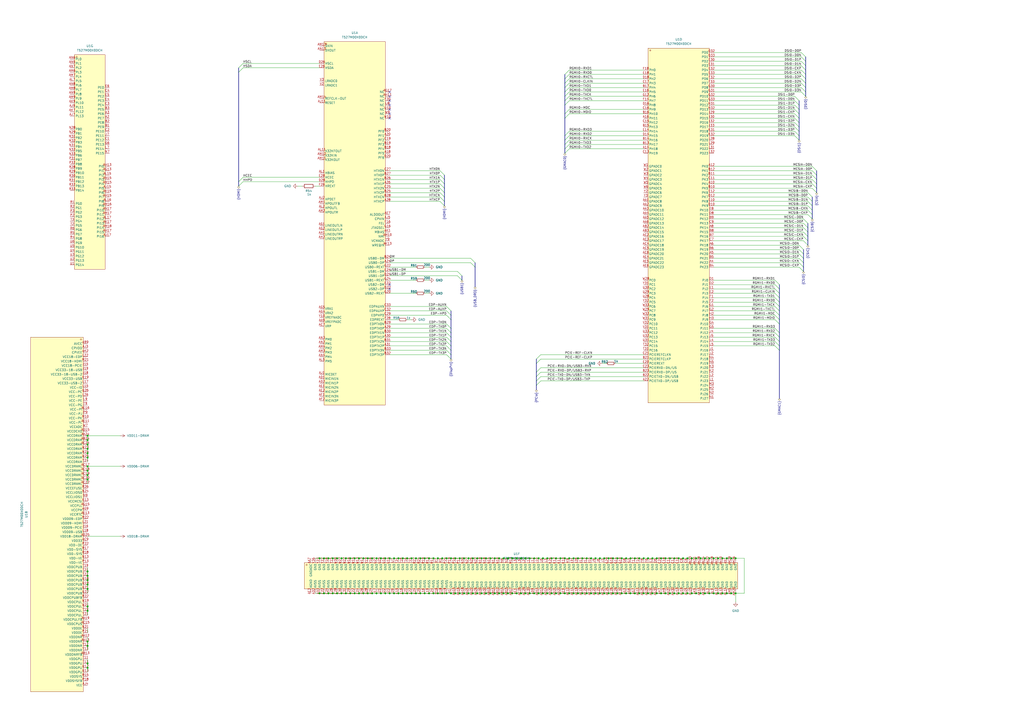
<source format=kicad_sch>
(kicad_sch (version 20250114) (generator "eeschema") (generator_version "9.0")
  (paper "A2")
  (title_block (date "2025-02-20") (rev "V0.1") (company "Matthew Spotten"))
  (lib_symbols
    (symbol "Device:R" (pin_numbers (hide yes)) (pin_names (offset 0))
      (property "Reference" "R" (at 2.032 0 90))
      (property "Value" "R" (at 0 0 90))
      (symbol "R_1_1"
        (pin passive line (at 0 3.81 270) (length 1.27) (name "~") (number "1"))
        (pin passive line (at 0 -3.81 90) (length 1.27) (name "~") (number "2"))
      )
    )
    (symbol "Device:R_Small" (pin_numbers (hide yes)) (pin_names (offset 0.254) (hide yes))
      (property "Reference" "R" (at 0.762 0.508 0))
      (property "Value" "R_Small" (at 0.762 -1.016 0))
      (symbol "R_Small_1_1"
        (pin passive line (at 0 2.54 270) (length 0.762) (name "~") (number "1"))
        (pin passive line (at 0 -2.54 90) (length 0.762) (name "~") (number "2"))
      )
    )
    (symbol "Power:VDD06-DRAM" (power) (pin_numbers (hide yes)) (pin_names (offset 0) (hide yes))
      (property "Value" "VDD06-DRAM" (at 0 3.556 0))
      (symbol "VDD06-DRAM_1_1"
        (pin power_in line (at 0 0 90) (length 0) (name "~") (number "1"))
      )
    )
    (symbol "Power:VDD11-DRAM" (power) (pin_numbers (hide yes)) (pin_names (offset 0) (hide yes))
      (property "Value" "VDD11-DRAM" (at 0 3.556 0))
      (symbol "VDD11-DRAM_1_1"
        (pin power_in line (at 0 0 90) (length 0) (name "~") (number "1"))
      )
    )
    (symbol "Power:VDD18-DRAM" (power) (pin_numbers (hide yes)) (pin_names (offset 0) (hide yes))
      (property "Value" "VDD18-DRAM" (at 0 3.556 0))
      (symbol "VDD18-DRAM_1_1"
        (pin power_in line (at 0 0 90) (length 0) (name "~") (number "1"))
      )
    )
    (symbol "T527M00X0DCH_1"
      (property "Reference" "U" (at 2.54 5.08 0))
      (property "Value" "T527M00X0DCH" (at 2.54 -5.08 0))
      (symbol "T527M00X0DCH_1_1_1"
        (pin unspecified line (at -20.32 102.87 0) (length 2.54) (name "DXIN") (number "AM13"))
        (pin unspecified line (at -20.32 100.33 0) (length 2.54) (name "DXOUT") (number "AN13"))
        (pin unspecified line (at -20.32 92.71 0) (length 2.54) (name "HSCL") (number "D26"))
        (pin unspecified line (at -20.32 90.17 0) (length 2.54) (name "HSDA") (number "E26"))
        (pin unspecified line (at -20.32 82.55 0) (length 2.54) (name "LRADC0") (number "V3"))
        (pin unspecified line (at -20.32 80.01 0) (length 2.54) (name "LRADC1") (number "V2"))
        (pin unspecified line (at -20.32 72.39 0) (length 2.54) (name "REFCLK-OUT") (number "AM14"))
        (pin unspecified line (at -20.32 69.85 0) (length 2.54) (name "RESET") (number "AJ11"))
        (pin unspecified line (at -20.32 41.91 0) (length 2.54) (name "X32KFOUT") (number "AL11"))
        (pin unspecified line (at -20.32 39.37 0) (length 2.54) (name "X32KIN") (number "AM12"))
        (pin unspecified line (at -20.32 36.83 0) (length 2.54) (name "X32KOUT") (number "AM11"))
        (pin unspecified line (at -20.32 29.21 0) (length 2.54) (name "HBIAS") (number "AL1"))
        (pin unspecified line (at -20.32 26.67 0) (length 2.54) (name "HCEC") (number "E28"))
        (pin unspecified line (at -20.32 24.13 0) (length 2.54) (name "HHPD") (number "D28"))
        (pin unspecified line (at -20.32 21.59 0) (length 2.54) (name "HREXT") (number "F26"))
        (pin unspecified line (at -20.32 13.97 0) (length 2.54) (name "HPDET") (number "AJ2"))
        (pin unspecified line (at -20.32 11.43 0) (length 2.54) (name "HPOUTFB") (number "AM1"))
        (pin unspecified line (at -20.32 8.89 0) (length 2.54) (name "HPOUTL") (number "AL2"))
        (pin unspecified line (at -20.32 6.35 0) (length 2.54) (name "HPOUTR") (number "AM2"))
        (pin unspecified line (at -20.32 -1.27 0) (length 2.54) (name "LINEOUTLN") (number "AG1"))
        (pin unspecified line (at -20.32 -3.81 0) (length 2.54) (name "LINEOUTLP") (number "AG2"))
        (pin unspecified line (at -20.32 -6.35 0) (length 2.54) (name "LINEOUTRN") (number "AH1"))
        (pin unspecified line (at -20.32 -8.89 0) (length 2.54) (name "LINEOUTRP") (number "AH2"))
        (pin unspecified line (at -20.32 -49.53 0) (length 2.54) (name "VRA1") (number "AG5"))
        (pin unspecified line (at -20.32 -52.07 0) (length 2.54) (name "VRA2") (number "AG4"))
        (pin unspecified line (at -20.32 -54.61 0) (length 2.54) (name "VREFNADC") (number "Y10"))
        (pin unspecified line (at -20.32 -57.15 0) (length 2.54) (name "VREFPADC") (number "AA9"))
        (pin unspecified line (at -20.32 -59.69 0) (length 2.54) (name "VRP") (number "AC7"))
        (pin unspecified line (at -20.32 -67.31 0) (length 2.54) (name "PM0") (number "AN3"))
        (pin unspecified line (at -20.32 -69.85 0) (length 2.54) (name "PM1") (number "AN2"))
        (pin unspecified line (at -20.32 -72.39 0) (length 2.54) (name "PM2") (number "AM4"))
        (pin unspecified line (at -20.32 -74.93 0) (length 2.54) (name "PM3") (number "AM3"))
        (pin unspecified line (at -20.32 -77.47 0) (length 2.54) (name "PM4") (number "AN4"))
        (pin unspecified line (at -20.32 -80.01 0) (length 2.54) (name "PM5") (number "AL5"))
        (pin unspecified line (at -20.32 -87.63 0) (length 2.54) (name "MICDET") (number "AJ1"))
        (pin unspecified line (at -20.32 -90.17 0) (length 2.54) (name "MICIN1N") (number "AD1"))
        (pin unspecified line (at -20.32 -92.71 0) (length 2.54) (name "MICIN1P") (number "AD2"))
        (pin unspecified line (at -20.32 -95.25 0) (length 2.54) (name "MICIN2N") (number "AE1"))
        (pin unspecified line (at -20.32 -97.79 0) (length 2.54) (name "MICIN2P") (number "AE2"))
        (pin unspecified line (at -20.32 -100.33 0) (length 2.54) (name "MICIN3N") (number "AF1"))
        (pin unspecified line (at -20.32 -102.87 0) (length 2.54) (name "MICIN3P") (number "AF2"))
        (pin unspecified line (at 20.32 76.2 180) (length 2.54) (name "NC") (number "AG17"))
        (pin unspecified line (at 20.32 73.66 180) (length 2.54) (name "NC") (number "AH11"))
        (pin unspecified line (at 20.32 71.12 180) (length 2.54) (name "NC") (number "F20"))
        (pin unspecified line (at 20.32 68.58 180) (length 2.54) (name "NC") (number "U8"))
        (pin unspecified line (at 20.32 66.04 180) (length 2.54) (name "NC") (number "U10"))
        (pin unspecified line (at 20.32 63.5 180) (length 2.54) (name "NC") (number "W9"))
        (pin unspecified line (at 20.32 60.96 180) (length 2.54) (name "NC") (number "W10"))
        (pin unspecified line (at 20.32 53.34 180) (length 2.54) (name "PF0") (number "B20"))
        (pin unspecified line (at 20.32 50.8 180) (length 2.54) (name "PF1") (number "A20"))
        (pin unspecified line (at 20.32 48.26 180) (length 2.54) (name "PF2") (number "C19"))
        (pin unspecified line (at 20.32 45.72 180) (length 2.54) (name "PF3") (number "B19"))
        (pin unspecified line (at 20.32 43.18 180) (length 2.54) (name "PF4") (number "B18"))
        (pin unspecified line (at 20.32 40.64 180) (length 2.54) (name "PF5") (number "A18"))
        (pin unspecified line (at 20.32 38.1 180) (length 2.54) (name "PF6") (number "D20"))
        (pin unspecified line (at 20.32 30.48 180) (length 2.54) (name "HTX0N") (number "C27"))
        (pin unspecified line (at 20.32 27.94 180) (length 2.54) (name "HTX0P") (number "B27"))
        (pin unspecified line (at 20.32 25.4 180) (length 2.54) (name "HTX1N") (number "B26"))
        (pin unspecified line (at 20.32 22.86 180) (length 2.54) (name "HTX1P") (number "A26"))
        (pin unspecified line (at 20.32 20.32 180) (length 2.54) (name "HTX2N") (number "C25"))
        (pin unspecified line (at 20.32 17.78 180) (length 2.54) (name "HTX2P") (number "B25"))
        (pin unspecified line (at 20.32 15.24 180) (length 2.54) (name "HTXCN") (number "B28"))
        (pin unspecified line (at 20.32 12.7 180) (length 2.54) (name "HTXCP") (number "A28"))
        (pin unspecified line (at 20.32 5.08 180) (length 2.54) (name "ALDOOUT") (number "AE7"))
        (pin unspecified line (at 20.32 2.54 180) (length 2.54) (name "CPVIN") (number "AJ5"))
        (pin unspecified line (at 20.32 0 180) (length 2.54) (name "FEL") (number "F16"))
        (pin unspecified line (at 20.32 -2.54 180) (length 2.54) (name "JTAGSEL") (number "G16"))
        (pin unspecified line (at 20.32 -5.08 180) (length 2.54) (name "MBIAS") (number "AK1"))
        (pin unspecified line (at 20.32 -7.62 180) (length 2.54) (name "NMI") (number "AM10"))
        (pin unspecified line (at 20.32 -10.16 180) (length 2.54) (name "VCMADC") (number "Y9"))
        (pin unspecified line (at 20.32 -12.7 180) (length 2.54) (name "WREQIN") (number "AK13"))
        (pin unspecified line (at 20.32 -20.32 180) (length 2.54) (name "USB0-DM") (number "B24"))
        (pin unspecified line (at 20.32 -22.86 180) (length 2.54) (name "USB0-DP") (number "A24"))
        (pin unspecified line (at 20.32 -25.4 180) (length 2.54) (name "USB0-REXT") (number "G22"))
        (pin unspecified line (at 20.32 -27.94 180) (length 2.54) (name "USB1-DM") (number "E24"))
        (pin unspecified line (at 20.32 -30.48 180) (length 2.54) (name "USB1-DP") (number "D24"))
        (pin unspecified line (at 20.32 -33.02 180) (length 2.54) (name "USB1-REXT") (number "G24"))
        (pin unspecified line (at 20.32 -35.56 180) (length 2.54) (name "USB2-DM") (number "E22"))
        (pin unspecified line (at 20.32 -38.1 180) (length 2.54) (name "USB2-DP") (number "D22"))
        (pin unspecified line (at 20.32 -40.64 180) (length 2.54) (name "USB2-REXT") (number "G20"))
        (pin unspecified line (at 20.32 -48.26 180) (length 2.54) (name "EDPAUXN") (number "C33"))
        (pin unspecified line (at 20.32 -50.8 180) (length 2.54) (name "EDPAUXP") (number "C32"))
        (pin unspecified line (at 20.32 -53.34 180) (length 2.54) (name "EDPHPD") (number "C29"))
        (pin unspecified line (at 20.32 -55.88 180) (length 2.54) (name "EDPREXT") (number "F28"))
        (pin unspecified line (at 20.32 -58.42 180) (length 2.54) (name "EDPTX0N") (number "B29"))
        (pin unspecified line (at 20.32 -60.96 180) (length 2.54) (name "EDPTX0P") (number "A29"))
        (pin unspecified line (at 20.32 -63.5 180) (length 2.54) (name "EDPTX1N") (number "B30"))
        (pin unspecified line (at 20.32 -66.04 180) (length 2.54) (name "EDPTX1P") (number "A30"))
        (pin unspecified line (at 20.32 -68.58 180) (length 2.54) (name "EDPTX2N") (number "B31"))
        (pin unspecified line (at 20.32 -71.12 180) (length 2.54) (name "EDPTX2P") (number "A31"))
        (pin unspecified line (at 20.32 -73.66 180) (length 2.54) (name "EDPTX3N") (number "B33"))
        (pin unspecified line (at 20.32 -76.2 180) (length 2.54) (name "EDPTX3P") (number "B32"))
      )
      (symbol "T527M00X0DCH_1_2_1"
        (pin unspecified line (at -99.06 17.78 270) (length 2.54) (name "AVCC") (number "AB9"))
        (pin unspecified line (at -96.52 17.78 270) (length 2.54) (name "CPVDD") (number "AJ3"))
        (pin unspecified line (at -93.98 17.78 270) (length 2.54) (name "CPVEE") (number "AK2"))
        (pin unspecified line (at -91.44 17.78 270) (length 2.54) (name "VCC18-EDP") (number "L22"))
        (pin unspecified line (at -88.9 17.78 270) (length 2.54) (name "VCC18-HDMI") (number "M21"))
        (pin unspecified line (at -86.36 17.78 270) (length 2.54) (name "VCC18-PCIE") (number "J15"))
        (pin unspecified line (at -83.82 17.78 270) (length 2.54) (name "VCC33-18-USB") (number "J19"))
        (pin unspecified line (at -81.28 17.78 270) (length 2.54) (name "VCC33-18-USB-2") (number "J18"))
        (pin unspecified line (at -78.74 17.78 270) (length 2.54) (name "VCC33-USB") (number "K19"))
        (pin unspecified line (at -76.2 17.78 270) (length 2.54) (name "VCC33-USB-2") (number "L17"))
        (pin unspecified line (at -73.66 17.78 270) (length 2.54) (name "VCC-IO") (number "L15"))
        (pin unspecified line (at -71.12 17.78 270) (length 2.54) (name "VCC-PC") (number "U26"))
        (pin unspecified line (at -68.58 17.78 270) (length 2.54) (name "VCC-PD") (number "L26"))
        (pin unspecified line (at -66.04 17.78 270) (length 2.54) (name "VCC-PE") (number "L9"))
        (pin unspecified line (at -63.5 17.78 270) (length 2.54) (name "VCC-PG") (number "T9"))
        (pin unspecified line (at -60.96 17.78 270) (length 2.54) (name "VCC-PI") (number "AE16"))
        (pin unspecified line (at -58.42 17.78 270) (length 2.54) (name "VCC-PJ") (number "P9"))
        (pin unspecified line (at -55.88 17.78 270) (length 2.54) (name "VCC-PK") (number "M10"))
        (pin unspecified line (at -53.34 17.78 270) (length 2.54) (name "VCC-PL") (number "AE11"))
        (pin unspecified line (at -50.8 17.78 270) (length 2.54) (name "VCCADC") (number "W7"))
        (pin unspecified line (at -48.26 17.78 270) (length 2.54) (name "VCCDCXO") (number "AD15"))
        (pin unspecified line (at -45.72 17.78 270) (length 2.54) (name "VCCDRAM") (number "AA24"))
        (pin unspecified line (at -43.18 17.78 270) (length 2.54) (name "VCCDRAM") (number "AB24"))
        (pin unspecified line (at -40.64 17.78 270) (length 2.54) (name "VCCDRAM") (number "AC24"))
        (pin unspecified line (at -38.1 17.78 270) (length 2.54) (name "VCCDRAM") (number "W23"))
        (pin unspecified line (at -35.56 17.78 270) (length 2.54) (name "VCCDRAM") (number "W24"))
        (pin unspecified line (at -33.02 17.78 270) (length 2.54) (name "VCCDRAM") (number "W25"))
        (pin unspecified line (at -30.48 17.78 270) (length 2.54) (name "VCCDRAM") (number "Y24"))
        (pin unspecified line (at -27.94 17.78 270) (length 2.54) (name "VCCDRAML") (number "AC17"))
        (pin unspecified line (at -25.4 17.78 270) (length 2.54) (name "VCCDRAML") (number "AC18"))
        (pin unspecified line (at -22.86 17.78 270) (length 2.54) (name "VCCDRAML") (number "AC19"))
        (pin unspecified line (at -20.32 17.78 270) (length 2.54) (name "VCCDRAML") (number "AC20"))
        (pin unspecified line (at -17.78 17.78 270) (length 2.54) (name "VCCDRAML") (number "AC22"))
        (pin unspecified line (at -15.24 17.78 270) (length 2.54) (name "VCCEFUSE") (number "R26"))
        (pin unspecified line (at -12.7 17.78 270) (length 2.54) (name "VCCLVDS0") (number "N24"))
        (pin unspecified line (at -10.16 17.78 270) (length 2.54) (name "VCCLVDS1") (number "N9"))
        (pin unspecified line (at -7.62 17.78 270) (length 2.54) (name "VCCMCSI") (number "K13"))
        (pin unspecified line (at -5.08 17.78 270) (length 2.54) (name "VCCPLL") (number "AG15"))
        (pin unspecified line (at -2.54 17.78 270) (length 2.54) (name "VCCPM") (number "AG9"))
        (pin unspecified line (at 0 17.78 270) (length 2.54) (name "VCCRTC") (number "AE13"))
        (pin unspecified line (at 2.54 17.78 270) (length 2.54) (name "VDD09-EDP") (number "M22"))
        (pin unspecified line (at 5.08 17.78 270) (length 2.54) (name "VDD09-HDMI") (number "L21"))
        (pin unspecified line (at 7.62 17.78 270) (length 2.54) (name "VDD09-PCIE") (number "J16"))
        (pin unspecified line (at 10.16 17.78 270) (length 2.54) (name "VDD09-USB") (number "L18"))
        (pin unspecified line (at 12.7 17.78 270) (length 2.54) (name "VDD18-DRAM") (number "AD25"))
        (pin unspecified line (at 15.24 17.78 270) (length 2.54) (name "VDD33") (number "AC9"))
        (pin unspecified line (at 17.78 17.78 270) (length 2.54) (name "VDD-DE") (number "P22"))
        (pin unspecified line (at 20.32 17.78 270) (length 2.54) (name "VDD-SYS") (number "R17"))
        (pin unspecified line (at 22.86 17.78 270) (length 2.54) (name "VDD-SYS") (number "R18"))
        (pin unspecified line (at 25.4 17.78 270) (length 2.54) (name "VDD-VE") (number "N13"))
        (pin unspecified line (at 27.94 17.78 270) (length 2.54) (name "VDD-VE") (number "P13"))
        (pin unspecified line (at 30.48 17.78 270) (length 2.54) (name "VDDCPUB") (number "T19"))
        (pin unspecified line (at 33.02 17.78 270) (length 2.54) (name "VDDCPUB") (number "T21"))
        (pin unspecified line (at 35.56 17.78 270) (length 2.54) (name "VDDCPUB") (number "T22"))
        (pin unspecified line (at 38.1 17.78 270) (length 2.54) (name "VDDCPUB") (number "U18"))
        (pin unspecified line (at 40.64 17.78 270) (length 2.54) (name "VDDCPUB") (number "U19"))
        (pin unspecified line (at 43.18 17.78 270) (length 2.54) (name "VDDCPUB") (number "U21"))
        (pin unspecified line (at 45.72 17.78 270) (length 2.54) (name "VDDCPUB") (number "U22"))
        (pin unspecified line (at 48.26 17.78 270) (length 2.54) (name "VDDCPUBFB") (number "R22"))
        (pin unspecified line (at 50.8 17.78 270) (length 2.54) (name "VDDCPUL") (number "W19"))
        (pin unspecified line (at 53.34 17.78 270) (length 2.54) (name "VDDCPUL") (number "W21"))
        (pin unspecified line (at 55.88 17.78 270) (length 2.54) (name "VDDCPUL") (number "Y19"))
        (pin unspecified line (at 58.42 17.78 270) (length 2.54) (name "VDDCPUL") (number "Y21"))
        (pin unspecified line (at 60.96 17.78 270) (length 2.54) (name "VDDCPULFB") (number "AA19"))
        (pin unspecified line (at 63.5 17.78 270) (length 2.54) (name "VDDCPUS") (number "AC15"))
        (pin unspecified line (at 66.04 17.78 270) (length 2.54) (name "VDDDE") (number "N21"))
        (pin unspecified line (at 68.58 17.78 270) (length 2.54) (name "VDDDE") (number "P21"))
        (pin unspecified line (at 71.12 17.78 270) (length 2.54) (name "VDDDNR") (number "AA12"))
        (pin unspecified line (at 73.66 17.78 270) (length 2.54) (name "VDDDNR") (number "AA13"))
        (pin unspecified line (at 76.2 17.78 270) (length 2.54) (name "VDDDNR") (number "Y12"))
        (pin unspecified line (at 78.74 17.78 270) (length 2.54) (name "VDDDNR") (number "Y13"))
        (pin unspecified line (at 81.28 17.78 270) (length 2.54) (name "VDDDNRFB") (number "AB13"))
        (pin unspecified line (at 83.82 17.78 270) (length 2.54) (name "VDDGPU") (number "T11"))
        (pin unspecified line (at 86.36 17.78 270) (length 2.54) (name "VDDGPU") (number "T13"))
        (pin unspecified line (at 88.9 17.78 270) (length 2.54) (name "VDDGPU") (number "U12"))
        (pin unspecified line (at 91.44 17.78 270) (length 2.54) (name "VDDGPU") (number "U13"))
        (pin unspecified line (at 93.98 17.78 270) (length 2.54) (name "VDDSYS") (number "R15"))
        (pin unspecified line (at 96.52 17.78 270) (length 2.54) (name "VDDSYSFB") (number "P18"))
        (pin unspecified line (at 99.06 17.78 270) (length 2.54) (name "VEE") (number "AJ4"))
      )
      (symbol "T527M00X0DCH_1_3_1"
        (pin unspecified line (at -10.16 17.78 0) (length 2.54) (name "SRST") (number "AG23"))
        (pin unspecified line (at -10.16 15.24 0) (length 2.54) (name "SZQ") (number "AA29"))
        (pin unspecified line (at -10.16 10.16 0) (length 2.54) (name "SODT0") (number "AL32"))
        (pin unspecified line (at -10.16 7.62 0) (length 2.54) (name "SODT1") (number "AL33"))
        (pin unspecified line (at -10.16 2.54 0) (length 2.54) (name "SBA0") (number "AK25"))
        (pin unspecified line (at -10.16 0 0) (length 2.54) (name "SBA1") (number "AJ25"))
        (pin unspecified line (at -10.16 -2.54 0) (length 2.54) (name "SBG0") (number "AN26"))
        (pin unspecified line (at -10.16 -5.08 0) (length 2.54) (name "SBG1") (number "AM27"))
        (pin unspecified line (at -10.16 -12.7 0) (length 2.54) (name "SCKE0") (number "AM31"))
        (pin unspecified line (at -10.16 -15.24 0) (length 2.54) (name "SCKN") (number "AN30"))
        (pin unspecified line (at -10.16 -17.78 0) (length 2.54) (name "SCKP") (number "AM30"))
        (pin unspecified line (at -10.16 -20.32 0) (length 2.54) (name "SCS0") (number "AN32"))
        (pin unspecified line (at -10.16 -22.86 0) (length 2.54) (name "SCS1") (number "AM32"))
        (pin unspecified line (at 10.16 22.86 180) (length 2.54) (name "SA0") (number "AK33"))
        (pin unspecified line (at 10.16 20.32 180) (length 2.54) (name "SA1") (number "AG30"))
        (pin unspecified line (at 10.16 17.78 180) (length 2.54) (name "SA2") (number "AJ33"))
        (pin unspecified line (at 10.16 15.24 180) (length 2.54) (name "SA3") (number "AL27"))
        (pin unspecified line (at 10.16 12.7 180) (length 2.54) (name "SA4") (number "AH25"))
        (pin unspecified line (at 10.16 10.16 180) (length 2.54) (name "SA5") (number "AK27"))
        (pin unspecified line (at 10.16 7.62 180) (length 2.54) (name "SA6") (number "AN27"))
        (pin unspecified line (at 10.16 5.08 180) (length 2.54) (name "SA7") (number "AM33"))
        (pin unspecified line (at 10.16 2.54 180) (length 2.54) (name "SA8") (number "AL25"))
        (pin unspecified line (at 10.16 0 180) (length 2.54) (name "SA9") (number "AJ31"))
        (pin unspecified line (at 10.16 -2.54 180) (length 2.54) (name "SA10") (number "AG29"))
        (pin unspecified line (at 10.16 -5.08 180) (length 2.54) (name "SA11") (number "AJ32"))
        (pin unspecified line (at 10.16 -7.62 180) (length 2.54) (name "SA12") (number "AL31"))
        (pin unspecified line (at 10.16 -10.16 180) (length 2.54) (name "SA13") (number "AK29"))
        (pin unspecified line (at 10.16 -12.7 180) (length 2.54) (name "SA14") (number "AM28"))
        (pin unspecified line (at 10.16 -15.24 180) (length 2.54) (name "SA15") (number "AN29"))
        (pin unspecified line (at 10.16 -17.78 180) (length 2.54) (name "SA16") (number "AJ27"))
        (pin unspecified line (at 10.16 -20.32 180) (length 2.54) (name "SA17") (number "AJ30"))
        (pin unspecified line (at 10.16 -22.86 180) (length 2.54) (name "SACT") (number "AL29"))
      )
      (symbol "T527M00X0DCH_1_4_1"
        (pin unspecified line (at -20.32 90.17 0) (length 2.54) (name "PH0") (number "F18"))
        (pin unspecified line (at -20.32 87.63 0) (length 2.54) (name "PH1") (number "E18"))
        (pin unspecified line (at -20.32 85.09 0) (length 2.54) (name "PH2") (number "D18"))
        (pin unspecified line (at -20.32 82.55 0) (length 2.54) (name "PH3") (number "C17"))
        (pin unspecified line (at -20.32 80.01 0) (length 2.54) (name "PH4") (number "B17"))
        (pin unspecified line (at -20.32 77.47 0) (length 2.54) (name "PH5") (number "E16"))
        (pin unspecified line (at -20.32 74.93 0) (length 2.54) (name "PH6") (number "G12"))
        (pin unspecified line (at -20.32 72.39 0) (length 2.54) (name "PH7") (number "F14"))
        (pin unspecified line (at -20.32 69.85 0) (length 2.54) (name "PH8") (number "D16"))
        (pin unspecified line (at -20.32 67.31 0) (length 2.54) (name "PH9") (number "C16"))
        (pin unspecified line (at -20.32 64.77 0) (length 2.54) (name "PH10") (number "B16"))
        (pin unspecified line (at -20.32 62.23 0) (length 2.54) (name "PH11") (number "A16"))
        (pin unspecified line (at -20.32 59.69 0) (length 2.54) (name "PH12") (number "C15"))
        (pin unspecified line (at -20.32 57.15 0) (length 2.54) (name "PH13") (number "B15"))
        (pin unspecified line (at -20.32 54.61 0) (length 2.54) (name "PH14") (number "E14"))
        (pin unspecified line (at -20.32 52.07 0) (length 2.54) (name "PH15") (number "D14"))
        (pin unspecified line (at -20.32 49.53 0) (length 2.54) (name "PH16") (number "B14"))
        (pin unspecified line (at -20.32 46.99 0) (length 2.54) (name "PH17") (number "B13"))
        (pin unspecified line (at -20.32 44.45 0) (length 2.54) (name "PH18") (number "A14"))
        (pin unspecified line (at -20.32 41.91 0) (length 2.54) (name "PH19") (number "C13"))
        (pin unspecified line (at -20.32 34.29 0) (length 2.54) (name "GPADC0") (number "W1"))
        (pin unspecified line (at -20.32 31.75 0) (length 2.54) (name "GPADC1") (number "W2"))
        (pin unspecified line (at -20.32 29.21 0) (length 2.54) (name "GPADC2") (number "W3"))
        (pin unspecified line (at -20.32 26.67 0) (length 2.54) (name "GPADC3") (number "W4"))
        (pin unspecified line (at -20.32 24.13 0) (length 2.54) (name "GPADC4") (number "W5"))
        (pin unspecified line (at -20.32 21.59 0) (length 2.54) (name "GPADC5") (number "W6"))
        (pin unspecified line (at -20.32 19.05 0) (length 2.54) (name "GPADC6") (number "Y2"))
        (pin unspecified line (at -20.32 16.51 0) (length 2.54) (name "GPADC7") (number "Y3"))
        (pin unspecified line (at -20.32 13.97 0) (length 2.54) (name "GPADC8") (number "AA1"))
        (pin unspecified line (at -20.32 11.43 0) (length 2.54) (name "GPADC9") (number "AA2"))
        (pin unspecified line (at -20.32 8.89 0) (length 2.54) (name "GPADC10") (number "AA3"))
        (pin unspecified line (at -20.32 6.35 0) (length 2.54) (name "GPADC11") (number "AA4"))
        (pin unspecified line (at -20.32 3.81 0) (length 2.54) (name "GPADC12") (number "AA5"))
        (pin unspecified line (at -20.32 1.27 0) (length 2.54) (name "GPADC13") (number "AA6"))
        (pin unspecified line (at -20.32 -1.27 0) (length 2.54) (name "GPADC14") (number "AB2"))
        (pin unspecified line (at -20.32 -3.81 0) (length 2.54) (name "GPADC15") (number "AB3"))
        (pin unspecified line (at -20.32 -6.35 0) (length 2.54) (name "GPADC16") (number "AC2"))
        (pin unspecified line (at -20.32 -8.89 0) (length 2.54) (name "GPADC17") (number "AC3"))
        (pin unspecified line (at -20.32 -11.43 0) (length 2.54) (name "GPADC18") (number "AC4"))
        (pin unspecified line (at -20.32 -13.97 0) (length 2.54) (name "GPADC19") (number "AC5"))
        (pin unspecified line (at -20.32 -16.51 0) (length 2.54) (name "GPADC20") (number "AC6"))
        (pin unspecified line (at -20.32 -19.05 0) (length 2.54) (name "GPADC21") (number "AE4"))
        (pin unspecified line (at -20.32 -21.59 0) (length 2.54) (name "GPADC22") (number "AE5"))
        (pin unspecified line (at -20.32 -24.13 0) (length 2.54) (name "GPADC23") (number "AE6"))
        (pin unspecified line (at -20.32 -31.75 0) (length 2.54) (name "PC0") (number "W28"))
        (pin unspecified line (at -20.32 -34.29 0) (length 2.54) (name "PC1") (number "Y31"))
        (pin unspecified line (at -20.32 -36.83 0) (length 2.54) (name "PC2") (number "U30"))
        (pin unspecified line (at -20.32 -39.37 0) (length 2.54) (name "PC3") (number "U29"))
        (pin unspecified line (at -20.32 -41.91 0) (length 2.54) (name "PC4") (number "U28"))
        (pin unspecified line (at -20.32 -44.45 0) (length 2.54) (name "PC5") (number "Y32"))
        (pin unspecified line (at -20.32 -46.99 0) (length 2.54) (name "PC6") (number "W33"))
        (pin unspecified line (at -20.32 -49.53 0) (length 2.54) (name "PC7") (number "W29"))
        (pin unspecified line (at -20.32 -52.07 0) (length 2.54) (name "PC8") (number "W32"))
        (pin unspecified line (at -20.32 -54.61 0) (length 2.54) (name "PC9") (number "W31"))
        (pin unspecified line (at -20.32 -57.15 0) (length 2.54) (name "PC10") (number "V32"))
        (pin unspecified line (at -20.32 -59.69 0) (length 2.54) (name "PC11") (number "V31"))
        (pin unspecified line (at -20.32 -62.23 0) (length 2.54) (name "PC12") (number "U33"))
        (pin unspecified line (at -20.32 -64.77 0) (length 2.54) (name "PC13") (number "U32"))
        (pin unspecified line (at -20.32 -67.31 0) (length 2.54) (name "PC14") (number "U31"))
        (pin unspecified line (at -20.32 -69.85 0) (length 2.54) (name "PC15") (number "T32"))
        (pin unspecified line (at -20.32 -72.39 0) (length 2.54) (name "PC16") (number "T31"))
        (pin unspecified line (at -20.32 -74.93 0) (length 2.54) (name "PCIEREFCLKN") (number "C21"))
        (pin unspecified line (at -20.32 -77.47 0) (length 2.54) (name "PCIEREFCLKP") (number "B21"))
        (pin unspecified line (at -20.32 -80.01 0) (length 2.54) (name "PCIEREXT") (number "E20"))
        (pin unspecified line (at -20.32 -82.55 0) (length 2.54) (name "PCIERX0-DN/US") (number "C23"))
        (pin unspecified line (at -20.32 -85.09 0) (length 2.54) (name "PCIERX0-DP/US") (number "B23"))
        (pin unspecified line (at -20.32 -87.63 0) (length 2.54) (name "PCIETX0-DN/USB") (number "B22"))
        (pin unspecified line (at -20.32 -90.17 0) (length 2.54) (name "PCIETX0-DP/USB") (number "A22"))
        (pin unspecified line (at 20.32 100.33 180) (length 2.54) (name "PD0") (number "D32"))
        (pin unspecified line (at 20.32 97.79 180) (length 2.54) (name "PD1") (number "D33"))
        (pin unspecified line (at 20.32 95.25 180) (length 2.54) (name "PD2") (number "E30"))
        (pin unspecified line (at 20.32 92.71 180) (length 2.54) (name "PD3") (number "E31"))
        (pin unspecified line (at 20.32 90.17 180) (length 2.54) (name "PD4") (number "E32"))
        (pin unspecified line (at 20.32 87.63 180) (length 2.54) (name "PD5") (number "E33"))
        (pin unspecified line (at 20.32 85.09 180) (length 2.54) (name "PD6") (number "F32"))
        (pin unspecified line (at 20.32 82.55 180) (length 2.54) (name "PD7") (number "F33"))
        (pin unspecified line (at 20.32 80.01 180) (length 2.54) (name "PD8") (number "G30"))
        (pin unspecified line (at 20.32 77.47 180) (length 2.54) (name "PD9") (number "G31"))
        (pin unspecified line (at 20.32 74.93 180) (length 2.54) (name "PD10") (number "G32"))
        (pin unspecified line (at 20.32 72.39 180) (length 2.54) (name "PD11") (number "G33"))
        (pin unspecified line (at 20.32 69.85 180) (length 2.54) (name "PD12") (number "H31"))
        (pin unspecified line (at 20.32 67.31 180) (length 2.54) (name "PD13") (number "H32"))
        (pin unspecified line (at 20.32 64.77 180) (length 2.54) (name "PD14") (number "J29"))
        (pin unspecified line (at 20.32 62.23 180) (length 2.54) (name "PD15") (number "J30"))
        (pin unspecified line (at 20.32 59.69 180) (length 2.54) (name "PD16") (number "J32"))
        (pin unspecified line (at 20.32 57.15 180) (length 2.54) (name "PD17") (number "J33"))
        (pin unspecified line (at 20.32 54.61 180) (length 2.54) (name "PD18") (number "K31"))
        (pin unspecified line (at 20.32 52.07 180) (length 2.54) (name "PD19") (number "K32"))
        (pin unspecified line (at 20.32 49.53 180) (length 2.54) (name "PD20") (number "L28"))
        (pin unspecified line (at 20.32 46.99 180) (length 2.54) (name "PD21") (number "L29"))
        (pin unspecified line (at 20.32 44.45 180) (length 2.54) (name "PD22") (number "L31"))
        (pin unspecified line (at 20.32 41.91 180) (length 2.54) (name "PD23") (number "L32"))
        (pin unspecified line (at 20.32 34.29 180) (length 2.54) (name "PK0") (number "A12"))
        (pin unspecified line (at 20.32 31.75 180) (length 2.54) (name "PK1") (number "B12"))
        (pin unspecified line (at 20.32 29.21 180) (length 2.54) (name "PK2") (number "B11"))
        (pin unspecified line (at 20.32 26.67 180) (length 2.54) (name "PK3") (number "C11"))
        (pin unspecified line (at 20.32 24.13 180) (length 2.54) (name "PK4") (number "A10"))
        (pin unspecified line (at 20.32 21.59 180) (length 2.54) (name "PK5") (number "B10"))
        (pin unspecified line (at 20.32 19.05 180) (length 2.54) (name "PK6") (number "E12"))
        (pin unspecified line (at 20.32 16.51 180) (length 2.54) (name "PK7") (number "D12"))
        (pin unspecified line (at 20.32 13.97 180) (length 2.54) (name "PK8") (number "E10"))
        (pin unspecified line (at 20.32 11.43 180) (length 2.54) (name "PK9") (number "D10"))
        (pin unspecified line (at 20.32 8.89 180) (length 2.54) (name "PK10") (number "E8"))
        (pin unspecified line (at 20.32 6.35 180) (length 2.54) (name "PK11") (number "D8"))
        (pin unspecified line (at 20.32 3.81 180) (length 2.54) (name "PK12") (number "B9"))
        (pin unspecified line (at 20.32 1.27 180) (length 2.54) (name "PK13") (number "C9"))
        (pin unspecified line (at 20.32 -1.27 180) (length 2.54) (name "PK14") (number "A8"))
        (pin unspecified line (at 20.32 -3.81 180) (length 2.54) (name "PK15") (number "B8"))
        (pin unspecified line (at 20.32 -6.35 180) (length 2.54) (name "PK16") (number "B7"))
        (pin unspecified line (at 20.32 -8.89 180) (length 2.54) (name "PK17") (number "C7"))
        (pin unspecified line (at 20.32 -11.43 180) (length 2.54) (name "PK18") (number "A6"))
        (pin unspecified line (at 20.32 -13.97 180) (length 2.54) (name "PK19") (number "B6"))
        (pin unspecified line (at 20.32 -16.51 180) (length 2.54) (name "PK20") (number "A5"))
        (pin unspecified line (at 20.32 -19.05 180) (length 2.54) (name "PK21") (number "B5"))
        (pin unspecified line (at 20.32 -21.59 180) (length 2.54) (name "PK22") (number "A4"))
        (pin unspecified line (at 20.32 -24.13 180) (length 2.54) (name "PK23") (number "B4"))
        (pin unspecified line (at 20.32 -31.75 180) (length 2.54) (name "PJ0") (number "D1"))
        (pin unspecified line (at 20.32 -34.29 180) (length 2.54) (name "PJ1") (number "D2"))
        (pin unspecified line (at 20.32 -36.83 180) (length 2.54) (name "PJ2") (number "E1"))
        (pin unspecified line (at 20.32 -39.37 180) (length 2.54) (name "PJ3") (number "E2"))
        (pin unspecified line (at 20.32 -41.91 180) (length 2.54) (name "PJ4") (number "F1"))
        (pin unspecified line (at 20.32 -44.45 180) (length 2.54) (name "PJ5") (number "F2"))
        (pin unspecified line (at 20.32 -46.99 180) (length 2.54) (name "PJ6") (number "G1"))
        (pin unspecified line (at 20.32 -49.53 180) (length 2.54) (name "PJ7") (number "G2"))
        (pin unspecified line (at 20.32 -52.07 180) (length 2.54) (name "PJ8") (number "H2"))
        (pin unspecified line (at 20.32 -54.61 180) (length 2.54) (name "PJ9") (number "H3"))
        (pin unspecified line (at 20.32 -57.15 180) (length 2.54) (name "PJ10") (number "G4"))
        (pin unspecified line (at 20.32 -59.69 180) (length 2.54) (name "PJ11") (number "G5"))
        (pin unspecified line (at 20.32 -62.23 180) (length 2.54) (name "PJ12") (number "J4"))
        (pin unspecified line (at 20.32 -64.77 180) (length 2.54) (name "PJ13") (number "J5"))
        (pin unspecified line (at 20.32 -67.31 180) (length 2.54) (name "PJ14") (number "L4"))
        (pin unspecified line (at 20.32 -69.85 180) (length 2.54) (name "PJ15") (number "L5"))
        (pin unspecified line (at 20.32 -72.39 180) (length 2.54) (name "PJ16") (number "J1"))
        (pin unspecified line (at 20.32 -74.93 180) (length 2.54) (name "PJ17") (number "J2"))
        (pin unspecified line (at 20.32 -77.47 180) (length 2.54) (name "PJ18") (number "N4"))
        (pin unspecified line (at 20.32 -80.01 180) (length 2.54) (name "PJ19") (number "N5"))
        (pin unspecified line (at 20.32 -82.55 180) (length 2.54) (name "PJ20") (number "K3"))
        (pin unspecified line (at 20.32 -85.09 180) (length 2.54) (name "PJ21") (number "K2"))
        (pin unspecified line (at 20.32 -87.63 180) (length 2.54) (name "PJ22") (number "L2"))
        (pin unspecified line (at 20.32 -90.17 180) (length 2.54) (name "PJ23") (number "L1"))
        (pin unspecified line (at 20.32 -92.71 180) (length 2.54) (name "PJ24") (number "M3"))
        (pin unspecified line (at 20.32 -95.25 180) (length 2.54) (name "PJ25") (number "M2"))
        (pin unspecified line (at 20.32 -97.79 180) (length 2.54) (name "PJ26") (number "N2"))
        (pin unspecified line (at 20.32 -100.33 180) (length 2.54) (name "PJ27") (number "N1"))
      )
      (symbol "T527M00X0DCH_1_5_1"
        (pin unspecified line (at 8.89 54.61 180) (length 2.54) (name "SDQ0") (number "AE28"))
        (pin unspecified line (at 8.89 52.07 180) (length 2.54) (name "SDQ1") (number "AE27"))
        (pin unspecified line (at 8.89 49.53 180) (length 2.54) (name "SDQ2") (number "AG32"))
        (pin unspecified line (at 8.89 46.99 180) (length 2.54) (name "SDQ3") (number "AH33"))
        (pin unspecified line (at 8.89 44.45 180) (length 2.54) (name "SDQ4") (number "AE30"))
        (pin unspecified line (at 8.89 41.91 180) (length 2.54) (name "SDQ5") (number "AD32"))
        (pin unspecified line (at 8.89 39.37 180) (length 2.54) (name "SDQ6") (number "AE31"))
        (pin unspecified line (at 8.89 36.83 180) (length 2.54) (name "SDQ7") (number "AD33"))
        (pin unspecified line (at 8.89 34.29 180) (length 2.54) (name "SDQ8") (number "AC27"))
        (pin unspecified line (at 8.89 31.75 180) (length 2.54) (name "SDQ9") (number "AC28"))
        (pin unspecified line (at 8.89 29.21 180) (length 2.54) (name "SDQ10") (number "AC30"))
        (pin unspecified line (at 8.89 26.67 180) (length 2.54) (name "SDQ11") (number "AC31"))
        (pin unspecified line (at 8.89 24.13 180) (length 2.54) (name "SDQ12") (number "AA33"))
        (pin unspecified line (at 8.89 21.59 180) (length 2.54) (name "SDQ13") (number "AA31"))
        (pin unspecified line (at 8.89 19.05 180) (length 2.54) (name "SDQ14") (number "AA28"))
        (pin unspecified line (at 8.89 16.51 180) (length 2.54) (name "SDQ15") (number "AA27"))
        (pin unspecified line (at 8.89 13.97 180) (length 2.54) (name "SDQ16") (number "AM25"))
        (pin unspecified line (at 8.89 11.43 180) (length 2.54) (name "SDQ17") (number "AN25"))
        (pin unspecified line (at 8.89 8.89 180) (length 2.54) (name "SDQ18") (number "AH23"))
        (pin unspecified line (at 8.89 6.35 180) (length 2.54) (name "SDQ19") (number "AK23"))
        (pin unspecified line (at 8.89 3.81 180) (length 2.54) (name "SDQ20") (number "AL23"))
        (pin unspecified line (at 8.89 1.27 180) (length 2.54) (name "SDQ21") (number "AM22"))
        (pin unspecified line (at 8.89 -1.27 180) (length 2.54) (name "SDQ22") (number "AN21"))
        (pin unspecified line (at 8.89 -3.81 180) (length 2.54) (name "SDQ23") (number "AG21"))
        (pin unspecified line (at 8.89 -6.35 180) (length 2.54) (name "SDQ24") (number "AG19"))
        (pin unspecified line (at 8.89 -8.89 180) (length 2.54) (name "SDQ25") (number "AH19"))
        (pin unspecified line (at 8.89 -11.43 180) (length 2.54) (name "SDQ26") (number "AK19"))
        (pin unspecified line (at 8.89 -13.97 180) (length 2.54) (name "SDQ27") (number "AL19"))
        (pin unspecified line (at 8.89 -16.51 180) (length 2.54) (name "SDQ28") (number "AM21"))
        (pin unspecified line (at 8.89 -19.05 180) (length 2.54) (name "SDQ29") (number "AL21"))
        (pin unspecified line (at 8.89 -21.59 180) (length 2.54) (name "SDQ30") (number "AK21"))
        (pin unspecified line (at 8.89 -24.13 180) (length 2.54) (name "SDQ31") (number "AH21"))
        (pin unspecified line (at 8.89 -26.67 180) (length 2.54) (name "SDQM0") (number "AE33"))
        (pin unspecified line (at 8.89 -29.21 180) (length 2.54) (name "SDQM1") (number "AC32"))
        (pin unspecified line (at 8.89 -31.75 180) (length 2.54) (name "SDQM2") (number "AM24"))
        (pin unspecified line (at 8.89 -34.29 180) (length 2.54) (name "SDQM3") (number "AN20"))
        (pin unspecified line (at 8.89 -36.83 180) (length 2.54) (name "SDQS0N") (number "AF33"))
        (pin unspecified line (at 8.89 -39.37 180) (length 2.54) (name "SDQS0P") (number "AF32"))
        (pin unspecified line (at 8.89 -41.91 180) (length 2.54) (name "SDQS1N") (number "AB33"))
        (pin unspecified line (at 8.89 -44.45 180) (length 2.54) (name "SDQS1P") (number "AB32"))
        (pin unspecified line (at 8.89 -46.99 180) (length 2.54) (name "SDQS2N") (number "AN23"))
        (pin unspecified line (at 8.89 -49.53 180) (length 2.54) (name "SDQS2P") (number "AM23"))
        (pin unspecified line (at 8.89 -52.07 180) (length 2.54) (name "SDQS3N") (number "AN19"))
        (pin unspecified line (at 8.89 -54.61 180) (length 2.54) (name "SDQS3P") (number "AM19"))
      )
      (symbol "T527M00X0DCH_1_6_1"
        (pin unspecified line (at -247.65 -10.16 90) (length 2.54) (name "AGND") (number "AE3"))
        (pin unspecified line (at -245.11 -10.16 90) (length 2.54) (name "AVSS") (number "A32"))
        (pin unspecified line (at -242.57 -10.16 90) (length 2.54) (name "AVSS") (number "A33"))
        (pin unspecified line (at -240.03 -10.16 90) (length 2.54) (name "AVSS") (number "C22"))
        (pin unspecified line (at -237.49 -10.16 90) (length 2.54) (name "AVSS") (number "C24"))
        (pin unspecified line (at -234.95 -10.16 90) (length 2.54) (name "AVSS") (number "C26"))
        (pin unspecified line (at -232.41 -10.16 90) (length 2.54) (name "AVSS") (number "C28"))
        (pin unspecified line (at -229.87 -10.16 90) (length 2.54) (name "AVSS") (number "C30"))
        (pin unspecified line (at -227.33 -10.16 90) (length 2.54) (name "AVSS") (number "C31"))
        (pin unspecified line (at -224.79 -10.16 90) (length 2.54) (name "AVSS") (number "E29"))
        (pin unspecified line (at -222.25 -10.16 90) (length 2.54) (name "AVSS") (number "F22"))
        (pin unspecified line (at -219.71 -10.16 90) (length 2.54) (name "AVSS") (number "F24"))
        (pin unspecified line (at -217.17 -10.16 90) (length 2.54) (name "AVSS") (number "G26"))
        (pin unspecified line (at -214.63 -10.16 90) (length 2.54) (name "AVSS") (number "G28"))
        (pin unspecified line (at -212.09 -10.16 90) (length 2.54) (name "AVSS") (number "H24"))
        (pin unspecified line (at -209.55 -10.16 90) (length 2.54) (name "AVSS") (number "J17"))
        (pin unspecified line (at -207.01 -10.16 90) (length 2.54) (name "AVSS") (number "J21"))
        (pin unspecified line (at -204.47 -10.16 90) (length 2.54) (name "AVSS") (number "J22"))
        (pin unspecified line (at -201.93 -10.16 90) (length 2.54) (name "AVSS") (number "J23"))
        (pin unspecified line (at -199.39 -10.16 90) (length 2.54) (name "AVSS") (number "J26"))
        (pin unspecified line (at -196.85 -10.16 90) (length 2.54) (name "AVSS") (number "K15"))
        (pin unspecified line (at -194.31 -10.16 90) (length 2.54) (name "AVSS") (number "K16"))
        (pin unspecified line (at -191.77 -10.16 90) (length 2.54) (name "AVSS") (number "K21"))
        (pin unspecified line (at -189.23 -10.16 90) (length 2.54) (name "AVSS") (number "K22"))
        (pin unspecified line (at -186.69 -10.16 90) (length 2.54) (name "AVSS") (number "K24"))
        (pin unspecified line (at -184.15 -10.16 90) (length 2.54) (name "AVSS") (number "K25"))
        (pin unspecified line (at -181.61 -10.16 90) (length 2.54) (name "AVSS") (number "L16"))
        (pin unspecified line (at -179.07 -10.16 90) (length 2.54) (name "AVSS") (number "L19"))
        (pin unspecified line (at -176.53 -10.16 90) (length 2.54) (name "AVSS") (number "L24"))
        (pin unspecified line (at -173.99 -10.16 90) (length 2.54) (name "AVSS") (number "M16"))
        (pin unspecified line (at -171.45 -10.16 90) (length 2.54) (name "AVSS") (number "M18"))
        (pin unspecified line (at -168.91 -10.16 90) (length 2.54) (name "AVSS") (number "M19"))
        (pin unspecified line (at -166.37 -10.16 90) (length 2.54) (name "GND") (number "A1"))
        (pin unspecified line (at -163.83 -10.16 90) (length 2.54) (name "GND") (number "AA15"))
        (pin unspecified line (at -161.29 -10.16 90) (length 2.54) (name "GND") (number "AA16"))
        (pin unspecified line (at -158.75 -10.16 90) (length 2.54) (name "GND") (number "AA18"))
        (pin unspecified line (at -156.21 -10.16 90) (length 2.54) (name "GND") (number "AA21"))
        (pin unspecified line (at -153.67 -10.16 90) (length 2.54) (name "GND") (number "AA22"))
        (pin unspecified line (at -151.13 -10.16 90) (length 2.54) (name "GND") (number "AA26"))
        (pin unspecified line (at -148.59 -10.16 90) (length 2.54) (name "GND") (number "AA30"))
        (pin unspecified line (at -146.05 -10.16 90) (length 2.54) (name "GND") (number "AA32"))
        (pin unspecified line (at -143.51 -10.16 90) (length 2.54) (name "GND") (number "AB10"))
        (pin unspecified line (at -140.97 -10.16 90) (length 2.54) (name "GND") (number "AB11"))
        (pin unspecified line (at -138.43 -10.16 90) (length 2.54) (name "GND") (number "AB12"))
        (pin unspecified line (at -135.89 -10.16 90) (length 2.54) (name "GND") (number "AB14"))
        (pin unspecified line (at -133.35 -10.16 90) (length 2.54) (name "GND") (number "AB15"))
        (pin unspecified line (at -130.81 -10.16 90) (length 2.54) (name "GND") (number "AB17"))
        (pin unspecified line (at -128.27 -10.16 90) (length 2.54) (name "GND") (number "AC1"))
        (pin unspecified line (at -125.73 -10.16 90) (length 2.54) (name "GND") (number "AC26"))
        (pin unspecified line (at -123.19 -10.16 90) (length 2.54) (name "GND") (number "AC29"))
        (pin unspecified line (at -120.65 -10.16 90) (length 2.54) (name "GND") (number "AC33"))
        (pin unspecified line (at -118.11 -10.16 90) (length 2.54) (name "GND") (number "AD9"))
        (pin unspecified line (at -115.57 -10.16 90) (length 2.54) (name "GND") (number "AD11"))
        (pin unspecified line (at -113.03 -10.16 90) (length 2.54) (name "GND") (number "AD13"))
        (pin unspecified line (at -110.49 -10.16 90) (length 2.54) (name "GND") (number "AD14"))
        (pin unspecified line (at -107.95 -10.16 90) (length 2.54) (name "GND") (number "AD20"))
        (pin unspecified line (at -105.41 -10.16 90) (length 2.54) (name "GND") (number "AD21"))
        (pin unspecified line (at -102.87 -10.16 90) (length 2.54) (name "GND") (number "AD22"))
        (pin unspecified line (at -100.33 -10.16 90) (length 2.54) (name "GND") (number "AE9"))
        (pin unspecified line (at -97.79 -10.16 90) (length 2.54) (name "GND") (number "AE12"))
        (pin unspecified line (at -95.25 -10.16 90) (length 2.54) (name "GND") (number "AE14"))
        (pin unspecified line (at -92.71 -10.16 90) (length 2.54) (name "GND") (number "AE18"))
        (pin unspecified line (at -90.17 -10.16 90) (length 2.54) (name "GND") (number "AE19"))
        (pin unspecified line (at -87.63 -10.16 90) (length 2.54) (name "GND") (number "AE20"))
        (pin unspecified line (at -85.09 -10.16 90) (length 2.54) (name "GND") (number "AE21"))
        (pin unspecified line (at -82.55 -10.16 90) (length 2.54) (name "GND") (number "AE22"))
        (pin unspecified line (at -80.01 -10.16 90) (length 2.54) (name "GND") (number "AE23"))
        (pin unspecified line (at -77.47 -10.16 90) (length 2.54) (name "GND") (number "AE24"))
        (pin unspecified line (at -74.93 -10.16 90) (length 2.54) (name "GND") (number "AE25"))
        (pin unspecified line (at -72.39 -10.16 90) (length 2.54) (name "GND") (number "AE26"))
        (pin unspecified line (at -69.85 -10.16 90) (length 2.54) (name "GND") (number "AE29"))
        (pin unspecified line (at -67.31 -10.16 90) (length 2.54) (name "GND") (number "AE32"))
        (pin unspecified line (at -64.77 -10.16 90) (length 2.54) (name "GND") (number "AG3"))
        (pin unspecified line (at -62.23 -10.16 90) (length 2.54) (name "GND") (number "AG6"))
        (pin unspecified line (at -59.69 -10.16 90) (length 2.54) (name "GND") (number "AG7"))
        (pin unspecified line (at -57.15 -10.16 90) (length 2.54) (name "GND") (number "AG11"))
        (pin unspecified line (at -54.61 -10.16 90) (length 2.54) (name "GND") (number "AG25"))
        (pin unspecified line (at -52.07 -10.16 90) (length 2.54) (name "GND") (number "AG28"))
        (pin unspecified line (at -49.53 -10.16 90) (length 2.54) (name "GND") (number "AG31"))
        (pin unspecified line (at -46.99 -10.16 90) (length 2.54) (name "GND") (number "AG33"))
        (pin unspecified line (at -44.45 -10.16 90) (length 2.54) (name "GND") (number "AH7"))
        (pin unspecified line (at -41.91 -10.16 90) (length 2.54) (name "GND") (number "AH9"))
        (pin unspecified line (at -39.37 -10.16 90) (length 2.54) (name "GND") (number "AH27"))
        (pin unspecified line (at -36.83 -10.16 90) (length 2.54) (name "GND") (number "AH32"))
        (pin unspecified line (at -34.29 -10.16 90) (length 2.54) (name "GND") (number "AJ13"))
        (pin unspecified line (at -31.75 -10.16 90) (length 2.54) (name "GND") (number "AJ19"))
        (pin unspecified line (at -29.21 -10.16 90) (length 2.54) (name "GND") (number "AJ21"))
        (pin unspecified line (at -26.67 -10.16 90) (length 2.54) (name "GND") (number "AJ23"))
        (pin unspecified line (at -24.13 -10.16 90) (length 2.54) (name "GND") (number "AK5"))
        (pin unspecified line (at -21.59 -10.16 90) (length 2.54) (name "GND") (number "AK11"))
        (pin unspecified line (at -19.05 -10.16 90) (length 2.54) (name "GND") (number "AK32"))
        (pin unspecified line (at -16.51 -10.16 90) (length 2.54) (name "GND") (number "AL3"))
        (pin unspecified line (at -13.97 -10.16 90) (length 2.54) (name "GND") (number "AL9"))
        (pin unspecified line (at -11.43 -10.16 90) (length 2.54) (name "GND") (number "AL12"))
        (pin unspecified line (at -8.89 -10.16 90) (length 2.54) (name "GND") (number "AL13"))
        (pin unspecified line (at -6.35 -10.16 90) (length 2.54) (name "GND") (number "AL14"))
        (pin unspecified line (at -3.81 -10.16 90) (length 2.54) (name "GND") (number "AM5"))
        (pin unspecified line (at -1.27 -10.16 90) (length 2.54) (name "GND") (number "AM20"))
        (pin unspecified line (at 1.27 -10.16 90) (length 2.54) (name "GND") (number "AM26"))
        (pin unspecified line (at 3.81 -10.16 90) (length 2.54) (name "GND") (number "AM29"))
        (pin unspecified line (at 6.35 -10.16 90) (length 2.54) (name "GND") (number "AN1"))
        (pin unspecified line (at 8.89 -10.16 90) (length 2.54) (name "GND") (number "AN10"))
        (pin unspecified line (at 11.43 -10.16 90) (length 2.54) (name "GND") (number "AN11"))
        (pin unspecified line (at 13.97 -10.16 90) (length 2.54) (name "GND") (number "AN18"))
        (pin unspecified line (at 16.51 -10.16 90) (length 2.54) (name "GND") (number "AN22"))
        (pin unspecified line (at 19.05 -10.16 90) (length 2.54) (name "GND") (number "AN24"))
        (pin unspecified line (at 21.59 -10.16 90) (length 2.54) (name "GND") (number "AN28"))
        (pin unspecified line (at 24.13 -10.16 90) (length 2.54) (name "GND") (number "AN31"))
        (pin unspecified line (at 26.67 -10.16 90) (length 2.54) (name "GND") (number "AN33"))
        (pin unspecified line (at 29.21 -10.16 90) (length 2.54) (name "GND") (number "C6"))
        (pin unspecified line (at 31.75 -10.16 90) (length 2.54) (name "GND") (number "C8"))
        (pin unspecified line (at 34.29 -10.16 90) (length 2.54) (name "GND") (number "C10"))
        (pin unspecified line (at 36.83 -10.16 90) (length 2.54) (name "GND") (number "C12"))
        (pin unspecified line (at 39.37 -10.16 90) (length 2.54) (name "GND") (number "C14"))
        (pin unspecified line (at 41.91 -10.16 90) (length 2.54) (name "GND") (number "C18"))
        (pin unspecified line (at 44.45 -10.16 90) (length 2.54) (name "GND") (number "C20"))
        (pin unspecified line (at 46.99 -10.16 90) (length 2.54) (name "GND") (number "D6"))
        (pin unspecified line (at 49.53 -10.16 90) (length 2.54) (name "GND") (number "E3"))
        (pin unspecified line (at 52.07 -10.16 90) (length 2.54) (name "GND") (number "F6"))
        (pin unspecified line (at 54.61 -10.16 90) (length 2.54) (name "GND") (number "F8"))
        (pin unspecified line (at 57.15 -10.16 90) (length 2.54) (name "GND") (number "F10"))
        (pin unspecified line (at 59.69 -10.16 90) (length 2.54) (name "GND") (number "F12"))
        (pin unspecified line (at 62.23 -10.16 90) (length 2.54) (name "GND") (number "G3"))
        (pin unspecified line (at 64.77 -10.16 90) (length 2.54) (name "GND") (number "G8"))
        (pin unspecified line (at 67.31 -10.16 90) (length 2.54) (name "GND") (number "G10"))
        (pin unspecified line (at 69.85 -10.16 90) (length 2.54) (name "GND") (number "G14"))
        (pin unspecified line (at 72.39 -10.16 90) (length 2.54) (name "GND") (number "G18"))
        (pin unspecified line (at 74.93 -10.16 90) (length 2.54) (name "GND") (number "G29"))
        (pin unspecified line (at 77.47 -10.16 90) (length 2.54) (name "GND") (number "J3"))
        (pin unspecified line (at 80.01 -10.16 90) (length 2.54) (name "GND") (number "J6"))
        (pin unspecified line (at 82.55 -10.16 90) (length 2.54) (name "GND") (number "J9"))
        (pin unspecified line (at 85.09 -10.16 90) (length 2.54) (name "GND") (number "J10"))
        (pin unspecified line (at 87.63 -10.16 90) (length 2.54) (name "GND") (number "J12"))
        (pin unspecified line (at 90.17 -10.16 90) (length 2.54) (name "GND") (number "J13"))
        (pin unspecified line (at 92.71 -10.16 90) (length 2.54) (name "GND") (number "J28"))
        (pin unspecified line (at 95.25 -10.16 90) (length 2.54) (name "GND") (number "J31"))
        (pin unspecified line (at 97.79 -10.16 90) (length 2.54) (name "GND") (number "K9"))
        (pin unspecified line (at 100.33 -10.16 90) (length 2.54) (name "GND") (number "K10"))
        (pin unspecified line (at 102.87 -10.16 90) (length 2.54) (name "GND") (number "K11"))
        (pin unspecified line (at 105.41 -10.16 90) (length 2.54) (name "GND") (number "K12"))
        (pin unspecified line (at 107.95 -10.16 90) (length 2.54) (name "GND") (number "K26"))
        (pin unspecified line (at 110.49 -10.16 90) (length 2.54) (name "GND") (number "L3"))
        (pin unspecified line (at 113.03 -10.16 90) (length 2.54) (name "GND") (number "L6"))
        (pin unspecified line (at 115.57 -10.16 90) (length 2.54) (name "GND") (number "L10"))
        (pin unspecified line (at 118.11 -10.16 90) (length 2.54) (name "GND") (number "L12"))
        (pin unspecified line (at 120.65 -10.16 90) (length 2.54) (name "GND") (number "L13"))
        (pin unspecified line (at 123.19 -10.16 90) (length 2.54) (name "GND") (number "L27"))
        (pin unspecified line (at 125.73 -10.16 90) (length 2.54) (name "GND") (number "L30"))
        (pin unspecified line (at 128.27 -10.16 90) (length 2.54) (name "GND") (number "L33"))
        (pin unspecified line (at 130.81 -10.16 90) (length 2.54) (name "GND") (number "M13"))
        (pin unspecified line (at 133.35 -10.16 90) (length 2.54) (name "GND") (number "N3"))
        (pin unspecified line (at 135.89 -10.16 90) (length 2.54) (name "GND") (number "N6"))
        (pin unspecified line (at 138.43 -10.16 90) (length 2.54) (name "GND") (number "N10"))
        (pin unspecified line (at 140.97 -10.16 90) (length 2.54) (name "GND") (number "N12"))
        (pin unspecified line (at 143.51 -10.16 90) (length 2.54) (name "GND") (number "N15"))
        (pin unspecified line (at 146.05 -10.16 90) (length 2.54) (name "GND") (number "N18"))
        (pin unspecified line (at 148.59 -10.16 90) (length 2.54) (name "GND") (number "N19"))
        (pin unspecified line (at 151.13 -10.16 90) (length 2.54) (name "GND") (number "N22"))
        (pin unspecified line (at 153.67 -10.16 90) (length 2.54) (name "GND") (number "N26"))
        (pin unspecified line (at 156.21 -10.16 90) (length 2.54) (name "GND") (number "N27"))
        (pin unspecified line (at 158.75 -10.16 90) (length 2.54) (name "GND") (number "N30"))
        (pin unspecified line (at 161.29 -10.16 90) (length 2.54) (name "GND") (number "P11"))
        (pin unspecified line (at 163.83 -10.16 90) (length 2.54) (name "GND") (number "P16"))
        (pin unspecified line (at 166.37 -10.16 90) (length 2.54) (name "GND") (number "P19"))
        (pin unspecified line (at 168.91 -10.16 90) (length 2.54) (name "GND") (number "P24"))
        (pin unspecified line (at 171.45 -10.16 90) (length 2.54) (name "GND") (number "R3"))
        (pin unspecified line (at 173.99 -10.16 90) (length 2.54) (name "GND") (number "R7"))
        (pin unspecified line (at 176.53 -10.16 90) (length 2.54) (name "GND") (number "R11"))
        (pin unspecified line (at 179.07 -10.16 90) (length 2.54) (name "GND") (number "R13"))
        (pin unspecified line (at 181.61 -10.16 90) (length 2.54) (name "GND") (number "R19"))
        (pin unspecified line (at 184.15 -10.16 90) (length 2.54) (name "GND") (number "R24"))
        (pin unspecified line (at 186.69 -10.16 90) (length 2.54) (name "GND") (number "R27"))
        (pin unspecified line (at 189.23 -10.16 90) (length 2.54) (name "GND") (number "T15"))
        (pin unspecified line (at 191.77 -10.16 90) (length 2.54) (name "GND") (number "T16"))
        (pin unspecified line (at 194.31 -10.16 90) (length 2.54) (name "GND") (number "T18"))
        (pin unspecified line (at 196.85 -10.16 90) (length 2.54) (name "GND") (number "T24"))
        (pin unspecified line (at 199.39 -10.16 90) (length 2.54) (name "GND") (number "U7"))
        (pin unspecified line (at 201.93 -10.16 90) (length 2.54) (name "GND") (number "U14"))
        (pin unspecified line (at 204.47 -10.16 90) (length 2.54) (name "GND") (number "U16"))
        (pin unspecified line (at 207.01 -10.16 90) (length 2.54) (name "GND") (number "U25"))
        (pin unspecified line (at 209.55 -10.16 90) (length 2.54) (name "GND") (number "U27"))
        (pin unspecified line (at 212.09 -10.16 90) (length 2.54) (name "GND") (number "V18"))
        (pin unspecified line (at 214.63 -10.16 90) (length 2.54) (name "GND") (number "V19"))
        (pin unspecified line (at 217.17 -10.16 90) (length 2.54) (name "GND") (number "W12"))
        (pin unspecified line (at 219.71 -10.16 90) (length 2.54) (name "GND") (number "W13"))
        (pin unspecified line (at 222.25 -10.16 90) (length 2.54) (name "GND") (number "W15"))
        (pin unspecified line (at 224.79 -10.16 90) (length 2.54) (name "GND") (number "W16"))
        (pin unspecified line (at 227.33 -10.16 90) (length 2.54) (name "GND") (number "W22"))
        (pin unspecified line (at 229.87 -10.16 90) (length 2.54) (name "GND") (number "W27"))
        (pin unspecified line (at 232.41 -10.16 90) (length 2.54) (name "GND") (number "W30"))
        (pin unspecified line (at 234.95 -10.16 90) (length 2.54) (name "GND") (number "Y15"))
        (pin unspecified line (at 237.49 -10.16 90) (length 2.54) (name "GND") (number "Y18"))
        (pin unspecified line (at 240.03 -10.16 90) (length 2.54) (name "GND") (number "Y22"))
        (pin unspecified line (at 242.57 -10.16 90) (length 2.54) (name "GND") (number "Y23"))
        (pin unspecified line (at 245.11 -10.16 90) (length 2.54) (name "GND") (number "Y26"))
        (pin unspecified line (at 247.65 -10.16 90) (length 2.54) (name "GNDADC") (number "AA7"))
      )
      (symbol "T527M00X0DCH_1_7_1"
        (pin unspecified line (at -11.43 59.69 0) (length 2.54) (name "PL0") (number "AN6"))
        (pin unspecified line (at -11.43 57.15 0) (length 2.54) (name "PL1") (number "AN5"))
        (pin unspecified line (at -11.43 54.61 0) (length 2.54) (name "PL2") (number "AN7"))
        (pin unspecified line (at -11.43 52.07 0) (length 2.54) (name "PL3") (number "AM6"))
        (pin unspecified line (at -11.43 49.53 0) (length 2.54) (name "PL4") (number "AM7"))
        (pin unspecified line (at -11.43 46.99 0) (length 2.54) (name "PL5") (number "AL7"))
        (pin unspecified line (at -11.43 44.45 0) (length 2.54) (name "PL6") (number "AN8"))
        (pin unspecified line (at -11.43 41.91 0) (length 2.54) (name "PL7") (number "AM8"))
        (pin unspecified line (at -11.43 39.37 0) (length 2.54) (name "PL8") (number "AN9"))
        (pin unspecified line (at -11.43 36.83 0) (length 2.54) (name "PL9") (number "AM9"))
        (pin unspecified line (at -11.43 34.29 0) (length 2.54) (name "PL10") (number "AK9"))
        (pin unspecified line (at -11.43 31.75 0) (length 2.54) (name "PL11") (number "AJ9"))
        (pin unspecified line (at -11.43 29.21 0) (length 2.54) (name "PL12") (number "AK7"))
        (pin unspecified line (at -11.43 26.67 0) (length 2.54) (name "PL13") (number "AJ7"))
        (pin unspecified line (at -11.43 19.05 0) (length 2.54) (name "PB0") (number "N28"))
        (pin unspecified line (at -11.43 16.51 0) (length 2.54) (name "PB1") (number "N29"))
        (pin unspecified line (at -11.43 13.97 0) (length 2.54) (name "PB2") (number "M31"))
        (pin unspecified line (at -11.43 11.43 0) (length 2.54) (name "PB3") (number "M32"))
        (pin unspecified line (at -11.43 8.89 0) (length 2.54) (name "PB4") (number "N31"))
        (pin unspecified line (at -11.43 6.35 0) (length 2.54) (name "PB5") (number "N32"))
        (pin unspecified line (at -11.43 3.81 0) (length 2.54) (name "PB6") (number "N33"))
        (pin unspecified line (at -11.43 1.27 0) (length 2.54) (name "PB7") (number "P31"))
        (pin unspecified line (at -11.43 -1.27 0) (length 2.54) (name "PB8") (number "P32"))
        (pin unspecified line (at -11.43 -3.81 0) (length 2.54) (name "PB9") (number "R28"))
        (pin unspecified line (at -11.43 -6.35 0) (length 2.54) (name "PB10") (number "R29"))
        (pin unspecified line (at -11.43 -8.89 0) (length 2.54) (name "PB11") (number "R30"))
        (pin unspecified line (at -11.43 -11.43 0) (length 2.54) (name "PB12") (number "R31"))
        (pin unspecified line (at -11.43 -13.97 0) (length 2.54) (name "PB13") (number "R32"))
        (pin unspecified line (at -11.43 -16.51 0) (length 2.54) (name "PB14") (number "R33"))
        (pin unspecified line (at -11.43 -24.13 0) (length 2.54) (name "PG0") (number "R1"))
        (pin unspecified line (at -11.43 -26.67 0) (length 2.54) (name "PG1") (number "R2"))
        (pin unspecified line (at -11.43 -29.21 0) (length 2.54) (name "PG2") (number "P3"))
        (pin unspecified line (at -11.43 -31.75 0) (length 2.54) (name "PG3") (number "P2"))
        (pin unspecified line (at -11.43 -34.29 0) (length 2.54) (name "PG4") (number "T3"))
        (pin unspecified line (at -11.43 -36.83 0) (length 2.54) (name "PG5") (number "T2"))
        (pin unspecified line (at -11.43 -39.37 0) (length 2.54) (name "PG6") (number "R6"))
        (pin unspecified line (at -11.43 -41.91 0) (length 2.54) (name "PG7") (number "R5"))
        (pin unspecified line (at -11.43 -44.45 0) (length 2.54) (name "PG8") (number "R4"))
        (pin unspecified line (at -11.43 -46.99 0) (length 2.54) (name "PG9") (number "U6"))
        (pin unspecified line (at -11.43 -49.53 0) (length 2.54) (name "PG10") (number "U5"))
        (pin unspecified line (at -11.43 -52.07 0) (length 2.54) (name "PG11") (number "U4"))
        (pin unspecified line (at -11.43 -54.61 0) (length 2.54) (name "PG12") (number "U3"))
        (pin unspecified line (at -11.43 -57.15 0) (length 2.54) (name "PG13") (number "U2"))
        (pin unspecified line (at -11.43 -59.69 0) (length 2.54) (name "PG14") (number "U1"))
        (pin unspecified line (at 11.43 43.18 180) (length 2.54) (name "PE0") (number "E6"))
        (pin unspecified line (at 11.43 40.64 180) (length 2.54) (name "PE1") (number "C4"))
        (pin unspecified line (at 11.43 38.1 180) (length 2.54) (name "PE2") (number "E5"))
        (pin unspecified line (at 11.43 35.56 180) (length 2.54) (name "PE3") (number "E4"))
        (pin unspecified line (at 11.43 33.02 180) (length 2.54) (name "PE4") (number "C3"))
        (pin unspecified line (at 11.43 30.48 180) (length 2.54) (name "PE5") (number "B3"))
        (pin unspecified line (at 11.43 27.94 180) (length 2.54) (name "PE6") (number "A3"))
        (pin unspecified line (at 11.43 25.4 180) (length 2.54) (name "PE7") (number "A2"))
        (pin unspecified line (at 11.43 22.86 180) (length 2.54) (name "PE8") (number "B2"))
        (pin unspecified line (at 11.43 20.32 180) (length 2.54) (name "PE9") (number "B1"))
        (pin unspecified line (at 11.43 17.78 180) (length 2.54) (name "PE10") (number "C2"))
        (pin unspecified line (at 11.43 15.24 180) (length 2.54) (name "PE11") (number "J7"))
        (pin unspecified line (at 11.43 12.7 180) (length 2.54) (name "PE12") (number "C1"))
        (pin unspecified line (at 11.43 10.16 180) (length 2.54) (name "PE13") (number "G6"))
        (pin unspecified line (at 11.43 7.62 180) (length 2.54) (name "PE14") (number "L7"))
        (pin unspecified line (at 11.43 5.08 180) (length 2.54) (name "PE15") (number "N7"))
        (pin unspecified line (at 11.43 -2.54 180) (length 2.54) (name "PI0") (number "AH13"))
        (pin unspecified line (at 11.43 -5.08 180) (length 2.54) (name "PI1") (number "AG13"))
        (pin unspecified line (at 11.43 -7.62 180) (length 2.54) (name "PI2") (number "AL15"))
        (pin unspecified line (at 11.43 -10.16 180) (length 2.54) (name "PI3") (number "AN15"))
        (pin unspecified line (at 11.43 -12.7 180) (length 2.54) (name "PI4") (number "AM15"))
        (pin unspecified line (at 11.43 -15.24 180) (length 2.54) (name "PI5") (number "AJ15"))
        (pin unspecified line (at 11.43 -17.78 180) (length 2.54) (name "PI6") (number "AK15"))
        (pin unspecified line (at 11.43 -20.32 180) (length 2.54) (name "PI7") (number "AH15"))
        (pin unspecified line (at 11.43 -22.86 180) (length 2.54) (name "PI8") (number "AL16"))
        (pin unspecified line (at 11.43 -25.4 180) (length 2.54) (name "PI9") (number "AM16"))
        (pin unspecified line (at 11.43 -27.94 180) (length 2.54) (name "PI10") (number "AN17"))
        (pin unspecified line (at 11.43 -30.48 180) (length 2.54) (name "PI11") (number "AM17"))
        (pin unspecified line (at 11.43 -33.02 180) (length 2.54) (name "PI12") (number "AL17"))
        (pin unspecified line (at 11.43 -35.56 180) (length 2.54) (name "PI13") (number "AK17"))
        (pin unspecified line (at 11.43 -38.1 180) (length 2.54) (name "PI14") (number "AM18"))
        (pin unspecified line (at 11.43 -40.64 180) (length 2.54) (name "PI15") (number "AH17"))
        (pin unspecified line (at 11.43 -43.18 180) (length 2.54) (name "PI16") (number "AJ17"))
      )
    )
    (symbol "T527M00X0DCH_2"
      (property "Reference" "U" (at -19.812 0.508 0))
      (property "Value" "T527M00X0DCH" (at 2.794 0.508 0))
      (symbol "T527M00X0DCH_2_1_1"
        (pin unspecified line (at -20.32 102.87 0) (length 2.54) (name "DXIN") (number "AM13"))
        (pin unspecified line (at -20.32 100.33 0) (length 2.54) (name "DXOUT") (number "AN13"))
        (pin unspecified line (at -20.32 92.71 0) (length 2.54) (name "HSCL") (number "D26"))
        (pin unspecified line (at -20.32 90.17 0) (length 2.54) (name "HSDA") (number "E26"))
        (pin unspecified line (at -20.32 82.55 0) (length 2.54) (name "LRADC0") (number "V3"))
        (pin unspecified line (at -20.32 80.01 0) (length 2.54) (name "LRADC1") (number "V2"))
        (pin unspecified line (at -20.32 72.39 0) (length 2.54) (name "REFCLK-OUT") (number "AM14"))
        (pin unspecified line (at -20.32 69.85 0) (length 2.54) (name "RESET") (number "AJ11"))
        (pin unspecified line (at -20.32 41.91 0) (length 2.54) (name "X32KFOUT") (number "AL11"))
        (pin unspecified line (at -20.32 39.37 0) (length 2.54) (name "X32KIN") (number "AM12"))
        (pin unspecified line (at -20.32 36.83 0) (length 2.54) (name "X32KOUT") (number "AM11"))
        (pin unspecified line (at -20.32 29.21 0) (length 2.54) (name "HBIAS") (number "AL1"))
        (pin unspecified line (at -20.32 26.67 0) (length 2.54) (name "HCEC") (number "E28"))
        (pin unspecified line (at -20.32 24.13 0) (length 2.54) (name "HHPD") (number "D28"))
        (pin unspecified line (at -20.32 21.59 0) (length 2.54) (name "HREXT") (number "F26"))
        (pin unspecified line (at -20.32 13.97 0) (length 2.54) (name "HPDET") (number "AJ2"))
        (pin unspecified line (at -20.32 11.43 0) (length 2.54) (name "HPOUTFB") (number "AM1"))
        (pin unspecified line (at -20.32 8.89 0) (length 2.54) (name "HPOUTL") (number "AL2"))
        (pin unspecified line (at -20.32 6.35 0) (length 2.54) (name "HPOUTR") (number "AM2"))
        (pin unspecified line (at -20.32 -1.27 0) (length 2.54) (name "LINEOUTLN") (number "AG1"))
        (pin unspecified line (at -20.32 -3.81 0) (length 2.54) (name "LINEOUTLP") (number "AG2"))
        (pin unspecified line (at -20.32 -6.35 0) (length 2.54) (name "LINEOUTRN") (number "AH1"))
        (pin unspecified line (at -20.32 -8.89 0) (length 2.54) (name "LINEOUTRP") (number "AH2"))
        (pin unspecified line (at -20.32 -49.53 0) (length 2.54) (name "VRA1") (number "AG5"))
        (pin unspecified line (at -20.32 -52.07 0) (length 2.54) (name "VRA2") (number "AG4"))
        (pin unspecified line (at -20.32 -54.61 0) (length 2.54) (name "VREFNADC") (number "Y10"))
        (pin unspecified line (at -20.32 -57.15 0) (length 2.54) (name "VREFPADC") (number "AA9"))
        (pin unspecified line (at -20.32 -59.69 0) (length 2.54) (name "VRP") (number "AC7"))
        (pin unspecified line (at -20.32 -67.31 0) (length 2.54) (name "PM0") (number "AN3"))
        (pin unspecified line (at -20.32 -69.85 0) (length 2.54) (name "PM1") (number "AN2"))
        (pin unspecified line (at -20.32 -72.39 0) (length 2.54) (name "PM2") (number "AM4"))
        (pin unspecified line (at -20.32 -74.93 0) (length 2.54) (name "PM3") (number "AM3"))
        (pin unspecified line (at -20.32 -77.47 0) (length 2.54) (name "PM4") (number "AN4"))
        (pin unspecified line (at -20.32 -80.01 0) (length 2.54) (name "PM5") (number "AL5"))
        (pin unspecified line (at -20.32 -87.63 0) (length 2.54) (name "MICDET") (number "AJ1"))
        (pin unspecified line (at -20.32 -90.17 0) (length 2.54) (name "MICIN1N") (number "AD1"))
        (pin unspecified line (at -20.32 -92.71 0) (length 2.54) (name "MICIN1P") (number "AD2"))
        (pin unspecified line (at -20.32 -95.25 0) (length 2.54) (name "MICIN2N") (number "AE1"))
        (pin unspecified line (at -20.32 -97.79 0) (length 2.54) (name "MICIN2P") (number "AE2"))
        (pin unspecified line (at -20.32 -100.33 0) (length 2.54) (name "MICIN3N") (number "AF1"))
        (pin unspecified line (at -20.32 -102.87 0) (length 2.54) (name "MICIN3P") (number "AF2"))
        (pin unspecified line (at 20.32 76.2 180) (length 2.54) (name "NC") (number "AG17"))
        (pin unspecified line (at 20.32 73.66 180) (length 2.54) (name "NC") (number "AH11"))
        (pin unspecified line (at 20.32 71.12 180) (length 2.54) (name "NC") (number "F20"))
        (pin unspecified line (at 20.32 68.58 180) (length 2.54) (name "NC") (number "U8"))
        (pin unspecified line (at 20.32 66.04 180) (length 2.54) (name "NC") (number "U10"))
        (pin unspecified line (at 20.32 63.5 180) (length 2.54) (name "NC") (number "W9"))
        (pin unspecified line (at 20.32 60.96 180) (length 2.54) (name "NC") (number "W10"))
        (pin unspecified line (at 20.32 53.34 180) (length 2.54) (name "PF0") (number "B20"))
        (pin unspecified line (at 20.32 50.8 180) (length 2.54) (name "PF1") (number "A20"))
        (pin unspecified line (at 20.32 48.26 180) (length 2.54) (name "PF2") (number "C19"))
        (pin unspecified line (at 20.32 45.72 180) (length 2.54) (name "PF3") (number "B19"))
        (pin unspecified line (at 20.32 43.18 180) (length 2.54) (name "PF4") (number "B18"))
        (pin unspecified line (at 20.32 40.64 180) (length 2.54) (name "PF5") (number "A18"))
        (pin unspecified line (at 20.32 38.1 180) (length 2.54) (name "PF6") (number "D20"))
        (pin unspecified line (at 20.32 30.48 180) (length 2.54) (name "HTX0N") (number "C27"))
        (pin unspecified line (at 20.32 27.94 180) (length 2.54) (name "HTX0P") (number "B27"))
        (pin unspecified line (at 20.32 25.4 180) (length 2.54) (name "HTX1N") (number "B26"))
        (pin unspecified line (at 20.32 22.86 180) (length 2.54) (name "HTX1P") (number "A26"))
        (pin unspecified line (at 20.32 20.32 180) (length 2.54) (name "HTX2N") (number "C25"))
        (pin unspecified line (at 20.32 17.78 180) (length 2.54) (name "HTX2P") (number "B25"))
        (pin unspecified line (at 20.32 15.24 180) (length 2.54) (name "HTXCN") (number "B28"))
        (pin unspecified line (at 20.32 12.7 180) (length 2.54) (name "HTXCP") (number "A28"))
        (pin unspecified line (at 20.32 5.08 180) (length 2.54) (name "ALDOOUT") (number "AE7"))
        (pin unspecified line (at 20.32 2.54 180) (length 2.54) (name "CPVIN") (number "AJ5"))
        (pin unspecified line (at 20.32 0 180) (length 2.54) (name "FEL") (number "F16"))
        (pin unspecified line (at 20.32 -2.54 180) (length 2.54) (name "JTAGSEL") (number "G16"))
        (pin unspecified line (at 20.32 -5.08 180) (length 2.54) (name "MBIAS") (number "AK1"))
        (pin unspecified line (at 20.32 -7.62 180) (length 2.54) (name "NMI") (number "AM10"))
        (pin unspecified line (at 20.32 -10.16 180) (length 2.54) (name "VCMADC") (number "Y9"))
        (pin unspecified line (at 20.32 -12.7 180) (length 2.54) (name "WREQIN") (number "AK13"))
        (pin unspecified line (at 20.32 -20.32 180) (length 2.54) (name "USB0-DM") (number "B24"))
        (pin unspecified line (at 20.32 -22.86 180) (length 2.54) (name "USB0-DP") (number "A24"))
        (pin unspecified line (at 20.32 -25.4 180) (length 2.54) (name "USB0-REXT") (number "G22"))
        (pin unspecified line (at 20.32 -27.94 180) (length 2.54) (name "USB1-DM") (number "E24"))
        (pin unspecified line (at 20.32 -30.48 180) (length 2.54) (name "USB1-DP") (number "D24"))
        (pin unspecified line (at 20.32 -33.02 180) (length 2.54) (name "USB1-REXT") (number "G24"))
        (pin unspecified line (at 20.32 -35.56 180) (length 2.54) (name "USB2-DM") (number "E22"))
        (pin unspecified line (at 20.32 -38.1 180) (length 2.54) (name "USB2-DP") (number "D22"))
        (pin unspecified line (at 20.32 -40.64 180) (length 2.54) (name "USB2-REXT") (number "G20"))
        (pin unspecified line (at 20.32 -48.26 180) (length 2.54) (name "EDPAUXN") (number "C33"))
        (pin unspecified line (at 20.32 -50.8 180) (length 2.54) (name "EDPAUXP") (number "C32"))
        (pin unspecified line (at 20.32 -53.34 180) (length 2.54) (name "EDPHPD") (number "C29"))
        (pin unspecified line (at 20.32 -55.88 180) (length 2.54) (name "EDPREXT") (number "F28"))
        (pin unspecified line (at 20.32 -58.42 180) (length 2.54) (name "EDPTX0N") (number "B29"))
        (pin unspecified line (at 20.32 -60.96 180) (length 2.54) (name "EDPTX0P") (number "A29"))
        (pin unspecified line (at 20.32 -63.5 180) (length 2.54) (name "EDPTX1N") (number "B30"))
        (pin unspecified line (at 20.32 -66.04 180) (length 2.54) (name "EDPTX1P") (number "A30"))
        (pin unspecified line (at 20.32 -68.58 180) (length 2.54) (name "EDPTX2N") (number "B31"))
        (pin unspecified line (at 20.32 -71.12 180) (length 2.54) (name "EDPTX2P") (number "A31"))
        (pin unspecified line (at 20.32 -73.66 180) (length 2.54) (name "EDPTX3N") (number "B33"))
        (pin unspecified line (at 20.32 -76.2 180) (length 2.54) (name "EDPTX3P") (number "B32"))
      )
      (symbol "T527M00X0DCH_2_2_1"
        (pin unspecified line (at -99.06 17.78 270) (length 2.54) (name "AVCC") (number "AB9"))
        (pin unspecified line (at -96.52 17.78 270) (length 2.54) (name "CPVDD") (number "AJ3"))
        (pin unspecified line (at -93.98 17.78 270) (length 2.54) (name "CPVEE") (number "AK2"))
        (pin unspecified line (at -91.44 17.78 270) (length 2.54) (name "VCC18-EDP") (number "L22"))
        (pin unspecified line (at -88.9 17.78 270) (length 2.54) (name "VCC18-HDMI") (number "M21"))
        (pin unspecified line (at -86.36 17.78 270) (length 2.54) (name "VCC18-PCIE") (number "J15"))
        (pin unspecified line (at -83.82 17.78 270) (length 2.54) (name "VCC33-18-USB") (number "J19"))
        (pin unspecified line (at -81.28 17.78 270) (length 2.54) (name "VCC33-18-USB-2") (number "J18"))
        (pin unspecified line (at -78.74 17.78 270) (length 2.54) (name "VCC33-USB") (number "K19"))
        (pin unspecified line (at -76.2 17.78 270) (length 2.54) (name "VCC33-USB-2") (number "L17"))
        (pin unspecified line (at -73.66 17.78 270) (length 2.54) (name "VCC-IO") (number "L15"))
        (pin unspecified line (at -71.12 17.78 270) (length 2.54) (name "VCC-PC") (number "U26"))
        (pin unspecified line (at -68.58 17.78 270) (length 2.54) (name "VCC-PD") (number "L26"))
        (pin unspecified line (at -66.04 17.78 270) (length 2.54) (name "VCC-PE") (number "L9"))
        (pin unspecified line (at -63.5 17.78 270) (length 2.54) (name "VCC-PG") (number "T9"))
        (pin unspecified line (at -60.96 17.78 270) (length 2.54) (name "VCC-PI") (number "AE16"))
        (pin unspecified line (at -58.42 17.78 270) (length 2.54) (name "VCC-PJ") (number "P9"))
        (pin unspecified line (at -55.88 17.78 270) (length 2.54) (name "VCC-PK") (number "M10"))
        (pin unspecified line (at -53.34 17.78 270) (length 2.54) (name "VCC-PL") (number "AE11"))
        (pin unspecified line (at -50.8 17.78 270) (length 2.54) (name "VCCADC") (number "W7"))
        (pin unspecified line (at -48.26 17.78 270) (length 2.54) (name "VCCDCXO") (number "AD15"))
        (pin unspecified line (at -45.72 17.78 270) (length 2.54) (name "VCCDRAM") (number "AA24"))
        (pin unspecified line (at -43.18 17.78 270) (length 2.54) (name "VCCDRAM") (number "AB24"))
        (pin unspecified line (at -40.64 17.78 270) (length 2.54) (name "VCCDRAM") (number "AC24"))
        (pin unspecified line (at -38.1 17.78 270) (length 2.54) (name "VCCDRAM") (number "W23"))
        (pin unspecified line (at -35.56 17.78 270) (length 2.54) (name "VCCDRAM") (number "W24"))
        (pin unspecified line (at -33.02 17.78 270) (length 2.54) (name "VCCDRAM") (number "W25"))
        (pin unspecified line (at -30.48 17.78 270) (length 2.54) (name "VCCDRAM") (number "Y24"))
        (pin unspecified line (at -27.94 17.78 270) (length 2.54) (name "VCCDRAML") (number "AC17"))
        (pin unspecified line (at -25.4 17.78 270) (length 2.54) (name "VCCDRAML") (number "AC18"))
        (pin unspecified line (at -22.86 17.78 270) (length 2.54) (name "VCCDRAML") (number "AC19"))
        (pin unspecified line (at -20.32 17.78 270) (length 2.54) (name "VCCDRAML") (number "AC20"))
        (pin unspecified line (at -17.78 17.78 270) (length 2.54) (name "VCCDRAML") (number "AC22"))
        (pin unspecified line (at -15.24 17.78 270) (length 2.54) (name "VCCEFUSE") (number "R26"))
        (pin unspecified line (at -12.7 17.78 270) (length 2.54) (name "VCCLVDS0") (number "N24"))
        (pin unspecified line (at -10.16 17.78 270) (length 2.54) (name "VCCLVDS1") (number "N9"))
        (pin unspecified line (at -7.62 17.78 270) (length 2.54) (name "VCCMCSI") (number "K13"))
        (pin unspecified line (at -5.08 17.78 270) (length 2.54) (name "VCCPLL") (number "AG15"))
        (pin unspecified line (at -2.54 17.78 270) (length 2.54) (name "VCCPM") (number "AG9"))
        (pin unspecified line (at 0 17.78 270) (length 2.54) (name "VCCRTC") (number "AE13"))
        (pin unspecified line (at 2.54 17.78 270) (length 2.54) (name "VDD09-EDP") (number "M22"))
        (pin unspecified line (at 5.08 17.78 270) (length 2.54) (name "VDD09-HDMI") (number "L21"))
        (pin unspecified line (at 7.62 17.78 270) (length 2.54) (name "VDD09-PCIE") (number "J16"))
        (pin unspecified line (at 10.16 17.78 270) (length 2.54) (name "VDD09-USB") (number "L18"))
        (pin unspecified line (at 12.7 17.78 270) (length 2.54) (name "VDD18-DRAM") (number "AD25"))
        (pin unspecified line (at 15.24 17.78 270) (length 2.54) (name "VDD33") (number "AC9"))
        (pin unspecified line (at 17.78 17.78 270) (length 2.54) (name "VDD-DE") (number "P22"))
        (pin unspecified line (at 20.32 17.78 270) (length 2.54) (name "VDD-SYS") (number "R17"))
        (pin unspecified line (at 22.86 17.78 270) (length 2.54) (name "VDD-SYS") (number "R18"))
        (pin unspecified line (at 25.4 17.78 270) (length 2.54) (name "VDD-VE") (number "N13"))
        (pin unspecified line (at 27.94 17.78 270) (length 2.54) (name "VDD-VE") (number "P13"))
        (pin unspecified line (at 30.48 17.78 270) (length 2.54) (name "VDDCPUB") (number "T19"))
        (pin unspecified line (at 33.02 17.78 270) (length 2.54) (name "VDDCPUB") (number "T21"))
        (pin unspecified line (at 35.56 17.78 270) (length 2.54) (name "VDDCPUB") (number "T22"))
        (pin unspecified line (at 38.1 17.78 270) (length 2.54) (name "VDDCPUB") (number "U18"))
        (pin unspecified line (at 40.64 17.78 270) (length 2.54) (name "VDDCPUB") (number "U19"))
        (pin unspecified line (at 43.18 17.78 270) (length 2.54) (name "VDDCPUB") (number "U21"))
        (pin unspecified line (at 45.72 17.78 270) (length 2.54) (name "VDDCPUB") (number "U22"))
        (pin unspecified line (at 48.26 17.78 270) (length 2.54) (name "VDDCPUBFB") (number "R22"))
        (pin unspecified line (at 50.8 17.78 270) (length 2.54) (name "VDDCPUL") (number "W19"))
        (pin unspecified line (at 53.34 17.78 270) (length 2.54) (name "VDDCPUL") (number "W21"))
        (pin unspecified line (at 55.88 17.78 270) (length 2.54) (name "VDDCPUL") (number "Y19"))
        (pin unspecified line (at 58.42 17.78 270) (length 2.54) (name "VDDCPUL") (number "Y21"))
        (pin unspecified line (at 60.96 17.78 270) (length 2.54) (name "VDDCPULFB") (number "AA19"))
        (pin unspecified line (at 63.5 17.78 270) (length 2.54) (name "VDDCPUS") (number "AC15"))
        (pin unspecified line (at 66.04 17.78 270) (length 2.54) (name "VDDDE") (number "N21"))
        (pin unspecified line (at 68.58 17.78 270) (length 2.54) (name "VDDDE") (number "P21"))
        (pin unspecified line (at 71.12 17.78 270) (length 2.54) (name "VDDDNR") (number "AA12"))
        (pin unspecified line (at 73.66 17.78 270) (length 2.54) (name "VDDDNR") (number "AA13"))
        (pin unspecified line (at 76.2 17.78 270) (length 2.54) (name "VDDDNR") (number "Y12"))
        (pin unspecified line (at 78.74 17.78 270) (length 2.54) (name "VDDDNR") (number "Y13"))
        (pin unspecified line (at 81.28 17.78 270) (length 2.54) (name "VDDDNRFB") (number "AB13"))
        (pin unspecified line (at 83.82 17.78 270) (length 2.54) (name "VDDGPU") (number "T11"))
        (pin unspecified line (at 86.36 17.78 270) (length 2.54) (name "VDDGPU") (number "T13"))
        (pin unspecified line (at 88.9 17.78 270) (length 2.54) (name "VDDGPU") (number "U12"))
        (pin unspecified line (at 91.44 17.78 270) (length 2.54) (name "VDDGPU") (number "U13"))
        (pin unspecified line (at 93.98 17.78 270) (length 2.54) (name "VDDSYS") (number "R15"))
        (pin unspecified line (at 96.52 17.78 270) (length 2.54) (name "VDDSYSFB") (number "P18"))
        (pin unspecified line (at 99.06 17.78 270) (length 2.54) (name "VEE") (number "AJ4"))
      )
      (symbol "T527M00X0DCH_2_3_1"
        (pin unspecified line (at -10.16 17.78 0) (length 2.54) (name "SRST") (number "AG23"))
        (pin unspecified line (at -10.16 15.24 0) (length 2.54) (name "SZQ") (number "AA29"))
        (pin unspecified line (at -10.16 10.16 0) (length 2.54) (name "SODT0") (number "AL32"))
        (pin unspecified line (at -10.16 7.62 0) (length 2.54) (name "SODT1") (number "AL33"))
        (pin unspecified line (at -10.16 2.54 0) (length 2.54) (name "SBA0") (number "AK25"))
        (pin unspecified line (at -10.16 0 0) (length 2.54) (name "SBA1") (number "AJ25"))
        (pin unspecified line (at -10.16 -2.54 0) (length 2.54) (name "SBG0") (number "AN26"))
        (pin unspecified line (at -10.16 -5.08 0) (length 2.54) (name "SBG1") (number "AM27"))
        (pin unspecified line (at -10.16 -12.7 0) (length 2.54) (name "SCKE0") (number "AM31"))
        (pin unspecified line (at -10.16 -15.24 0) (length 2.54) (name "SCKN") (number "AN30"))
        (pin unspecified line (at -10.16 -17.78 0) (length 2.54) (name "SCKP") (number "AM30"))
        (pin unspecified line (at -10.16 -20.32 0) (length 2.54) (name "SCS0") (number "AN32"))
        (pin unspecified line (at -10.16 -22.86 0) (length 2.54) (name "SCS1") (number "AM32"))
        (pin unspecified line (at 10.16 22.86 180) (length 2.54) (name "SA0") (number "AK33"))
        (pin unspecified line (at 10.16 20.32 180) (length 2.54) (name "SA1") (number "AG30"))
        (pin unspecified line (at 10.16 17.78 180) (length 2.54) (name "SA2") (number "AJ33"))
        (pin unspecified line (at 10.16 15.24 180) (length 2.54) (name "SA3") (number "AL27"))
        (pin unspecified line (at 10.16 12.7 180) (length 2.54) (name "SA4") (number "AH25"))
        (pin unspecified line (at 10.16 10.16 180) (length 2.54) (name "SA5") (number "AK27"))
        (pin unspecified line (at 10.16 7.62 180) (length 2.54) (name "SA6") (number "AN27"))
        (pin unspecified line (at 10.16 5.08 180) (length 2.54) (name "SA7") (number "AM33"))
        (pin unspecified line (at 10.16 2.54 180) (length 2.54) (name "SA8") (number "AL25"))
        (pin unspecified line (at 10.16 0 180) (length 2.54) (name "SA9") (number "AJ31"))
        (pin unspecified line (at 10.16 -2.54 180) (length 2.54) (name "SA10") (number "AG29"))
        (pin unspecified line (at 10.16 -5.08 180) (length 2.54) (name "SA11") (number "AJ32"))
        (pin unspecified line (at 10.16 -7.62 180) (length 2.54) (name "SA12") (number "AL31"))
        (pin unspecified line (at 10.16 -10.16 180) (length 2.54) (name "SA13") (number "AK29"))
        (pin unspecified line (at 10.16 -12.7 180) (length 2.54) (name "SA14") (number "AM28"))
        (pin unspecified line (at 10.16 -15.24 180) (length 2.54) (name "SA15") (number "AN29"))
        (pin unspecified line (at 10.16 -17.78 180) (length 2.54) (name "SA16") (number "AJ27"))
        (pin unspecified line (at 10.16 -20.32 180) (length 2.54) (name "SA17") (number "AJ30"))
        (pin unspecified line (at 10.16 -22.86 180) (length 2.54) (name "SACT") (number "AL29"))
      )
      (symbol "T527M00X0DCH_2_4_1"
        (pin unspecified line (at -20.32 90.17 0) (length 2.54) (name "PH0") (number "F18"))
        (pin unspecified line (at -20.32 87.63 0) (length 2.54) (name "PH1") (number "E18"))
        (pin unspecified line (at -20.32 85.09 0) (length 2.54) (name "PH2") (number "D18"))
        (pin unspecified line (at -20.32 82.55 0) (length 2.54) (name "PH3") (number "C17"))
        (pin unspecified line (at -20.32 80.01 0) (length 2.54) (name "PH4") (number "B17"))
        (pin unspecified line (at -20.32 77.47 0) (length 2.54) (name "PH5") (number "E16"))
        (pin unspecified line (at -20.32 74.93 0) (length 2.54) (name "PH6") (number "G12"))
        (pin unspecified line (at -20.32 72.39 0) (length 2.54) (name "PH7") (number "F14"))
        (pin unspecified line (at -20.32 69.85 0) (length 2.54) (name "PH8") (number "D16"))
        (pin unspecified line (at -20.32 67.31 0) (length 2.54) (name "PH9") (number "C16"))
        (pin unspecified line (at -20.32 64.77 0) (length 2.54) (name "PH10") (number "B16"))
        (pin unspecified line (at -20.32 62.23 0) (length 2.54) (name "PH11") (number "A16"))
        (pin unspecified line (at -20.32 59.69 0) (length 2.54) (name "PH12") (number "C15"))
        (pin unspecified line (at -20.32 57.15 0) (length 2.54) (name "PH13") (number "B15"))
        (pin unspecified line (at -20.32 54.61 0) (length 2.54) (name "PH14") (number "E14"))
        (pin unspecified line (at -20.32 52.07 0) (length 2.54) (name "PH15") (number "D14"))
        (pin unspecified line (at -20.32 49.53 0) (length 2.54) (name "PH16") (number "B14"))
        (pin unspecified line (at -20.32 46.99 0) (length 2.54) (name "PH17") (number "B13"))
        (pin unspecified line (at -20.32 44.45 0) (length 2.54) (name "PH18") (number "A14"))
        (pin unspecified line (at -20.32 41.91 0) (length 2.54) (name "PH19") (number "C13"))
        (pin unspecified line (at -20.32 34.29 0) (length 2.54) (name "GPADC0") (number "W1"))
        (pin unspecified line (at -20.32 31.75 0) (length 2.54) (name "GPADC1") (number "W2"))
        (pin unspecified line (at -20.32 29.21 0) (length 2.54) (name "GPADC2") (number "W3"))
        (pin unspecified line (at -20.32 26.67 0) (length 2.54) (name "GPADC3") (number "W4"))
        (pin unspecified line (at -20.32 24.13 0) (length 2.54) (name "GPADC4") (number "W5"))
        (pin unspecified line (at -20.32 21.59 0) (length 2.54) (name "GPADC5") (number "W6"))
        (pin unspecified line (at -20.32 19.05 0) (length 2.54) (name "GPADC6") (number "Y2"))
        (pin unspecified line (at -20.32 16.51 0) (length 2.54) (name "GPADC7") (number "Y3"))
        (pin unspecified line (at -20.32 13.97 0) (length 2.54) (name "GPADC8") (number "AA1"))
        (pin unspecified line (at -20.32 11.43 0) (length 2.54) (name "GPADC9") (number "AA2"))
        (pin unspecified line (at -20.32 8.89 0) (length 2.54) (name "GPADC10") (number "AA3"))
        (pin unspecified line (at -20.32 6.35 0) (length 2.54) (name "GPADC11") (number "AA4"))
        (pin unspecified line (at -20.32 3.81 0) (length 2.54) (name "GPADC12") (number "AA5"))
        (pin unspecified line (at -20.32 1.27 0) (length 2.54) (name "GPADC13") (number "AA6"))
        (pin unspecified line (at -20.32 -1.27 0) (length 2.54) (name "GPADC14") (number "AB2"))
        (pin unspecified line (at -20.32 -3.81 0) (length 2.54) (name "GPADC15") (number "AB3"))
        (pin unspecified line (at -20.32 -6.35 0) (length 2.54) (name "GPADC16") (number "AC2"))
        (pin unspecified line (at -20.32 -8.89 0) (length 2.54) (name "GPADC17") (number "AC3"))
        (pin unspecified line (at -20.32 -11.43 0) (length 2.54) (name "GPADC18") (number "AC4"))
        (pin unspecified line (at -20.32 -13.97 0) (length 2.54) (name "GPADC19") (number "AC5"))
        (pin unspecified line (at -20.32 -16.51 0) (length 2.54) (name "GPADC20") (number "AC6"))
        (pin unspecified line (at -20.32 -19.05 0) (length 2.54) (name "GPADC21") (number "AE4"))
        (pin unspecified line (at -20.32 -21.59 0) (length 2.54) (name "GPADC22") (number "AE5"))
        (pin unspecified line (at -20.32 -24.13 0) (length 2.54) (name "GPADC23") (number "AE6"))
        (pin unspecified line (at -20.32 -31.75 0) (length 2.54) (name "PC0") (number "W28"))
        (pin unspecified line (at -20.32 -34.29 0) (length 2.54) (name "PC1") (number "Y31"))
        (pin unspecified line (at -20.32 -36.83 0) (length 2.54) (name "PC2") (number "U30"))
        (pin unspecified line (at -20.32 -39.37 0) (length 2.54) (name "PC3") (number "U29"))
        (pin unspecified line (at -20.32 -41.91 0) (length 2.54) (name "PC4") (number "U28"))
        (pin unspecified line (at -20.32 -44.45 0) (length 2.54) (name "PC5") (number "Y32"))
        (pin unspecified line (at -20.32 -46.99 0) (length 2.54) (name "PC6") (number "W33"))
        (pin unspecified line (at -20.32 -49.53 0) (length 2.54) (name "PC7") (number "W29"))
        (pin unspecified line (at -20.32 -52.07 0) (length 2.54) (name "PC8") (number "W32"))
        (pin unspecified line (at -20.32 -54.61 0) (length 2.54) (name "PC9") (number "W31"))
        (pin unspecified line (at -20.32 -57.15 0) (length 2.54) (name "PC10") (number "V32"))
        (pin unspecified line (at -20.32 -59.69 0) (length 2.54) (name "PC11") (number "V31"))
        (pin unspecified line (at -20.32 -62.23 0) (length 2.54) (name "PC12") (number "U33"))
        (pin unspecified line (at -20.32 -64.77 0) (length 2.54) (name "PC13") (number "U32"))
        (pin unspecified line (at -20.32 -67.31 0) (length 2.54) (name "PC14") (number "U31"))
        (pin unspecified line (at -20.32 -69.85 0) (length 2.54) (name "PC15") (number "T32"))
        (pin unspecified line (at -20.32 -72.39 0) (length 2.54) (name "PC16") (number "T31"))
        (pin unspecified line (at -20.32 -74.93 0) (length 2.54) (name "PCIEREFCLKN") (number "C21"))
        (pin unspecified line (at -20.32 -77.47 0) (length 2.54) (name "PCIEREFCLKP") (number "B21"))
        (pin unspecified line (at -20.32 -80.01 0) (length 2.54) (name "PCIEREXT") (number "E20"))
        (pin unspecified line (at -20.32 -82.55 0) (length 2.54) (name "PCIERX0-DN/US") (number "C23"))
        (pin unspecified line (at -20.32 -85.09 0) (length 2.54) (name "PCIERX0-DP/US") (number "B23"))
        (pin unspecified line (at -20.32 -87.63 0) (length 2.54) (name "PCIETX0-DN/USB") (number "B22"))
        (pin unspecified line (at -20.32 -90.17 0) (length 2.54) (name "PCIETX0-DP/USB") (number "A22"))
        (pin unspecified line (at 20.32 100.33 180) (length 2.54) (name "PD0") (number "D32"))
        (pin unspecified line (at 20.32 97.79 180) (length 2.54) (name "PD1") (number "D33"))
        (pin unspecified line (at 20.32 95.25 180) (length 2.54) (name "PD2") (number "E30"))
        (pin unspecified line (at 20.32 92.71 180) (length 2.54) (name "PD3") (number "E31"))
        (pin unspecified line (at 20.32 90.17 180) (length 2.54) (name "PD4") (number "E32"))
        (pin unspecified line (at 20.32 87.63 180) (length 2.54) (name "PD5") (number "E33"))
        (pin unspecified line (at 20.32 85.09 180) (length 2.54) (name "PD6") (number "F32"))
        (pin unspecified line (at 20.32 82.55 180) (length 2.54) (name "PD7") (number "F33"))
        (pin unspecified line (at 20.32 80.01 180) (length 2.54) (name "PD8") (number "G30"))
        (pin unspecified line (at 20.32 77.47 180) (length 2.54) (name "PD9") (number "G31"))
        (pin unspecified line (at 20.32 74.93 180) (length 2.54) (name "PD10") (number "G32"))
        (pin unspecified line (at 20.32 72.39 180) (length 2.54) (name "PD11") (number "G33"))
        (pin unspecified line (at 20.32 69.85 180) (length 2.54) (name "PD12") (number "H31"))
        (pin unspecified line (at 20.32 67.31 180) (length 2.54) (name "PD13") (number "H32"))
        (pin unspecified line (at 20.32 64.77 180) (length 2.54) (name "PD14") (number "J29"))
        (pin unspecified line (at 20.32 62.23 180) (length 2.54) (name "PD15") (number "J30"))
        (pin unspecified line (at 20.32 59.69 180) (length 2.54) (name "PD16") (number "J32"))
        (pin unspecified line (at 20.32 57.15 180) (length 2.54) (name "PD17") (number "J33"))
        (pin unspecified line (at 20.32 54.61 180) (length 2.54) (name "PD18") (number "K31"))
        (pin unspecified line (at 20.32 52.07 180) (length 2.54) (name "PD19") (number "K32"))
        (pin unspecified line (at 20.32 49.53 180) (length 2.54) (name "PD20") (number "L28"))
        (pin unspecified line (at 20.32 46.99 180) (length 2.54) (name "PD21") (number "L29"))
        (pin unspecified line (at 20.32 44.45 180) (length 2.54) (name "PD22") (number "L31"))
        (pin unspecified line (at 20.32 41.91 180) (length 2.54) (name "PD23") (number "L32"))
        (pin unspecified line (at 20.32 34.29 180) (length 2.54) (name "PK0") (number "A12"))
        (pin unspecified line (at 20.32 31.75 180) (length 2.54) (name "PK1") (number "B12"))
        (pin unspecified line (at 20.32 29.21 180) (length 2.54) (name "PK2") (number "B11"))
        (pin unspecified line (at 20.32 26.67 180) (length 2.54) (name "PK3") (number "C11"))
        (pin unspecified line (at 20.32 24.13 180) (length 2.54) (name "PK4") (number "A10"))
        (pin unspecified line (at 20.32 21.59 180) (length 2.54) (name "PK5") (number "B10"))
        (pin unspecified line (at 20.32 19.05 180) (length 2.54) (name "PK6") (number "E12"))
        (pin unspecified line (at 20.32 16.51 180) (length 2.54) (name "PK7") (number "D12"))
        (pin unspecified line (at 20.32 13.97 180) (length 2.54) (name "PK8") (number "E10"))
        (pin unspecified line (at 20.32 11.43 180) (length 2.54) (name "PK9") (number "D10"))
        (pin unspecified line (at 20.32 8.89 180) (length 2.54) (name "PK10") (number "E8"))
        (pin unspecified line (at 20.32 6.35 180) (length 2.54) (name "PK11") (number "D8"))
        (pin unspecified line (at 20.32 3.81 180) (length 2.54) (name "PK12") (number "B9"))
        (pin unspecified line (at 20.32 1.27 180) (length 2.54) (name "PK13") (number "C9"))
        (pin unspecified line (at 20.32 -1.27 180) (length 2.54) (name "PK14") (number "A8"))
        (pin unspecified line (at 20.32 -3.81 180) (length 2.54) (name "PK15") (number "B8"))
        (pin unspecified line (at 20.32 -6.35 180) (length 2.54) (name "PK16") (number "B7"))
        (pin unspecified line (at 20.32 -8.89 180) (length 2.54) (name "PK17") (number "C7"))
        (pin unspecified line (at 20.32 -11.43 180) (length 2.54) (name "PK18") (number "A6"))
        (pin unspecified line (at 20.32 -13.97 180) (length 2.54) (name "PK19") (number "B6"))
        (pin unspecified line (at 20.32 -16.51 180) (length 2.54) (name "PK20") (number "A5"))
        (pin unspecified line (at 20.32 -19.05 180) (length 2.54) (name "PK21") (number "B5"))
        (pin unspecified line (at 20.32 -21.59 180) (length 2.54) (name "PK22") (number "A4"))
        (pin unspecified line (at 20.32 -24.13 180) (length 2.54) (name "PK23") (number "B4"))
        (pin unspecified line (at 20.32 -31.75 180) (length 2.54) (name "PJ0") (number "D1"))
        (pin unspecified line (at 20.32 -34.29 180) (length 2.54) (name "PJ1") (number "D2"))
        (pin unspecified line (at 20.32 -36.83 180) (length 2.54) (name "PJ2") (number "E1"))
        (pin unspecified line (at 20.32 -39.37 180) (length 2.54) (name "PJ3") (number "E2"))
        (pin unspecified line (at 20.32 -41.91 180) (length 2.54) (name "PJ4") (number "F1"))
        (pin unspecified line (at 20.32 -44.45 180) (length 2.54) (name "PJ5") (number "F2"))
        (pin unspecified line (at 20.32 -46.99 180) (length 2.54) (name "PJ6") (number "G1"))
        (pin unspecified line (at 20.32 -49.53 180) (length 2.54) (name "PJ7") (number "G2"))
        (pin unspecified line (at 20.32 -52.07 180) (length 2.54) (name "PJ8") (number "H2"))
        (pin unspecified line (at 20.32 -54.61 180) (length 2.54) (name "PJ9") (number "H3"))
        (pin unspecified line (at 20.32 -57.15 180) (length 2.54) (name "PJ10") (number "G4"))
        (pin unspecified line (at 20.32 -59.69 180) (length 2.54) (name "PJ11") (number "G5"))
        (pin unspecified line (at 20.32 -62.23 180) (length 2.54) (name "PJ12") (number "J4"))
        (pin unspecified line (at 20.32 -64.77 180) (length 2.54) (name "PJ13") (number "J5"))
        (pin unspecified line (at 20.32 -67.31 180) (length 2.54) (name "PJ14") (number "L4"))
        (pin unspecified line (at 20.32 -69.85 180) (length 2.54) (name "PJ15") (number "L5"))
        (pin unspecified line (at 20.32 -72.39 180) (length 2.54) (name "PJ16") (number "J1"))
        (pin unspecified line (at 20.32 -74.93 180) (length 2.54) (name "PJ17") (number "J2"))
        (pin unspecified line (at 20.32 -77.47 180) (length 2.54) (name "PJ18") (number "N4"))
        (pin unspecified line (at 20.32 -80.01 180) (length 2.54) (name "PJ19") (number "N5"))
        (pin unspecified line (at 20.32 -82.55 180) (length 2.54) (name "PJ20") (number "K3"))
        (pin unspecified line (at 20.32 -85.09 180) (length 2.54) (name "PJ21") (number "K2"))
        (pin unspecified line (at 20.32 -87.63 180) (length 2.54) (name "PJ22") (number "L2"))
        (pin unspecified line (at 20.32 -90.17 180) (length 2.54) (name "PJ23") (number "L1"))
        (pin unspecified line (at 20.32 -92.71 180) (length 2.54) (name "PJ24") (number "M3"))
        (pin unspecified line (at 20.32 -95.25 180) (length 2.54) (name "PJ25") (number "M2"))
        (pin unspecified line (at 20.32 -97.79 180) (length 2.54) (name "PJ26") (number "N2"))
        (pin unspecified line (at 20.32 -100.33 180) (length 2.54) (name "PJ27") (number "N1"))
      )
      (symbol "T527M00X0DCH_2_5_1"
        (pin unspecified line (at 8.89 54.61 180) (length 2.54) (name "SDQ0") (number "AE28"))
        (pin unspecified line (at 8.89 52.07 180) (length 2.54) (name "SDQ1") (number "AE27"))
        (pin unspecified line (at 8.89 49.53 180) (length 2.54) (name "SDQ2") (number "AG32"))
        (pin unspecified line (at 8.89 46.99 180) (length 2.54) (name "SDQ3") (number "AH33"))
        (pin unspecified line (at 8.89 44.45 180) (length 2.54) (name "SDQ4") (number "AE30"))
        (pin unspecified line (at 8.89 41.91 180) (length 2.54) (name "SDQ5") (number "AD32"))
        (pin unspecified line (at 8.89 39.37 180) (length 2.54) (name "SDQ6") (number "AE31"))
        (pin unspecified line (at 8.89 36.83 180) (length 2.54) (name "SDQ7") (number "AD33"))
        (pin unspecified line (at 8.89 34.29 180) (length 2.54) (name "SDQ8") (number "AC27"))
        (pin unspecified line (at 8.89 31.75 180) (length 2.54) (name "SDQ9") (number "AC28"))
        (pin unspecified line (at 8.89 29.21 180) (length 2.54) (name "SDQ10") (number "AC30"))
        (pin unspecified line (at 8.89 26.67 180) (length 2.54) (name "SDQ11") (number "AC31"))
        (pin unspecified line (at 8.89 24.13 180) (length 2.54) (name "SDQ12") (number "AA33"))
        (pin unspecified line (at 8.89 21.59 180) (length 2.54) (name "SDQ13") (number "AA31"))
        (pin unspecified line (at 8.89 19.05 180) (length 2.54) (name "SDQ14") (number "AA28"))
        (pin unspecified line (at 8.89 16.51 180) (length 2.54) (name "SDQ15") (number "AA27"))
        (pin unspecified line (at 8.89 13.97 180) (length 2.54) (name "SDQ16") (number "AM25"))
        (pin unspecified line (at 8.89 11.43 180) (length 2.54) (name "SDQ17") (number "AN25"))
        (pin unspecified line (at 8.89 8.89 180) (length 2.54) (name "SDQ18") (number "AH23"))
        (pin unspecified line (at 8.89 6.35 180) (length 2.54) (name "SDQ19") (number "AK23"))
        (pin unspecified line (at 8.89 3.81 180) (length 2.54) (name "SDQ20") (number "AL23"))
        (pin unspecified line (at 8.89 1.27 180) (length 2.54) (name "SDQ21") (number "AM22"))
        (pin unspecified line (at 8.89 -1.27 180) (length 2.54) (name "SDQ22") (number "AN21"))
        (pin unspecified line (at 8.89 -3.81 180) (length 2.54) (name "SDQ23") (number "AG21"))
        (pin unspecified line (at 8.89 -6.35 180) (length 2.54) (name "SDQ24") (number "AG19"))
        (pin unspecified line (at 8.89 -8.89 180) (length 2.54) (name "SDQ25") (number "AH19"))
        (pin unspecified line (at 8.89 -11.43 180) (length 2.54) (name "SDQ26") (number "AK19"))
        (pin unspecified line (at 8.89 -13.97 180) (length 2.54) (name "SDQ27") (number "AL19"))
        (pin unspecified line (at 8.89 -16.51 180) (length 2.54) (name "SDQ28") (number "AM21"))
        (pin unspecified line (at 8.89 -19.05 180) (length 2.54) (name "SDQ29") (number "AL21"))
        (pin unspecified line (at 8.89 -21.59 180) (length 2.54) (name "SDQ30") (number "AK21"))
        (pin unspecified line (at 8.89 -24.13 180) (length 2.54) (name "SDQ31") (number "AH21"))
        (pin unspecified line (at 8.89 -26.67 180) (length 2.54) (name "SDQM0") (number "AE33"))
        (pin unspecified line (at 8.89 -29.21 180) (length 2.54) (name "SDQM1") (number "AC32"))
        (pin unspecified line (at 8.89 -31.75 180) (length 2.54) (name "SDQM2") (number "AM24"))
        (pin unspecified line (at 8.89 -34.29 180) (length 2.54) (name "SDQM3") (number "AN20"))
        (pin unspecified line (at 8.89 -36.83 180) (length 2.54) (name "SDQS0N") (number "AF33"))
        (pin unspecified line (at 8.89 -39.37 180) (length 2.54) (name "SDQS0P") (number "AF32"))
        (pin unspecified line (at 8.89 -41.91 180) (length 2.54) (name "SDQS1N") (number "AB33"))
        (pin unspecified line (at 8.89 -44.45 180) (length 2.54) (name "SDQS1P") (number "AB32"))
        (pin unspecified line (at 8.89 -46.99 180) (length 2.54) (name "SDQS2N") (number "AN23"))
        (pin unspecified line (at 8.89 -49.53 180) (length 2.54) (name "SDQS2P") (number "AM23"))
        (pin unspecified line (at 8.89 -52.07 180) (length 2.54) (name "SDQS3N") (number "AN19"))
        (pin unspecified line (at 8.89 -54.61 180) (length 2.54) (name "SDQS3P") (number "AM19"))
      )
      (symbol "T527M00X0DCH_2_6_1"
        (pin unspecified line (at -119.38 10.16 270) (length 2.54) (name "GNDADC") (number "AA7"))
        (pin unspecified line (at -119.38 -10.16 90) (length 2.54) (name "AGND") (number "AE3"))
        (pin unspecified line (at -116.84 10.16 270) (length 2.54) (name "GND") (number "Y26"))
        (pin unspecified line (at -116.84 -10.16 90) (length 2.54) (name "AVSS") (number "A32"))
        (pin unspecified line (at -114.3 10.16 270) (length 2.54) (name "GND") (number "Y23"))
        (pin unspecified line (at -114.3 -10.16 90) (length 2.54) (name "AVSS") (number "A33"))
        (pin unspecified line (at -111.76 10.16 270) (length 2.54) (name "GND") (number "Y22"))
        (pin unspecified line (at -111.76 -10.16 90) (length 2.54) (name "AVSS") (number "C22"))
        (pin unspecified line (at -109.22 10.16 270) (length 2.54) (name "GND") (number "Y18"))
        (pin unspecified line (at -109.22 -10.16 90) (length 2.54) (name "AVSS") (number "C24"))
        (pin unspecified line (at -106.68 10.16 270) (length 2.54) (name "GND") (number "Y15"))
        (pin unspecified line (at -106.68 -10.16 90) (length 2.54) (name "AVSS") (number "C26"))
        (pin unspecified line (at -104.14 10.16 270) (length 2.54) (name "GND") (number "W30"))
        (pin unspecified line (at -104.14 -10.16 90) (length 2.54) (name "AVSS") (number "C28"))
        (pin unspecified line (at -101.6 10.16 270) (length 2.54) (name "GND") (number "W27"))
        (pin unspecified line (at -101.6 -10.16 90) (length 2.54) (name "AVSS") (number "C30"))
        (pin unspecified line (at -99.06 10.16 270) (length 2.54) (name "GND") (number "W22"))
        (pin unspecified line (at -99.06 -10.16 90) (length 2.54) (name "AVSS") (number "C31"))
        (pin unspecified line (at -96.52 10.16 270) (length 2.54) (name "GND") (number "W16"))
        (pin unspecified line (at -96.52 -10.16 90) (length 2.54) (name "AVSS") (number "E29"))
        (pin unspecified line (at -93.98 10.16 270) (length 2.54) (name "GND") (number "W15"))
        (pin unspecified line (at -93.98 -10.16 90) (length 2.54) (name "AVSS") (number "F22"))
        (pin unspecified line (at -91.44 10.16 270) (length 2.54) (name "GND") (number "W13"))
        (pin unspecified line (at -91.44 -10.16 90) (length 2.54) (name "AVSS") (number "F24"))
        (pin unspecified line (at -88.9 10.16 270) (length 2.54) (name "GND") (number "W12"))
        (pin unspecified line (at -88.9 -10.16 90) (length 2.54) (name "AVSS") (number "G26"))
        (pin unspecified line (at -86.36 10.16 270) (length 2.54) (name "GND") (number "V19"))
        (pin unspecified line (at -86.36 -10.16 90) (length 2.54) (name "AVSS") (number "G28"))
        (pin unspecified line (at -83.82 10.16 270) (length 2.54) (name "GND") (number "V18"))
        (pin unspecified line (at -83.82 -10.16 90) (length 2.54) (name "AVSS") (number "H24"))
        (pin unspecified line (at -81.28 10.16 270) (length 2.54) (name "GND") (number "U27"))
        (pin unspecified line (at -81.28 -10.16 90) (length 2.54) (name "AVSS") (number "J17"))
        (pin unspecified line (at -78.74 10.16 270) (length 2.54) (name "GND") (number "U25"))
        (pin unspecified line (at -78.74 -10.16 90) (length 2.54) (name "AVSS") (number "J21"))
        (pin unspecified line (at -76.2 10.16 270) (length 2.54) (name "GND") (number "U16"))
        (pin unspecified line (at -76.2 -10.16 90) (length 2.54) (name "AVSS") (number "J22"))
        (pin unspecified line (at -73.66 10.16 270) (length 2.54) (name "GND") (number "U14"))
        (pin unspecified line (at -73.66 -10.16 90) (length 2.54) (name "AVSS") (number "J23"))
        (pin unspecified line (at -71.12 10.16 270) (length 2.54) (name "GND") (number "U7"))
        (pin unspecified line (at -71.12 -10.16 90) (length 2.54) (name "AVSS") (number "J26"))
        (pin unspecified line (at -68.58 10.16 270) (length 2.54) (name "GND") (number "T24"))
        (pin unspecified line (at -68.58 -10.16 90) (length 2.54) (name "AVSS") (number "K15"))
        (pin unspecified line (at -66.04 10.16 270) (length 2.54) (name "GND") (number "T18"))
        (pin unspecified line (at -66.04 -10.16 90) (length 2.54) (name "AVSS") (number "K16"))
        (pin unspecified line (at -63.5 10.16 270) (length 2.54) (name "GND") (number "T16"))
        (pin unspecified line (at -63.5 -10.16 90) (length 2.54) (name "AVSS") (number "K21"))
        (pin unspecified line (at -60.96 10.16 270) (length 2.54) (name "GND") (number "T15"))
        (pin unspecified line (at -60.96 -10.16 90) (length 2.54) (name "AVSS") (number "K22"))
        (pin unspecified line (at -58.42 10.16 270) (length 2.54) (name "GND") (number "R27"))
        (pin unspecified line (at -58.42 -10.16 90) (length 2.54) (name "AVSS") (number "K24"))
        (pin unspecified line (at -55.88 10.16 270) (length 2.54) (name "GND") (number "R24"))
        (pin unspecified line (at -55.88 -10.16 90) (length 2.54) (name "AVSS") (number "K25"))
        (pin unspecified line (at -53.34 10.16 270) (length 2.54) (name "GND") (number "R19"))
        (pin unspecified line (at -53.34 -10.16 90) (length 2.54) (name "AVSS") (number "L16"))
        (pin unspecified line (at -50.8 10.16 270) (length 2.54) (name "GND") (number "R13"))
        (pin unspecified line (at -50.8 -10.16 90) (length 2.54) (name "AVSS") (number "L19"))
        (pin unspecified line (at -48.26 10.16 270) (length 2.54) (name "GND") (number "R11"))
        (pin unspecified line (at -48.26 -10.16 90) (length 2.54) (name "AVSS") (number "L24"))
        (pin unspecified line (at -45.72 10.16 270) (length 2.54) (name "GND") (number "R7"))
        (pin unspecified line (at -45.72 -10.16 90) (length 2.54) (name "AVSS") (number "M16"))
        (pin unspecified line (at -43.18 10.16 270) (length 2.54) (name "GND") (number "R3"))
        (pin unspecified line (at -43.18 -10.16 90) (length 2.54) (name "AVSS") (number "M18"))
        (pin unspecified line (at -40.64 10.16 270) (length 2.54) (name "GND") (number "P24"))
        (pin unspecified line (at -40.64 -10.16 90) (length 2.54) (name "AVSS") (number "M19"))
        (pin unspecified line (at -38.1 10.16 270) (length 2.54) (name "GND") (number "P19"))
        (pin unspecified line (at -38.1 -10.16 90) (length 2.54) (name "GND") (number "A1"))
        (pin unspecified line (at -35.56 10.16 270) (length 2.54) (name "GND") (number "P16"))
        (pin unspecified line (at -35.56 -10.16 90) (length 2.54) (name "GND") (number "AA15"))
        (pin unspecified line (at -33.02 10.16 270) (length 2.54) (name "GND") (number "P11"))
        (pin unspecified line (at -33.02 -10.16 90) (length 2.54) (name "GND") (number "AA16"))
        (pin unspecified line (at -30.48 10.16 270) (length 2.54) (name "GND") (number "N30"))
        (pin unspecified line (at -30.48 -10.16 90) (length 2.54) (name "GND") (number "AA18"))
        (pin unspecified line (at -27.94 10.16 270) (length 2.54) (name "GND") (number "N27"))
        (pin unspecified line (at -27.94 -10.16 90) (length 2.54) (name "GND") (number "AA21"))
        (pin unspecified line (at -25.4 10.16 270) (length 2.54) (name "GND") (number "N26"))
        (pin unspecified line (at -25.4 -10.16 90) (length 2.54) (name "GND") (number "AA22"))
        (pin unspecified line (at -22.86 10.16 270) (length 2.54) (name "GND") (number "N22"))
        (pin unspecified line (at -22.86 -10.16 90) (length 2.54) (name "GND") (number "AA26"))
        (pin unspecified line (at -20.32 10.16 270) (length 2.54) (name "GND") (number "N19"))
        (pin unspecified line (at -20.32 -10.16 90) (length 2.54) (name "GND") (number "AA30"))
        (pin unspecified line (at -17.78 10.16 270) (length 2.54) (name "GND") (number "N18"))
        (pin unspecified line (at -17.78 -10.16 90) (length 2.54) (name "GND") (number "AA32"))
        (pin unspecified line (at -15.24 10.16 270) (length 2.54) (name "GND") (number "N15"))
        (pin unspecified line (at -15.24 -10.16 90) (length 2.54) (name "GND") (number "AB10"))
        (pin unspecified line (at -12.7 10.16 270) (length 2.54) (name "GND") (number "N12"))
        (pin unspecified line (at -12.7 -10.16 90) (length 2.54) (name "GND") (number "AB11"))
        (pin unspecified line (at -10.16 10.16 270) (length 2.54) (name "GND") (number "N10"))
        (pin unspecified line (at -10.16 -10.16 90) (length 2.54) (name "GND") (number "AB12"))
        (pin unspecified line (at -7.62 10.16 270) (length 2.54) (name "GND") (number "N6"))
        (pin unspecified line (at -7.62 -10.16 90) (length 2.54) (name "GND") (number "AB14"))
        (pin unspecified line (at -5.08 10.16 270) (length 2.54) (name "GND") (number "N3"))
        (pin unspecified line (at -5.08 -10.16 90) (length 2.54) (name "GND") (number "AB15"))
        (pin unspecified line (at -2.54 10.16 270) (length 2.54) (name "GND") (number "M13"))
        (pin unspecified line (at -2.54 -10.16 90) (length 2.54) (name "GND") (number "AB17"))
        (pin unspecified line (at 0 10.16 270) (length 2.54) (name "GND") (number "L33"))
        (pin unspecified line (at 0 -10.16 90) (length 2.54) (name "GND") (number "AC1"))
        (pin unspecified line (at 2.54 10.16 270) (length 2.54) (name "GND") (number "L30"))
        (pin unspecified line (at 2.54 -10.16 90) (length 2.54) (name "GND") (number "AC26"))
        (pin unspecified line (at 5.08 10.16 270) (length 2.54) (name "GND") (number "L27"))
        (pin unspecified line (at 5.08 -10.16 90) (length 2.54) (name "GND") (number "AC29"))
        (pin unspecified line (at 7.62 10.16 270) (length 2.54) (name "GND") (number "L13"))
        (pin unspecified line (at 7.62 -10.16 90) (length 2.54) (name "GND") (number "AC33"))
        (pin unspecified line (at 10.16 10.16 270) (length 2.54) (name "GND") (number "L12"))
        (pin unspecified line (at 10.16 -10.16 90) (length 2.54) (name "GND") (number "AD9"))
        (pin unspecified line (at 12.7 10.16 270) (length 2.54) (name "GND") (number "L10"))
        (pin unspecified line (at 12.7 -10.16 90) (length 2.54) (name "GND") (number "AD11"))
        (pin unspecified line (at 15.24 10.16 270) (length 2.54) (name "GND") (number "L6"))
        (pin unspecified line (at 15.24 -10.16 90) (length 2.54) (name "GND") (number "AD13"))
        (pin unspecified line (at 17.78 10.16 270) (length 2.54) (name "GND") (number "L3"))
        (pin unspecified line (at 17.78 -10.16 90) (length 2.54) (name "GND") (number "AD14"))
        (pin unspecified line (at 20.32 10.16 270) (length 2.54) (name "GND") (number "K26"))
        (pin unspecified line (at 20.32 -10.16 90) (length 2.54) (name "GND") (number "AD20"))
        (pin unspecified line (at 22.86 10.16 270) (length 2.54) (name "GND") (number "K12"))
        (pin unspecified line (at 22.86 -10.16 90) (length 2.54) (name "GND") (number "AD21"))
        (pin unspecified line (at 25.4 10.16 270) (length 2.54) (name "GND") (number "K11"))
        (pin unspecified line (at 25.4 -10.16 90) (length 2.54) (name "GND") (number "AD22"))
        (pin unspecified line (at 27.94 10.16 270) (length 2.54) (name "GND") (number "K10"))
        (pin unspecified line (at 27.94 -10.16 90) (length 2.54) (name "GND") (number "AE9"))
        (pin unspecified line (at 30.48 10.16 270) (length 2.54) (name "GND") (number "K9"))
        (pin unspecified line (at 30.48 -10.16 90) (length 2.54) (name "GND") (number "AE12"))
        (pin unspecified line (at 33.02 10.16 270) (length 2.54) (name "GND") (number "J31"))
        (pin unspecified line (at 33.02 -10.16 90) (length 2.54) (name "GND") (number "AE14"))
        (pin unspecified line (at 35.56 10.16 270) (length 2.54) (name "GND") (number "J28"))
        (pin unspecified line (at 35.56 -10.16 90) (length 2.54) (name "GND") (number "AE18"))
        (pin unspecified line (at 38.1 10.16 270) (length 2.54) (name "GND") (number "J13"))
        (pin unspecified line (at 38.1 -10.16 90) (length 2.54) (name "GND") (number "AE19"))
        (pin unspecified line (at 40.64 10.16 270) (length 2.54) (name "GND") (number "J12"))
        (pin unspecified line (at 40.64 -10.16 90) (length 2.54) (name "GND") (number "AE20"))
        (pin unspecified line (at 43.18 10.16 270) (length 2.54) (name "GND") (number "J10"))
        (pin unspecified line (at 43.18 -10.16 90) (length 2.54) (name "GND") (number "AE21"))
        (pin unspecified line (at 45.72 10.16 270) (length 2.54) (name "GND") (number "J9"))
        (pin unspecified line (at 45.72 -10.16 90) (length 2.54) (name "GND") (number "AE22"))
        (pin unspecified line (at 48.26 10.16 270) (length 2.54) (name "GND") (number "J6"))
        (pin unspecified line (at 48.26 -10.16 90) (length 2.54) (name "GND") (number "AE23"))
        (pin unspecified line (at 50.8 10.16 270) (length 2.54) (name "GND") (number "J3"))
        (pin unspecified line (at 50.8 -10.16 90) (length 2.54) (name "GND") (number "AE24"))
        (pin unspecified line (at 53.34 10.16 270) (length 2.54) (name "GND") (number "G29"))
        (pin unspecified line (at 53.34 -10.16 90) (length 2.54) (name "GND") (number "AE25"))
        (pin unspecified line (at 55.88 10.16 270) (length 2.54) (name "GND") (number "G18"))
        (pin unspecified line (at 55.88 -10.16 90) (length 2.54) (name "GND") (number "AE26"))
        (pin unspecified line (at 58.42 10.16 270) (length 2.54) (name "GND") (number "G14"))
        (pin unspecified line (at 58.42 -10.16 90) (length 2.54) (name "GND") (number "AE29"))
        (pin unspecified line (at 60.96 10.16 270) (length 2.54) (name "GND") (number "G10"))
        (pin unspecified line (at 60.96 -10.16 90) (length 2.54) (name "GND") (number "AE32"))
        (pin unspecified line (at 63.5 10.16 270) (length 2.54) (name "GND") (number "G8"))
        (pin unspecified line (at 63.5 -10.16 90) (length 2.54) (name "GND") (number "AG3"))
        (pin unspecified line (at 66.04 10.16 270) (length 2.54) (name "GND") (number "G3"))
        (pin unspecified line (at 66.04 -10.16 90) (length 2.54) (name "GND") (number "AG6"))
        (pin unspecified line (at 68.58 10.16 270) (length 2.54) (name "GND") (number "F12"))
        (pin unspecified line (at 68.58 -10.16 90) (length 2.54) (name "GND") (number "AG7"))
        (pin unspecified line (at 71.12 10.16 270) (length 2.54) (name "GND") (number "F10"))
        (pin unspecified line (at 71.12 -10.16 90) (length 2.54) (name "GND") (number "AG11"))
        (pin unspecified line (at 73.66 10.16 270) (length 2.54) (name "GND") (number "F8"))
        (pin unspecified line (at 73.66 -10.16 90) (length 2.54) (name "GND") (number "AG25"))
        (pin unspecified line (at 76.2 10.16 270) (length 2.54) (name "GND") (number "F6"))
        (pin unspecified line (at 76.2 -10.16 90) (length 2.54) (name "GND") (number "AG28"))
        (pin unspecified line (at 78.74 10.16 270) (length 2.54) (name "GND") (number "E3"))
        (pin unspecified line (at 78.74 -10.16 90) (length 2.54) (name "GND") (number "AG31"))
        (pin unspecified line (at 81.28 10.16 270) (length 2.54) (name "GND") (number "D6"))
        (pin unspecified line (at 81.28 -10.16 90) (length 2.54) (name "GND") (number "AG33"))
        (pin unspecified line (at 83.82 10.16 270) (length 2.54) (name "GND") (number "C20"))
        (pin unspecified line (at 83.82 -10.16 90) (length 2.54) (name "GND") (number "AH7"))
        (pin unspecified line (at 86.36 10.16 270) (length 2.54) (name "GND") (number "C18"))
        (pin unspecified line (at 86.36 -10.16 90) (length 2.54) (name "GND") (number "AH9"))
        (pin unspecified line (at 88.9 10.16 270) (length 2.54) (name "GND") (number "C14"))
        (pin unspecified line (at 88.9 -10.16 90) (length 2.54) (name "GND") (number "AH27"))
        (pin unspecified line (at 91.44 10.16 270) (length 2.54) (name "GND") (number "C12"))
        (pin unspecified line (at 91.44 -10.16 90) (length 2.54) (name "GND") (number "AH32"))
        (pin unspecified line (at 93.98 10.16 270) (length 2.54) (name "GND") (number "C10"))
        (pin unspecified line (at 93.98 -10.16 90) (length 2.54) (name "GND") (number "AJ13"))
        (pin unspecified line (at 96.52 10.16 270) (length 2.54) (name "GND") (number "C8"))
        (pin unspecified line (at 96.52 -10.16 90) (length 2.54) (name "GND") (number "AJ19"))
        (pin unspecified line (at 99.06 10.16 270) (length 2.54) (name "GND") (number "C6"))
        (pin unspecified line (at 99.06 -10.16 90) (length 2.54) (name "GND") (number "AJ21"))
        (pin unspecified line (at 101.6 10.16 270) (length 2.54) (name "GND") (number "AN33"))
        (pin unspecified line (at 101.6 -10.16 90) (length 2.54) (name "GND") (number "AJ23"))
        (pin unspecified line (at 104.14 10.16 270) (length 2.54) (name "GND") (number "AN31"))
        (pin unspecified line (at 104.14 -10.16 90) (length 2.54) (name "GND") (number "AK5"))
        (pin unspecified line (at 106.68 10.16 270) (length 2.54) (name "GND") (number "AN28"))
        (pin unspecified line (at 106.68 -10.16 90) (length 2.54) (name "GND") (number "AK11"))
        (pin unspecified line (at 109.22 10.16 270) (length 2.54) (name "GND") (number "AN24"))
        (pin unspecified line (at 109.22 -10.16 90) (length 2.54) (name "GND") (number "AK32"))
        (pin unspecified line (at 111.76 10.16 270) (length 2.54) (name "GND") (number "AN22"))
        (pin unspecified line (at 111.76 -10.16 90) (length 2.54) (name "GND") (number "AL3"))
        (pin unspecified line (at 114.3 10.16 270) (length 2.54) (name "GND") (number "AN18"))
        (pin unspecified line (at 114.3 -10.16 90) (length 2.54) (name "GND") (number "AL9"))
        (pin unspecified line (at 116.84 10.16 270) (length 2.54) (name "GND") (number "AN11"))
        (pin unspecified line (at 116.84 -10.16 90) (length 2.54) (name "GND") (number "AL12"))
        (pin unspecified line (at 119.38 10.16 270) (length 2.54) (name "GND") (number "AN10"))
        (pin unspecified line (at 119.38 -10.16 90) (length 2.54) (name "GND") (number "AL13"))
        (pin unspecified line (at 121.92 10.16 270) (length 2.54) (name "GND") (number "AN1"))
        (pin unspecified line (at 121.92 -10.16 90) (length 2.54) (name "GND") (number "AL14"))
        (pin unspecified line (at 124.46 10.16 270) (length 2.54) (name "GND") (number "AM29"))
        (pin unspecified line (at 124.46 -10.16 90) (length 2.54) (name "GND") (number "AM5"))
        (pin unspecified line (at 127 10.16 270) (length 2.54) (name "GND") (number "AM26"))
        (pin unspecified line (at 127 -10.16 90) (length 2.54) (name "GND") (number "AM20"))
      )
      (symbol "T527M00X0DCH_2_7_1"
        (pin unspecified line (at -11.43 59.69 0) (length 2.54) (name "PL0") (number "AN6"))
        (pin unspecified line (at -11.43 57.15 0) (length 2.54) (name "PL1") (number "AN5"))
        (pin unspecified line (at -11.43 54.61 0) (length 2.54) (name "PL2") (number "AN7"))
        (pin unspecified line (at -11.43 52.07 0) (length 2.54) (name "PL3") (number "AM6"))
        (pin unspecified line (at -11.43 49.53 0) (length 2.54) (name "PL4") (number "AM7"))
        (pin unspecified line (at -11.43 46.99 0) (length 2.54) (name "PL5") (number "AL7"))
        (pin unspecified line (at -11.43 44.45 0) (length 2.54) (name "PL6") (number "AN8"))
        (pin unspecified line (at -11.43 41.91 0) (length 2.54) (name "PL7") (number "AM8"))
        (pin unspecified line (at -11.43 39.37 0) (length 2.54) (name "PL8") (number "AN9"))
        (pin unspecified line (at -11.43 36.83 0) (length 2.54) (name "PL9") (number "AM9"))
        (pin unspecified line (at -11.43 34.29 0) (length 2.54) (name "PL10") (number "AK9"))
        (pin unspecified line (at -11.43 31.75 0) (length 2.54) (name "PL11") (number "AJ9"))
        (pin unspecified line (at -11.43 29.21 0) (length 2.54) (name "PL12") (number "AK7"))
        (pin unspecified line (at -11.43 26.67 0) (length 2.54) (name "PL13") (number "AJ7"))
        (pin unspecified line (at -11.43 19.05 0) (length 2.54) (name "PB0") (number "N28"))
        (pin unspecified line (at -11.43 16.51 0) (length 2.54) (name "PB1") (number "N29"))
        (pin unspecified line (at -11.43 13.97 0) (length 2.54) (name "PB2") (number "M31"))
        (pin unspecified line (at -11.43 11.43 0) (length 2.54) (name "PB3") (number "M32"))
        (pin unspecified line (at -11.43 8.89 0) (length 2.54) (name "PB4") (number "N31"))
        (pin unspecified line (at -11.43 6.35 0) (length 2.54) (name "PB5") (number "N32"))
        (pin unspecified line (at -11.43 3.81 0) (length 2.54) (name "PB6") (number "N33"))
        (pin unspecified line (at -11.43 1.27 0) (length 2.54) (name "PB7") (number "P31"))
        (pin unspecified line (at -11.43 -1.27 0) (length 2.54) (name "PB8") (number "P32"))
        (pin unspecified line (at -11.43 -3.81 0) (length 2.54) (name "PB9") (number "R28"))
        (pin unspecified line (at -11.43 -6.35 0) (length 2.54) (name "PB10") (number "R29"))
        (pin unspecified line (at -11.43 -8.89 0) (length 2.54) (name "PB11") (number "R30"))
        (pin unspecified line (at -11.43 -11.43 0) (length 2.54) (name "PB12") (number "R31"))
        (pin unspecified line (at -11.43 -13.97 0) (length 2.54) (name "PB13") (number "R32"))
        (pin unspecified line (at -11.43 -16.51 0) (length 2.54) (name "PB14") (number "R33"))
        (pin unspecified line (at -11.43 -24.13 0) (length 2.54) (name "PG0") (number "R1"))
        (pin unspecified line (at -11.43 -26.67 0) (length 2.54) (name "PG1") (number "R2"))
        (pin unspecified line (at -11.43 -29.21 0) (length 2.54) (name "PG2") (number "P3"))
        (pin unspecified line (at -11.43 -31.75 0) (length 2.54) (name "PG3") (number "P2"))
        (pin unspecified line (at -11.43 -34.29 0) (length 2.54) (name "PG4") (number "T3"))
        (pin unspecified line (at -11.43 -36.83 0) (length 2.54) (name "PG5") (number "T2"))
        (pin unspecified line (at -11.43 -39.37 0) (length 2.54) (name "PG6") (number "R6"))
        (pin unspecified line (at -11.43 -41.91 0) (length 2.54) (name "PG7") (number "R5"))
        (pin unspecified line (at -11.43 -44.45 0) (length 2.54) (name "PG8") (number "R4"))
        (pin unspecified line (at -11.43 -46.99 0) (length 2.54) (name "PG9") (number "U6"))
        (pin unspecified line (at -11.43 -49.53 0) (length 2.54) (name "PG10") (number "U5"))
        (pin unspecified line (at -11.43 -52.07 0) (length 2.54) (name "PG11") (number "U4"))
        (pin unspecified line (at -11.43 -54.61 0) (length 2.54) (name "PG12") (number "U3"))
        (pin unspecified line (at -11.43 -57.15 0) (length 2.54) (name "PG13") (number "U2"))
        (pin unspecified line (at -11.43 -59.69 0) (length 2.54) (name "PG14") (number "U1"))
        (pin unspecified line (at 11.43 43.18 180) (length 2.54) (name "PE0") (number "E6"))
        (pin unspecified line (at 11.43 40.64 180) (length 2.54) (name "PE1") (number "C4"))
        (pin unspecified line (at 11.43 38.1 180) (length 2.54) (name "PE2") (number "E5"))
        (pin unspecified line (at 11.43 35.56 180) (length 2.54) (name "PE3") (number "E4"))
        (pin unspecified line (at 11.43 33.02 180) (length 2.54) (name "PE4") (number "C3"))
        (pin unspecified line (at 11.43 30.48 180) (length 2.54) (name "PE5") (number "B3"))
        (pin unspecified line (at 11.43 27.94 180) (length 2.54) (name "PE6") (number "A3"))
        (pin unspecified line (at 11.43 25.4 180) (length 2.54) (name "PE7") (number "A2"))
        (pin unspecified line (at 11.43 22.86 180) (length 2.54) (name "PE8") (number "B2"))
        (pin unspecified line (at 11.43 20.32 180) (length 2.54) (name "PE9") (number "B1"))
        (pin unspecified line (at 11.43 17.78 180) (length 2.54) (name "PE10") (number "C2"))
        (pin unspecified line (at 11.43 15.24 180) (length 2.54) (name "PE11") (number "J7"))
        (pin unspecified line (at 11.43 12.7 180) (length 2.54) (name "PE12") (number "C1"))
        (pin unspecified line (at 11.43 10.16 180) (length 2.54) (name "PE13") (number "G6"))
        (pin unspecified line (at 11.43 7.62 180) (length 2.54) (name "PE14") (number "L7"))
        (pin unspecified line (at 11.43 5.08 180) (length 2.54) (name "PE15") (number "N7"))
        (pin unspecified line (at 11.43 -2.54 180) (length 2.54) (name "PI0") (number "AH13"))
        (pin unspecified line (at 11.43 -5.08 180) (length 2.54) (name "PI1") (number "AG13"))
        (pin unspecified line (at 11.43 -7.62 180) (length 2.54) (name "PI2") (number "AL15"))
        (pin unspecified line (at 11.43 -10.16 180) (length 2.54) (name "PI3") (number "AN15"))
        (pin unspecified line (at 11.43 -12.7 180) (length 2.54) (name "PI4") (number "AM15"))
        (pin unspecified line (at 11.43 -15.24 180) (length 2.54) (name "PI5") (number "AJ15"))
        (pin unspecified line (at 11.43 -17.78 180) (length 2.54) (name "PI6") (number "AK15"))
        (pin unspecified line (at 11.43 -20.32 180) (length 2.54) (name "PI7") (number "AH15"))
        (pin unspecified line (at 11.43 -22.86 180) (length 2.54) (name "PI8") (number "AL16"))
        (pin unspecified line (at 11.43 -25.4 180) (length 2.54) (name "PI9") (number "AM16"))
        (pin unspecified line (at 11.43 -27.94 180) (length 2.54) (name "PI10") (number "AN17"))
        (pin unspecified line (at 11.43 -30.48 180) (length 2.54) (name "PI11") (number "AM17"))
        (pin unspecified line (at 11.43 -33.02 180) (length 2.54) (name "PI12") (number "AL17"))
        (pin unspecified line (at 11.43 -35.56 180) (length 2.54) (name "PI13") (number "AK17"))
        (pin unspecified line (at 11.43 -38.1 180) (length 2.54) (name "PI14") (number "AM18"))
        (pin unspecified line (at 11.43 -40.64 180) (length 2.54) (name "PI15") (number "AH17"))
        (pin unspecified line (at 11.43 -43.18 180) (length 2.54) (name "PI16") (number "AJ17"))
      )
    )
    (symbol "easyeda:T527M00X0DCH"
      (property "Reference" "U" (at 0 5.08 0))
      (property "Value" "T527M00X0DCH" (at 0 -5.08 0))
      (symbol "T527M00X0DCH_1_1"
        (pin unspecified line (at -20.32 102.87 0) (length 2.54) (name "DXIN") (number "AM13"))
        (pin unspecified line (at -20.32 100.33 0) (length 2.54) (name "DXOUT") (number "AN13"))
        (pin unspecified line (at -20.32 92.71 0) (length 2.54) (name "HSCL") (number "D26"))
        (pin unspecified line (at -20.32 90.17 0) (length 2.54) (name "HSDA") (number "E26"))
        (pin unspecified line (at -20.32 82.55 0) (length 2.54) (name "LRADC0") (number "V3"))
        (pin unspecified line (at -20.32 80.01 0) (length 2.54) (name "LRADC1") (number "V2"))
        (pin unspecified line (at -20.32 72.39 0) (length 2.54) (name "REFCLK-OUT") (number "AM14"))
        (pin unspecified line (at -20.32 69.85 0) (length 2.54) (name "RESET") (number "AJ11"))
        (pin unspecified line (at -20.32 62.23 0) (length 2.54) (name "SRST") (number "AG23"))
        (pin unspecified line (at -20.32 59.69 0) (length 2.54) (name "SZQ") (number "AA29"))
        (pin unspecified line (at -20.32 52.07 0) (length 2.54) (name "SODT0") (number "AL32"))
        (pin unspecified line (at -20.32 49.53 0) (length 2.54) (name "SODT1") (number "AL33"))
        (pin unspecified line (at -20.32 41.91 0) (length 2.54) (name "X32KFOUT") (number "AL11"))
        (pin unspecified line (at -20.32 39.37 0) (length 2.54) (name "X32KIN") (number "AM12"))
        (pin unspecified line (at -20.32 36.83 0) (length 2.54) (name "X32KOUT") (number "AM11"))
        (pin unspecified line (at -20.32 29.21 0) (length 2.54) (name "HBIAS") (number "AL1"))
        (pin unspecified line (at -20.32 26.67 0) (length 2.54) (name "HCEC") (number "E28"))
        (pin unspecified line (at -20.32 24.13 0) (length 2.54) (name "HHPD") (number "D28"))
        (pin unspecified line (at -20.32 21.59 0) (length 2.54) (name "HREXT") (number "F26"))
        (pin unspecified line (at -20.32 13.97 0) (length 2.54) (name "HPDET") (number "AJ2"))
        (pin unspecified line (at -20.32 11.43 0) (length 2.54) (name "HPOUTFB") (number "AM1"))
        (pin unspecified line (at -20.32 8.89 0) (length 2.54) (name "HPOUTL") (number "AL2"))
        (pin unspecified line (at -20.32 6.35 0) (length 2.54) (name "HPOUTR") (number "AM2"))
        (pin unspecified line (at -20.32 -1.27 0) (length 2.54) (name "LINEOUTLN") (number "AG1"))
        (pin unspecified line (at -20.32 -3.81 0) (length 2.54) (name "LINEOUTLP") (number "AG2"))
        (pin unspecified line (at -20.32 -6.35 0) (length 2.54) (name "LINEOUTRN") (number "AH1"))
        (pin unspecified line (at -20.32 -8.89 0) (length 2.54) (name "LINEOUTRP") (number "AH2"))
        (pin unspecified line (at -20.32 -16.51 0) (length 2.54) (name "SBA0") (number "AK25"))
        (pin unspecified line (at -20.32 -19.05 0) (length 2.54) (name "SBA1") (number "AJ25"))
        (pin unspecified line (at -20.32 -21.59 0) (length 2.54) (name "SBG0") (number "AN26"))
        (pin unspecified line (at -20.32 -24.13 0) (length 2.54) (name "SBG1") (number "AM27"))
        (pin unspecified line (at -20.32 -31.75 0) (length 2.54) (name "SCKE0") (number "AM31"))
        (pin unspecified line (at -20.32 -34.29 0) (length 2.54) (name "SCKN") (number "AN30"))
        (pin unspecified line (at -20.32 -36.83 0) (length 2.54) (name "SCKP") (number "AM30"))
        (pin unspecified line (at -20.32 -39.37 0) (length 2.54) (name "SCS0") (number "AN32"))
        (pin unspecified line (at -20.32 -41.91 0) (length 2.54) (name "SCS1") (number "AM32"))
        (pin unspecified line (at -20.32 -49.53 0) (length 2.54) (name "VRA1") (number "AG5"))
        (pin unspecified line (at -20.32 -52.07 0) (length 2.54) (name "VRA2") (number "AG4"))
        (pin unspecified line (at -20.32 -54.61 0) (length 2.54) (name "VREFNADC") (number "Y10"))
        (pin unspecified line (at -20.32 -57.15 0) (length 2.54) (name "VREFPADC") (number "AA9"))
        (pin unspecified line (at -20.32 -59.69 0) (length 2.54) (name "VRP") (number "AC7"))
        (pin unspecified line (at -20.32 -67.31 0) (length 2.54) (name "PM0") (number "AN3"))
        (pin unspecified line (at -20.32 -69.85 0) (length 2.54) (name "PM1") (number "AN2"))
        (pin unspecified line (at -20.32 -72.39 0) (length 2.54) (name "PM2") (number "AM4"))
        (pin unspecified line (at -20.32 -74.93 0) (length 2.54) (name "PM3") (number "AM3"))
        (pin unspecified line (at -20.32 -77.47 0) (length 2.54) (name "PM4") (number "AN4"))
        (pin unspecified line (at -20.32 -80.01 0) (length 2.54) (name "PM5") (number "AL5"))
        (pin unspecified line (at -20.32 -87.63 0) (length 2.54) (name "MICDET") (number "AJ1"))
        (pin unspecified line (at -20.32 -90.17 0) (length 2.54) (name "MICIN1N") (number "AD1"))
        (pin unspecified line (at -20.32 -92.71 0) (length 2.54) (name "MICIN1P") (number "AD2"))
        (pin unspecified line (at -20.32 -95.25 0) (length 2.54) (name "MICIN2N") (number "AE1"))
        (pin unspecified line (at -20.32 -97.79 0) (length 2.54) (name "MICIN2P") (number "AE2"))
        (pin unspecified line (at -20.32 -100.33 0) (length 2.54) (name "MICIN3N") (number "AF1"))
        (pin unspecified line (at -20.32 -102.87 0) (length 2.54) (name "MICIN3P") (number "AF2"))
        (pin unspecified line (at 20.32 76.2 180) (length 2.54) (name "NC") (number "AG17"))
        (pin unspecified line (at 20.32 73.66 180) (length 2.54) (name "NC") (number "AH11"))
        (pin unspecified line (at 20.32 71.12 180) (length 2.54) (name "NC") (number "F20"))
        (pin unspecified line (at 20.32 68.58 180) (length 2.54) (name "NC") (number "U8"))
        (pin unspecified line (at 20.32 66.04 180) (length 2.54) (name "NC") (number "U10"))
        (pin unspecified line (at 20.32 63.5 180) (length 2.54) (name "NC") (number "W9"))
        (pin unspecified line (at 20.32 60.96 180) (length 2.54) (name "NC") (number "W10"))
        (pin unspecified line (at 20.32 53.34 180) (length 2.54) (name "PF0") (number "B20"))
        (pin unspecified line (at 20.32 50.8 180) (length 2.54) (name "PF1") (number "A20"))
        (pin unspecified line (at 20.32 48.26 180) (length 2.54) (name "PF2") (number "C19"))
        (pin unspecified line (at 20.32 45.72 180) (length 2.54) (name "PF3") (number "B19"))
        (pin unspecified line (at 20.32 43.18 180) (length 2.54) (name "PF4") (number "B18"))
        (pin unspecified line (at 20.32 40.64 180) (length 2.54) (name "PF5") (number "A18"))
        (pin unspecified line (at 20.32 38.1 180) (length 2.54) (name "PF6") (number "D20"))
        (pin unspecified line (at 20.32 30.48 180) (length 2.54) (name "HTX0N") (number "C27"))
        (pin unspecified line (at 20.32 27.94 180) (length 2.54) (name "HTX0P") (number "B27"))
        (pin unspecified line (at 20.32 25.4 180) (length 2.54) (name "HTX1N") (number "B26"))
        (pin unspecified line (at 20.32 22.86 180) (length 2.54) (name "HTX1P") (number "A26"))
        (pin unspecified line (at 20.32 20.32 180) (length 2.54) (name "HTX2N") (number "C25"))
        (pin unspecified line (at 20.32 17.78 180) (length 2.54) (name "HTX2P") (number "B25"))
        (pin unspecified line (at 20.32 15.24 180) (length 2.54) (name "HTXCN") (number "B28"))
        (pin unspecified line (at 20.32 12.7 180) (length 2.54) (name "HTXCP") (number "A28"))
        (pin unspecified line (at 20.32 5.08 180) (length 2.54) (name "ALDOOUT") (number "AE7"))
        (pin unspecified line (at 20.32 2.54 180) (length 2.54) (name "CPVIN") (number "AJ5"))
        (pin unspecified line (at 20.32 0 180) (length 2.54) (name "FEL") (number "F16"))
        (pin unspecified line (at 20.32 -2.54 180) (length 2.54) (name "JTAGSEL") (number "G16"))
        (pin unspecified line (at 20.32 -5.08 180) (length 2.54) (name "MBIAS") (number "AK1"))
        (pin unspecified line (at 20.32 -7.62 180) (length 2.54) (name "NMI") (number "AM10"))
        (pin unspecified line (at 20.32 -10.16 180) (length 2.54) (name "VCMADC") (number "Y9"))
        (pin unspecified line (at 20.32 -12.7 180) (length 2.54) (name "WREQIN") (number "AK13"))
        (pin unspecified line (at 20.32 -20.32 180) (length 2.54) (name "USB0-DM") (number "B24"))
        (pin unspecified line (at 20.32 -22.86 180) (length 2.54) (name "USB0-DP") (number "A24"))
        (pin unspecified line (at 20.32 -25.4 180) (length 2.54) (name "USB0-REXT") (number "G22"))
        (pin unspecified line (at 20.32 -27.94 180) (length 2.54) (name "USB1-DM") (number "E24"))
        (pin unspecified line (at 20.32 -30.48 180) (length 2.54) (name "USB1-DP") (number "D24"))
        (pin unspecified line (at 20.32 -33.02 180) (length 2.54) (name "USB1-REXT") (number "G24"))
        (pin unspecified line (at 20.32 -35.56 180) (length 2.54) (name "USB2-DM") (number "E22"))
        (pin unspecified line (at 20.32 -38.1 180) (length 2.54) (name "USB2-DP") (number "D22"))
        (pin unspecified line (at 20.32 -40.64 180) (length 2.54) (name "USB2-REXT") (number "G20"))
        (pin unspecified line (at 20.32 -48.26 180) (length 2.54) (name "EDPAUXN") (number "C33"))
        (pin unspecified line (at 20.32 -50.8 180) (length 2.54) (name "EDPAUXP") (number "C32"))
        (pin unspecified line (at 20.32 -53.34 180) (length 2.54) (name "EDPHPD") (number "C29"))
        (pin unspecified line (at 20.32 -55.88 180) (length 2.54) (name "EDPREXT") (number "F28"))
        (pin unspecified line (at 20.32 -58.42 180) (length 2.54) (name "EDPTX0N") (number "B29"))
        (pin unspecified line (at 20.32 -60.96 180) (length 2.54) (name "EDPTX0P") (number "A29"))
        (pin unspecified line (at 20.32 -63.5 180) (length 2.54) (name "EDPTX1N") (number "B30"))
        (pin unspecified line (at 20.32 -66.04 180) (length 2.54) (name "EDPTX1P") (number "A30"))
        (pin unspecified line (at 20.32 -68.58 180) (length 2.54) (name "EDPTX2N") (number "B31"))
        (pin unspecified line (at 20.32 -71.12 180) (length 2.54) (name "EDPTX2P") (number "A31"))
        (pin unspecified line (at 20.32 -73.66 180) (length 2.54) (name "EDPTX3N") (number "B33"))
        (pin unspecified line (at 20.32 -76.2 180) (length 2.54) (name "EDPTX3P") (number "B32"))
      )
      (symbol "T527M00X0DCH_2_1"
        (pin unspecified line (at -99.06 17.78 270) (length 2.54) (name "AVCC") (number "AB9"))
        (pin unspecified line (at -96.52 17.78 270) (length 2.54) (name "CPVDD") (number "AJ3"))
        (pin unspecified line (at -93.98 17.78 270) (length 2.54) (name "CPVEE") (number "AK2"))
        (pin unspecified line (at -91.44 17.78 270) (length 2.54) (name "VCC18-EDP") (number "L22"))
        (pin unspecified line (at -88.9 17.78 270) (length 2.54) (name "VCC18-HDMI") (number "M21"))
        (pin unspecified line (at -86.36 17.78 270) (length 2.54) (name "VCC18-PCIE") (number "J15"))
        (pin unspecified line (at -83.82 17.78 270) (length 2.54) (name "VCC33-18-USB") (number "J19"))
        (pin unspecified line (at -81.28 17.78 270) (length 2.54) (name "VCC33-18-USB-2") (number "J18"))
        (pin unspecified line (at -78.74 17.78 270) (length 2.54) (name "VCC33-USB") (number "K19"))
        (pin unspecified line (at -76.2 17.78 270) (length 2.54) (name "VCC33-USB-2") (number "L17"))
        (pin unspecified line (at -73.66 17.78 270) (length 2.54) (name "VCC-IO") (number "L15"))
        (pin unspecified line (at -71.12 17.78 270) (length 2.54) (name "VCC-PC") (number "U26"))
        (pin unspecified line (at -68.58 17.78 270) (length 2.54) (name "VCC-PD") (number "L26"))
        (pin unspecified line (at -66.04 17.78 270) (length 2.54) (name "VCC-PE") (number "L9"))
        (pin unspecified line (at -63.5 17.78 270) (length 2.54) (name "VCC-PG") (number "T9"))
        (pin unspecified line (at -60.96 17.78 270) (length 2.54) (name "VCC-PI") (number "AE16"))
        (pin unspecified line (at -58.42 17.78 270) (length 2.54) (name "VCC-PJ") (number "P9"))
        (pin unspecified line (at -55.88 17.78 270) (length 2.54) (name "VCC-PK") (number "M10"))
        (pin unspecified line (at -53.34 17.78 270) (length 2.54) (name "VCC-PL") (number "AE11"))
        (pin unspecified line (at -50.8 17.78 270) (length 2.54) (name "VCCADC") (number "W7"))
        (pin unspecified line (at -48.26 17.78 270) (length 2.54) (name "VCCDCXO") (number "AD15"))
        (pin unspecified line (at -45.72 17.78 270) (length 2.54) (name "VCCDRAM") (number "AA24"))
        (pin unspecified line (at -43.18 17.78 270) (length 2.54) (name "VCCDRAM") (number "AB24"))
        (pin unspecified line (at -40.64 17.78 270) (length 2.54) (name "VCCDRAM") (number "AC24"))
        (pin unspecified line (at -38.1 17.78 270) (length 2.54) (name "VCCDRAM") (number "W23"))
        (pin unspecified line (at -35.56 17.78 270) (length 2.54) (name "VCCDRAM") (number "W24"))
        (pin unspecified line (at -33.02 17.78 270) (length 2.54) (name "VCCDRAM") (number "W25"))
        (pin unspecified line (at -30.48 17.78 270) (length 2.54) (name "VCCDRAM") (number "Y24"))
        (pin unspecified line (at -27.94 17.78 270) (length 2.54) (name "VCCDRAML") (number "AC17"))
        (pin unspecified line (at -25.4 17.78 270) (length 2.54) (name "VCCDRAML") (number "AC18"))
        (pin unspecified line (at -22.86 17.78 270) (length 2.54) (name "VCCDRAML") (number "AC19"))
        (pin unspecified line (at -20.32 17.78 270) (length 2.54) (name "VCCDRAML") (number "AC20"))
        (pin unspecified line (at -17.78 17.78 270) (length 2.54) (name "VCCDRAML") (number "AC22"))
        (pin unspecified line (at -15.24 17.78 270) (length 2.54) (name "VCCEFUSE") (number "R26"))
        (pin unspecified line (at -12.7 17.78 270) (length 2.54) (name "VCCLVDS0") (number "N24"))
        (pin unspecified line (at -10.16 17.78 270) (length 2.54) (name "VCCLVDS1") (number "N9"))
        (pin unspecified line (at -7.62 17.78 270) (length 2.54) (name "VCCMCSI") (number "K13"))
        (pin unspecified line (at -5.08 17.78 270) (length 2.54) (name "VCCPLL") (number "AG15"))
        (pin unspecified line (at -2.54 17.78 270) (length 2.54) (name "VCCPM") (number "AG9"))
        (pin unspecified line (at 0 17.78 270) (length 2.54) (name "VCCRTC") (number "AE13"))
        (pin unspecified line (at 2.54 17.78 270) (length 2.54) (name "VDD09-EDP") (number "M22"))
        (pin unspecified line (at 5.08 17.78 270) (length 2.54) (name "VDD09-HDMI") (number "L21"))
        (pin unspecified line (at 7.62 17.78 270) (length 2.54) (name "VDD09-PCIE") (number "J16"))
        (pin unspecified line (at 10.16 17.78 270) (length 2.54) (name "VDD09-USB") (number "L18"))
        (pin unspecified line (at 12.7 17.78 270) (length 2.54) (name "VDD18-DRAM") (number "AD25"))
        (pin unspecified line (at 15.24 17.78 270) (length 2.54) (name "VDD33") (number "AC9"))
        (pin unspecified line (at 17.78 17.78 270) (length 2.54) (name "VDD-DE") (number "P22"))
        (pin unspecified line (at 20.32 17.78 270) (length 2.54) (name "VDD-SYS") (number "R17"))
        (pin unspecified line (at 22.86 17.78 270) (length 2.54) (name "VDD-SYS") (number "R18"))
        (pin unspecified line (at 25.4 17.78 270) (length 2.54) (name "VDD-VE") (number "N13"))
        (pin unspecified line (at 27.94 17.78 270) (length 2.54) (name "VDD-VE") (number "P13"))
        (pin unspecified line (at 30.48 17.78 270) (length 2.54) (name "VDDCPUB") (number "T19"))
        (pin unspecified line (at 33.02 17.78 270) (length 2.54) (name "VDDCPUB") (number "T21"))
        (pin unspecified line (at 35.56 17.78 270) (length 2.54) (name "VDDCPUB") (number "T22"))
        (pin unspecified line (at 38.1 17.78 270) (length 2.54) (name "VDDCPUB") (number "U18"))
        (pin unspecified line (at 40.64 17.78 270) (length 2.54) (name "VDDCPUB") (number "U19"))
        (pin unspecified line (at 43.18 17.78 270) (length 2.54) (name "VDDCPUB") (number "U21"))
        (pin unspecified line (at 45.72 17.78 270) (length 2.54) (name "VDDCPUB") (number "U22"))
        (pin unspecified line (at 48.26 17.78 270) (length 2.54) (name "VDDCPUBFB") (number "R22"))
        (pin unspecified line (at 50.8 17.78 270) (length 2.54) (name "VDDCPUL") (number "W19"))
        (pin unspecified line (at 53.34 17.78 270) (length 2.54) (name "VDDCPUL") (number "W21"))
        (pin unspecified line (at 55.88 17.78 270) (length 2.54) (name "VDDCPUL") (number "Y19"))
        (pin unspecified line (at 58.42 17.78 270) (length 2.54) (name "VDDCPUL") (number "Y21"))
        (pin unspecified line (at 60.96 17.78 270) (length 2.54) (name "VDDCPULFB") (number "AA19"))
        (pin unspecified line (at 63.5 17.78 270) (length 2.54) (name "VDDCPUS") (number "AC15"))
        (pin unspecified line (at 66.04 17.78 270) (length 2.54) (name "VDDDE") (number "N21"))
        (pin unspecified line (at 68.58 17.78 270) (length 2.54) (name "VDDDE") (number "P21"))
        (pin unspecified line (at 71.12 17.78 270) (length 2.54) (name "VDDDNR") (number "AA12"))
        (pin unspecified line (at 73.66 17.78 270) (length 2.54) (name "VDDDNR") (number "AA13"))
        (pin unspecified line (at 76.2 17.78 270) (length 2.54) (name "VDDDNR") (number "Y12"))
        (pin unspecified line (at 78.74 17.78 270) (length 2.54) (name "VDDDNR") (number "Y13"))
        (pin unspecified line (at 81.28 17.78 270) (length 2.54) (name "VDDDNRFB") (number "AB13"))
        (pin unspecified line (at 83.82 17.78 270) (length 2.54) (name "VDDGPU") (number "T11"))
        (pin unspecified line (at 86.36 17.78 270) (length 2.54) (name "VDDGPU") (number "T13"))
        (pin unspecified line (at 88.9 17.78 270) (length 2.54) (name "VDDGPU") (number "U12"))
        (pin unspecified line (at 91.44 17.78 270) (length 2.54) (name "VDDGPU") (number "U13"))
        (pin unspecified line (at 93.98 17.78 270) (length 2.54) (name "VDDSYS") (number "R15"))
        (pin unspecified line (at 96.52 17.78 270) (length 2.54) (name "VDDSYSFB") (number "P18"))
        (pin unspecified line (at 99.06 17.78 270) (length 2.54) (name "VEE") (number "AJ4"))
      )
      (symbol "T527M00X0DCH_3_1"
        (pin unspecified line (at 7.62 22.86 180) (length 2.54) (name "SA0") (number "AK33"))
        (pin unspecified line (at 7.62 20.32 180) (length 2.54) (name "SA1") (number "AG30"))
        (pin unspecified line (at 7.62 17.78 180) (length 2.54) (name "SA2") (number "AJ33"))
        (pin unspecified line (at 7.62 15.24 180) (length 2.54) (name "SA3") (number "AL27"))
        (pin unspecified line (at 7.62 12.7 180) (length 2.54) (name "SA4") (number "AH25"))
        (pin unspecified line (at 7.62 10.16 180) (length 2.54) (name "SA5") (number "AK27"))
        (pin unspecified line (at 7.62 7.62 180) (length 2.54) (name "SA6") (number "AN27"))
        (pin unspecified line (at 7.62 5.08 180) (length 2.54) (name "SA7") (number "AM33"))
        (pin unspecified line (at 7.62 2.54 180) (length 2.54) (name "SA8") (number "AL25"))
        (pin unspecified line (at 7.62 0 180) (length 2.54) (name "SA9") (number "AJ31"))
        (pin unspecified line (at 7.62 -2.54 180) (length 2.54) (name "SA10") (number "AG29"))
        (pin unspecified line (at 7.62 -5.08 180) (length 2.54) (name "SA11") (number "AJ32"))
        (pin unspecified line (at 7.62 -7.62 180) (length 2.54) (name "SA12") (number "AL31"))
        (pin unspecified line (at 7.62 -10.16 180) (length 2.54) (name "SA13") (number "AK29"))
        (pin unspecified line (at 7.62 -12.7 180) (length 2.54) (name "SA14") (number "AM28"))
        (pin unspecified line (at 7.62 -15.24 180) (length 2.54) (name "SA15") (number "AN29"))
        (pin unspecified line (at 7.62 -17.78 180) (length 2.54) (name "SA16") (number "AJ27"))
        (pin unspecified line (at 7.62 -20.32 180) (length 2.54) (name "SA17") (number "AJ30"))
        (pin unspecified line (at 7.62 -22.86 180) (length 2.54) (name "SACT") (number "AL29"))
      )
      (symbol "T527M00X0DCH_4_1"
        (pin unspecified line (at -20.32 90.17 0) (length 2.54) (name "PH0") (number "F18"))
        (pin unspecified line (at -20.32 87.63 0) (length 2.54) (name "PH1") (number "E18"))
        (pin unspecified line (at -20.32 85.09 0) (length 2.54) (name "PH2") (number "D18"))
        (pin unspecified line (at -20.32 82.55 0) (length 2.54) (name "PH3") (number "C17"))
        (pin unspecified line (at -20.32 80.01 0) (length 2.54) (name "PH4") (number "B17"))
        (pin unspecified line (at -20.32 77.47 0) (length 2.54) (name "PH5") (number "E16"))
        (pin unspecified line (at -20.32 74.93 0) (length 2.54) (name "PH6") (number "G12"))
        (pin unspecified line (at -20.32 72.39 0) (length 2.54) (name "PH7") (number "F14"))
        (pin unspecified line (at -20.32 69.85 0) (length 2.54) (name "PH8") (number "D16"))
        (pin unspecified line (at -20.32 67.31 0) (length 2.54) (name "PH9") (number "C16"))
        (pin unspecified line (at -20.32 64.77 0) (length 2.54) (name "PH10") (number "B16"))
        (pin unspecified line (at -20.32 62.23 0) (length 2.54) (name "PH11") (number "A16"))
        (pin unspecified line (at -20.32 59.69 0) (length 2.54) (name "PH12") (number "C15"))
        (pin unspecified line (at -20.32 57.15 0) (length 2.54) (name "PH13") (number "B15"))
        (pin unspecified line (at -20.32 54.61 0) (length 2.54) (name "PH14") (number "E14"))
        (pin unspecified line (at -20.32 52.07 0) (length 2.54) (name "PH15") (number "D14"))
        (pin unspecified line (at -20.32 49.53 0) (length 2.54) (name "PH16") (number "B14"))
        (pin unspecified line (at -20.32 46.99 0) (length 2.54) (name "PH17") (number "B13"))
        (pin unspecified line (at -20.32 44.45 0) (length 2.54) (name "PH18") (number "A14"))
        (pin unspecified line (at -20.32 41.91 0) (length 2.54) (name "PH19") (number "C13"))
        (pin unspecified line (at -20.32 34.29 0) (length 2.54) (name "GPADC0") (number "W1"))
        (pin unspecified line (at -20.32 31.75 0) (length 2.54) (name "GPADC1") (number "W2"))
        (pin unspecified line (at -20.32 29.21 0) (length 2.54) (name "GPADC2") (number "W3"))
        (pin unspecified line (at -20.32 26.67 0) (length 2.54) (name "GPADC3") (number "W4"))
        (pin unspecified line (at -20.32 24.13 0) (length 2.54) (name "GPADC4") (number "W5"))
        (pin unspecified line (at -20.32 21.59 0) (length 2.54) (name "GPADC5") (number "W6"))
        (pin unspecified line (at -20.32 19.05 0) (length 2.54) (name "GPADC6") (number "Y2"))
        (pin unspecified line (at -20.32 16.51 0) (length 2.54) (name "GPADC7") (number "Y3"))
        (pin unspecified line (at -20.32 13.97 0) (length 2.54) (name "GPADC8") (number "AA1"))
        (pin unspecified line (at -20.32 11.43 0) (length 2.54) (name "GPADC9") (number "AA2"))
        (pin unspecified line (at -20.32 8.89 0) (length 2.54) (name "GPADC10") (number "AA3"))
        (pin unspecified line (at -20.32 6.35 0) (length 2.54) (name "GPADC11") (number "AA4"))
        (pin unspecified line (at -20.32 3.81 0) (length 2.54) (name "GPADC12") (number "AA5"))
        (pin unspecified line (at -20.32 1.27 0) (length 2.54) (name "GPADC13") (number "AA6"))
        (pin unspecified line (at -20.32 -1.27 0) (length 2.54) (name "GPADC14") (number "AB2"))
        (pin unspecified line (at -20.32 -3.81 0) (length 2.54) (name "GPADC15") (number "AB3"))
        (pin unspecified line (at -20.32 -6.35 0) (length 2.54) (name "GPADC16") (number "AC2"))
        (pin unspecified line (at -20.32 -8.89 0) (length 2.54) (name "GPADC17") (number "AC3"))
        (pin unspecified line (at -20.32 -11.43 0) (length 2.54) (name "GPADC18") (number "AC4"))
        (pin unspecified line (at -20.32 -13.97 0) (length 2.54) (name "GPADC19") (number "AC5"))
        (pin unspecified line (at -20.32 -16.51 0) (length 2.54) (name "GPADC20") (number "AC6"))
        (pin unspecified line (at -20.32 -19.05 0) (length 2.54) (name "GPADC21") (number "AE4"))
        (pin unspecified line (at -20.32 -21.59 0) (length 2.54) (name "GPADC22") (number "AE5"))
        (pin unspecified line (at -20.32 -24.13 0) (length 2.54) (name "GPADC23") (number "AE6"))
        (pin unspecified line (at -20.32 -31.75 0) (length 2.54) (name "PC0") (number "W28"))
        (pin unspecified line (at -20.32 -34.29 0) (length 2.54) (name "PC1") (number "Y31"))
        (pin unspecified line (at -20.32 -36.83 0) (length 2.54) (name "PC2") (number "U30"))
        (pin unspecified line (at -20.32 -39.37 0) (length 2.54) (name "PC3") (number "U29"))
        (pin unspecified line (at -20.32 -41.91 0) (length 2.54) (name "PC4") (number "U28"))
        (pin unspecified line (at -20.32 -44.45 0) (length 2.54) (name "PC5") (number "Y32"))
        (pin unspecified line (at -20.32 -46.99 0) (length 2.54) (name "PC6") (number "W33"))
        (pin unspecified line (at -20.32 -49.53 0) (length 2.54) (name "PC7") (number "W29"))
        (pin unspecified line (at -20.32 -52.07 0) (length 2.54) (name "PC8") (number "W32"))
        (pin unspecified line (at -20.32 -54.61 0) (length 2.54) (name "PC9") (number "W31"))
        (pin unspecified line (at -20.32 -57.15 0) (length 2.54) (name "PC10") (number "V32"))
        (pin unspecified line (at -20.32 -59.69 0) (length 2.54) (name "PC11") (number "V31"))
        (pin unspecified line (at -20.32 -62.23 0) (length 2.54) (name "PC12") (number "U33"))
        (pin unspecified line (at -20.32 -64.77 0) (length 2.54) (name "PC13") (number "U32"))
        (pin unspecified line (at -20.32 -67.31 0) (length 2.54) (name "PC14") (number "U31"))
        (pin unspecified line (at -20.32 -69.85 0) (length 2.54) (name "PC15") (number "T32"))
        (pin unspecified line (at -20.32 -72.39 0) (length 2.54) (name "PC16") (number "T31"))
        (pin unspecified line (at -20.32 -74.93 0) (length 2.54) (name "PCIEREFCLKN") (number "C21"))
        (pin unspecified line (at -20.32 -77.47 0) (length 2.54) (name "PCIEREFCLKP") (number "B21"))
        (pin unspecified line (at -20.32 -80.01 0) (length 2.54) (name "PCIEREXT") (number "E20"))
        (pin unspecified line (at -20.32 -82.55 0) (length 2.54) (name "PCIERX0-DN/US") (number "C23"))
        (pin unspecified line (at -20.32 -85.09 0) (length 2.54) (name "PCIERX0-DP/US") (number "B23"))
        (pin unspecified line (at -20.32 -87.63 0) (length 2.54) (name "PCIETX0-DN/USB") (number "B22"))
        (pin unspecified line (at -20.32 -90.17 0) (length 2.54) (name "PCIETX0-DP/USB") (number "A22"))
        (pin unspecified line (at 20.32 100.33 180) (length 2.54) (name "PD0") (number "D32"))
        (pin unspecified line (at 20.32 97.79 180) (length 2.54) (name "PD1") (number "D33"))
        (pin unspecified line (at 20.32 95.25 180) (length 2.54) (name "PD2") (number "E30"))
        (pin unspecified line (at 20.32 92.71 180) (length 2.54) (name "PD3") (number "E31"))
        (pin unspecified line (at 20.32 90.17 180) (length 2.54) (name "PD4") (number "E32"))
        (pin unspecified line (at 20.32 87.63 180) (length 2.54) (name "PD5") (number "E33"))
        (pin unspecified line (at 20.32 85.09 180) (length 2.54) (name "PD6") (number "F32"))
        (pin unspecified line (at 20.32 82.55 180) (length 2.54) (name "PD7") (number "F33"))
        (pin unspecified line (at 20.32 80.01 180) (length 2.54) (name "PD8") (number "G30"))
        (pin unspecified line (at 20.32 77.47 180) (length 2.54) (name "PD9") (number "G31"))
        (pin unspecified line (at 20.32 74.93 180) (length 2.54) (name "PD10") (number "G32"))
        (pin unspecified line (at 20.32 72.39 180) (length 2.54) (name "PD11") (number "G33"))
        (pin unspecified line (at 20.32 69.85 180) (length 2.54) (name "PD12") (number "H31"))
        (pin unspecified line (at 20.32 67.31 180) (length 2.54) (name "PD13") (number "H32"))
        (pin unspecified line (at 20.32 64.77 180) (length 2.54) (name "PD14") (number "J29"))
        (pin unspecified line (at 20.32 62.23 180) (length 2.54) (name "PD15") (number "J30"))
        (pin unspecified line (at 20.32 59.69 180) (length 2.54) (name "PD16") (number "J32"))
        (pin unspecified line (at 20.32 57.15 180) (length 2.54) (name "PD17") (number "J33"))
        (pin unspecified line (at 20.32 54.61 180) (length 2.54) (name "PD18") (number "K31"))
        (pin unspecified line (at 20.32 52.07 180) (length 2.54) (name "PD19") (number "K32"))
        (pin unspecified line (at 20.32 49.53 180) (length 2.54) (name "PD20") (number "L28"))
        (pin unspecified line (at 20.32 46.99 180) (length 2.54) (name "PD21") (number "L29"))
        (pin unspecified line (at 20.32 44.45 180) (length 2.54) (name "PD22") (number "L31"))
        (pin unspecified line (at 20.32 41.91 180) (length 2.54) (name "PD23") (number "L32"))
        (pin unspecified line (at 20.32 34.29 180) (length 2.54) (name "PK0") (number "A12"))
        (pin unspecified line (at 20.32 31.75 180) (length 2.54) (name "PK1") (number "B12"))
        (pin unspecified line (at 20.32 29.21 180) (length 2.54) (name "PK2") (number "B11"))
        (pin unspecified line (at 20.32 26.67 180) (length 2.54) (name "PK3") (number "C11"))
        (pin unspecified line (at 20.32 24.13 180) (length 2.54) (name "PK4") (number "A10"))
        (pin unspecified line (at 20.32 21.59 180) (length 2.54) (name "PK5") (number "B10"))
        (pin unspecified line (at 20.32 19.05 180) (length 2.54) (name "PK6") (number "E12"))
        (pin unspecified line (at 20.32 16.51 180) (length 2.54) (name "PK7") (number "D12"))
        (pin unspecified line (at 20.32 13.97 180) (length 2.54) (name "PK8") (number "E10"))
        (pin unspecified line (at 20.32 11.43 180) (length 2.54) (name "PK9") (number "D10"))
        (pin unspecified line (at 20.32 8.89 180) (length 2.54) (name "PK10") (number "E8"))
        (pin unspecified line (at 20.32 6.35 180) (length 2.54) (name "PK11") (number "D8"))
        (pin unspecified line (at 20.32 3.81 180) (length 2.54) (name "PK12") (number "B9"))
        (pin unspecified line (at 20.32 1.27 180) (length 2.54) (name "PK13") (number "C9"))
        (pin unspecified line (at 20.32 -1.27 180) (length 2.54) (name "PK14") (number "A8"))
        (pin unspecified line (at 20.32 -3.81 180) (length 2.54) (name "PK15") (number "B8"))
        (pin unspecified line (at 20.32 -6.35 180) (length 2.54) (name "PK16") (number "B7"))
        (pin unspecified line (at 20.32 -8.89 180) (length 2.54) (name "PK17") (number "C7"))
        (pin unspecified line (at 20.32 -11.43 180) (length 2.54) (name "PK18") (number "A6"))
        (pin unspecified line (at 20.32 -13.97 180) (length 2.54) (name "PK19") (number "B6"))
        (pin unspecified line (at 20.32 -16.51 180) (length 2.54) (name "PK20") (number "A5"))
        (pin unspecified line (at 20.32 -19.05 180) (length 2.54) (name "PK21") (number "B5"))
        (pin unspecified line (at 20.32 -21.59 180) (length 2.54) (name "PK22") (number "A4"))
        (pin unspecified line (at 20.32 -24.13 180) (length 2.54) (name "PK23") (number "B4"))
        (pin unspecified line (at 20.32 -31.75 180) (length 2.54) (name "PJ0") (number "D1"))
        (pin unspecified line (at 20.32 -34.29 180) (length 2.54) (name "PJ1") (number "D2"))
        (pin unspecified line (at 20.32 -36.83 180) (length 2.54) (name "PJ2") (number "E1"))
        (pin unspecified line (at 20.32 -39.37 180) (length 2.54) (name "PJ3") (number "E2"))
        (pin unspecified line (at 20.32 -41.91 180) (length 2.54) (name "PJ4") (number "F1"))
        (pin unspecified line (at 20.32 -44.45 180) (length 2.54) (name "PJ5") (number "F2"))
        (pin unspecified line (at 20.32 -46.99 180) (length 2.54) (name "PJ6") (number "G1"))
        (pin unspecified line (at 20.32 -49.53 180) (length 2.54) (name "PJ7") (number "G2"))
        (pin unspecified line (at 20.32 -52.07 180) (length 2.54) (name "PJ8") (number "H2"))
        (pin unspecified line (at 20.32 -54.61 180) (length 2.54) (name "PJ9") (number "H3"))
        (pin unspecified line (at 20.32 -57.15 180) (length 2.54) (name "PJ10") (number "G4"))
        (pin unspecified line (at 20.32 -59.69 180) (length 2.54) (name "PJ11") (number "G5"))
        (pin unspecified line (at 20.32 -62.23 180) (length 2.54) (name "PJ12") (number "J4"))
        (pin unspecified line (at 20.32 -64.77 180) (length 2.54) (name "PJ13") (number "J5"))
        (pin unspecified line (at 20.32 -67.31 180) (length 2.54) (name "PJ14") (number "L4"))
        (pin unspecified line (at 20.32 -69.85 180) (length 2.54) (name "PJ15") (number "L5"))
        (pin unspecified line (at 20.32 -72.39 180) (length 2.54) (name "PJ16") (number "J1"))
        (pin unspecified line (at 20.32 -74.93 180) (length 2.54) (name "PJ17") (number "J2"))
        (pin unspecified line (at 20.32 -77.47 180) (length 2.54) (name "PJ18") (number "N4"))
        (pin unspecified line (at 20.32 -80.01 180) (length 2.54) (name "PJ19") (number "N5"))
        (pin unspecified line (at 20.32 -82.55 180) (length 2.54) (name "PJ20") (number "K3"))
        (pin unspecified line (at 20.32 -85.09 180) (length 2.54) (name "PJ21") (number "K2"))
        (pin unspecified line (at 20.32 -87.63 180) (length 2.54) (name "PJ22") (number "L2"))
        (pin unspecified line (at 20.32 -90.17 180) (length 2.54) (name "PJ23") (number "L1"))
        (pin unspecified line (at 20.32 -92.71 180) (length 2.54) (name "PJ24") (number "M3"))
        (pin unspecified line (at 20.32 -95.25 180) (length 2.54) (name "PJ25") (number "M2"))
        (pin unspecified line (at 20.32 -97.79 180) (length 2.54) (name "PJ26") (number "N2"))
        (pin unspecified line (at 20.32 -100.33 180) (length 2.54) (name "PJ27") (number "N1"))
      )
      (symbol "T527M00X0DCH_5_1"
        (pin unspecified line (at 8.89 54.61 180) (length 2.54) (name "SDQ0") (number "AE28"))
        (pin unspecified line (at 8.89 52.07 180) (length 2.54) (name "SDQ1") (number "AE27"))
        (pin unspecified line (at 8.89 49.53 180) (length 2.54) (name "SDQ2") (number "AG32"))
        (pin unspecified line (at 8.89 46.99 180) (length 2.54) (name "SDQ3") (number "AH33"))
        (pin unspecified line (at 8.89 44.45 180) (length 2.54) (name "SDQ4") (number "AE30"))
        (pin unspecified line (at 8.89 41.91 180) (length 2.54) (name "SDQ5") (number "AD32"))
        (pin unspecified line (at 8.89 39.37 180) (length 2.54) (name "SDQ6") (number "AE31"))
        (pin unspecified line (at 8.89 36.83 180) (length 2.54) (name "SDQ7") (number "AD33"))
        (pin unspecified line (at 8.89 34.29 180) (length 2.54) (name "SDQ8") (number "AC27"))
        (pin unspecified line (at 8.89 31.75 180) (length 2.54) (name "SDQ9") (number "AC28"))
        (pin unspecified line (at 8.89 29.21 180) (length 2.54) (name "SDQ10") (number "AC30"))
        (pin unspecified line (at 8.89 26.67 180) (length 2.54) (name "SDQ11") (number "AC31"))
        (pin unspecified line (at 8.89 24.13 180) (length 2.54) (name "SDQ12") (number "AA33"))
        (pin unspecified line (at 8.89 21.59 180) (length 2.54) (name "SDQ13") (number "AA31"))
        (pin unspecified line (at 8.89 19.05 180) (length 2.54) (name "SDQ14") (number "AA28"))
        (pin unspecified line (at 8.89 16.51 180) (length 2.54) (name "SDQ15") (number "AA27"))
        (pin unspecified line (at 8.89 13.97 180) (length 2.54) (name "SDQ16") (number "AM25"))
        (pin unspecified line (at 8.89 11.43 180) (length 2.54) (name "SDQ17") (number "AN25"))
        (pin unspecified line (at 8.89 8.89 180) (length 2.54) (name "SDQ18") (number "AH23"))
        (pin unspecified line (at 8.89 6.35 180) (length 2.54) (name "SDQ19") (number "AK23"))
        (pin unspecified line (at 8.89 3.81 180) (length 2.54) (name "SDQ20") (number "AL23"))
        (pin unspecified line (at 8.89 1.27 180) (length 2.54) (name "SDQ21") (number "AM22"))
        (pin unspecified line (at 8.89 -1.27 180) (length 2.54) (name "SDQ22") (number "AN21"))
        (pin unspecified line (at 8.89 -3.81 180) (length 2.54) (name "SDQ23") (number "AG21"))
        (pin unspecified line (at 8.89 -6.35 180) (length 2.54) (name "SDQ24") (number "AG19"))
        (pin unspecified line (at 8.89 -8.89 180) (length 2.54) (name "SDQ25") (number "AH19"))
        (pin unspecified line (at 8.89 -11.43 180) (length 2.54) (name "SDQ26") (number "AK19"))
        (pin unspecified line (at 8.89 -13.97 180) (length 2.54) (name "SDQ27") (number "AL19"))
        (pin unspecified line (at 8.89 -16.51 180) (length 2.54) (name "SDQ28") (number "AM21"))
        (pin unspecified line (at 8.89 -19.05 180) (length 2.54) (name "SDQ29") (number "AL21"))
        (pin unspecified line (at 8.89 -21.59 180) (length 2.54) (name "SDQ30") (number "AK21"))
        (pin unspecified line (at 8.89 -24.13 180) (length 2.54) (name "SDQ31") (number "AH21"))
        (pin unspecified line (at 8.89 -26.67 180) (length 2.54) (name "SDQM0") (number "AE33"))
        (pin unspecified line (at 8.89 -29.21 180) (length 2.54) (name "SDQM1") (number "AC32"))
        (pin unspecified line (at 8.89 -31.75 180) (length 2.54) (name "SDQM2") (number "AM24"))
        (pin unspecified line (at 8.89 -34.29 180) (length 2.54) (name "SDQM3") (number "AN20"))
        (pin unspecified line (at 8.89 -36.83 180) (length 2.54) (name "SDQS0N") (number "AF33"))
        (pin unspecified line (at 8.89 -39.37 180) (length 2.54) (name "SDQS0P") (number "AF32"))
        (pin unspecified line (at 8.89 -41.91 180) (length 2.54) (name "SDQS1N") (number "AB33"))
        (pin unspecified line (at 8.89 -44.45 180) (length 2.54) (name "SDQS1P") (number "AB32"))
        (pin unspecified line (at 8.89 -46.99 180) (length 2.54) (name "SDQS2N") (number "AN23"))
        (pin unspecified line (at 8.89 -49.53 180) (length 2.54) (name "SDQS2P") (number "AM23"))
        (pin unspecified line (at 8.89 -52.07 180) (length 2.54) (name "SDQS3N") (number "AN19"))
        (pin unspecified line (at 8.89 -54.61 180) (length 2.54) (name "SDQS3P") (number "AM19"))
      )
      (symbol "T527M00X0DCH_6_1"
        (pin unspecified line (at -247.65 -10.16 90) (length 2.54) (name "AGND") (number "AE3"))
        (pin unspecified line (at -245.11 -10.16 90) (length 2.54) (name "AVSS") (number "A32"))
        (pin unspecified line (at -242.57 -10.16 90) (length 2.54) (name "AVSS") (number "A33"))
        (pin unspecified line (at -240.03 -10.16 90) (length 2.54) (name "AVSS") (number "C22"))
        (pin unspecified line (at -237.49 -10.16 90) (length 2.54) (name "AVSS") (number "C24"))
        (pin unspecified line (at -234.95 -10.16 90) (length 2.54) (name "AVSS") (number "C26"))
        (pin unspecified line (at -232.41 -10.16 90) (length 2.54) (name "AVSS") (number "C28"))
        (pin unspecified line (at -229.87 -10.16 90) (length 2.54) (name "AVSS") (number "C30"))
        (pin unspecified line (at -227.33 -10.16 90) (length 2.54) (name "AVSS") (number "C31"))
        (pin unspecified line (at -224.79 -10.16 90) (length 2.54) (name "AVSS") (number "E29"))
        (pin unspecified line (at -222.25 -10.16 90) (length 2.54) (name "AVSS") (number "F22"))
        (pin unspecified line (at -219.71 -10.16 90) (length 2.54) (name "AVSS") (number "F24"))
        (pin unspecified line (at -217.17 -10.16 90) (length 2.54) (name "AVSS") (number "G26"))
        (pin unspecified line (at -214.63 -10.16 90) (length 2.54) (name "AVSS") (number "G28"))
        (pin unspecified line (at -212.09 -10.16 90) (length 2.54) (name "AVSS") (number "H24"))
        (pin unspecified line (at -209.55 -10.16 90) (length 2.54) (name "AVSS") (number "J17"))
        (pin unspecified line (at -207.01 -10.16 90) (length 2.54) (name "AVSS") (number "J21"))
        (pin unspecified line (at -204.47 -10.16 90) (length 2.54) (name "AVSS") (number "J22"))
        (pin unspecified line (at -201.93 -10.16 90) (length 2.54) (name "AVSS") (number "J23"))
        (pin unspecified line (at -199.39 -10.16 90) (length 2.54) (name "AVSS") (number "J26"))
        (pin unspecified line (at -196.85 -10.16 90) (length 2.54) (name "AVSS") (number "K15"))
        (pin unspecified line (at -194.31 -10.16 90) (length 2.54) (name "AVSS") (number "K16"))
        (pin unspecified line (at -191.77 -10.16 90) (length 2.54) (name "AVSS") (number "K21"))
        (pin unspecified line (at -189.23 -10.16 90) (length 2.54) (name "AVSS") (number "K22"))
        (pin unspecified line (at -186.69 -10.16 90) (length 2.54) (name "AVSS") (number "K24"))
        (pin unspecified line (at -184.15 -10.16 90) (length 2.54) (name "AVSS") (number "K25"))
        (pin unspecified line (at -181.61 -10.16 90) (length 2.54) (name "AVSS") (number "L16"))
        (pin unspecified line (at -179.07 -10.16 90) (length 2.54) (name "AVSS") (number "L19"))
        (pin unspecified line (at -176.53 -10.16 90) (length 2.54) (name "AVSS") (number "L24"))
        (pin unspecified line (at -173.99 -10.16 90) (length 2.54) (name "AVSS") (number "M16"))
        (pin unspecified line (at -171.45 -10.16 90) (length 2.54) (name "AVSS") (number "M18"))
        (pin unspecified line (at -168.91 -10.16 90) (length 2.54) (name "AVSS") (number "M19"))
        (pin unspecified line (at -166.37 -10.16 90) (length 2.54) (name "GND") (number "A1"))
        (pin unspecified line (at -163.83 -10.16 90) (length 2.54) (name "GND") (number "AA15"))
        (pin unspecified line (at -161.29 -10.16 90) (length 2.54) (name "GND") (number "AA16"))
        (pin unspecified line (at -158.75 -10.16 90) (length 2.54) (name "GND") (number "AA18"))
        (pin unspecified line (at -156.21 -10.16 90) (length 2.54) (name "GND") (number "AA21"))
        (pin unspecified line (at -153.67 -10.16 90) (length 2.54) (name "GND") (number "AA22"))
        (pin unspecified line (at -151.13 -10.16 90) (length 2.54) (name "GND") (number "AA26"))
        (pin unspecified line (at -148.59 -10.16 90) (length 2.54) (name "GND") (number "AA30"))
        (pin unspecified line (at -146.05 -10.16 90) (length 2.54) (name "GND") (number "AA32"))
        (pin unspecified line (at -143.51 -10.16 90) (length 2.54) (name "GND") (number "AB10"))
        (pin unspecified line (at -140.97 -10.16 90) (length 2.54) (name "GND") (number "AB11"))
        (pin unspecified line (at -138.43 -10.16 90) (length 2.54) (name "GND") (number "AB12"))
        (pin unspecified line (at -135.89 -10.16 90) (length 2.54) (name "GND") (number "AB14"))
        (pin unspecified line (at -133.35 -10.16 90) (length 2.54) (name "GND") (number "AB15"))
        (pin unspecified line (at -130.81 -10.16 90) (length 2.54) (name "GND") (number "AB17"))
        (pin unspecified line (at -128.27 -10.16 90) (length 2.54) (name "GND") (number "AC1"))
        (pin unspecified line (at -125.73 -10.16 90) (length 2.54) (name "GND") (number "AC26"))
        (pin unspecified line (at -123.19 -10.16 90) (length 2.54) (name "GND") (number "AC29"))
        (pin unspecified line (at -120.65 -10.16 90) (length 2.54) (name "GND") (number "AC33"))
        (pin unspecified line (at -118.11 -10.16 90) (length 2.54) (name "GND") (number "AD9"))
        (pin unspecified line (at -115.57 -10.16 90) (length 2.54) (name "GND") (number "AD11"))
        (pin unspecified line (at -113.03 -10.16 90) (length 2.54) (name "GND") (number "AD13"))
        (pin unspecified line (at -110.49 -10.16 90) (length 2.54) (name "GND") (number "AD14"))
        (pin unspecified line (at -107.95 -10.16 90) (length 2.54) (name "GND") (number "AD20"))
        (pin unspecified line (at -105.41 -10.16 90) (length 2.54) (name "GND") (number "AD21"))
        (pin unspecified line (at -102.87 -10.16 90) (length 2.54) (name "GND") (number "AD22"))
        (pin unspecified line (at -100.33 -10.16 90) (length 2.54) (name "GND") (number "AE9"))
        (pin unspecified line (at -97.79 -10.16 90) (length 2.54) (name "GND") (number "AE12"))
        (pin unspecified line (at -95.25 -10.16 90) (length 2.54) (name "GND") (number "AE14"))
        (pin unspecified line (at -92.71 -10.16 90) (length 2.54) (name "GND") (number "AE18"))
        (pin unspecified line (at -90.17 -10.16 90) (length 2.54) (name "GND") (number "AE19"))
        (pin unspecified line (at -87.63 -10.16 90) (length 2.54) (name "GND") (number "AE20"))
        (pin unspecified line (at -85.09 -10.16 90) (length 2.54) (name "GND") (number "AE21"))
        (pin unspecified line (at -82.55 -10.16 90) (length 2.54) (name "GND") (number "AE22"))
        (pin unspecified line (at -80.01 -10.16 90) (length 2.54) (name "GND") (number "AE23"))
        (pin unspecified line (at -77.47 -10.16 90) (length 2.54) (name "GND") (number "AE24"))
        (pin unspecified line (at -74.93 -10.16 90) (length 2.54) (name "GND") (number "AE25"))
        (pin unspecified line (at -72.39 -10.16 90) (length 2.54) (name "GND") (number "AE26"))
        (pin unspecified line (at -69.85 -10.16 90) (length 2.54) (name "GND") (number "AE29"))
        (pin unspecified line (at -67.31 -10.16 90) (length 2.54) (name "GND") (number "AE32"))
        (pin unspecified line (at -64.77 -10.16 90) (length 2.54) (name "GND") (number "AG3"))
        (pin unspecified line (at -62.23 -10.16 90) (length 2.54) (name "GND") (number "AG6"))
        (pin unspecified line (at -59.69 -10.16 90) (length 2.54) (name "GND") (number "AG7"))
        (pin unspecified line (at -57.15 -10.16 90) (length 2.54) (name "GND") (number "AG11"))
        (pin unspecified line (at -54.61 -10.16 90) (length 2.54) (name "GND") (number "AG25"))
        (pin unspecified line (at -52.07 -10.16 90) (length 2.54) (name "GND") (number "AG28"))
        (pin unspecified line (at -49.53 -10.16 90) (length 2.54) (name "GND") (number "AG31"))
        (pin unspecified line (at -46.99 -10.16 90) (length 2.54) (name "GND") (number "AG33"))
        (pin unspecified line (at -44.45 -10.16 90) (length 2.54) (name "GND") (number "AH7"))
        (pin unspecified line (at -41.91 -10.16 90) (length 2.54) (name "GND") (number "AH9"))
        (pin unspecified line (at -39.37 -10.16 90) (length 2.54) (name "GND") (number "AH27"))
        (pin unspecified line (at -36.83 -10.16 90) (length 2.54) (name "GND") (number "AH32"))
        (pin unspecified line (at -34.29 -10.16 90) (length 2.54) (name "GND") (number "AJ13"))
        (pin unspecified line (at -31.75 -10.16 90) (length 2.54) (name "GND") (number "AJ19"))
        (pin unspecified line (at -29.21 -10.16 90) (length 2.54) (name "GND") (number "AJ21"))
        (pin unspecified line (at -26.67 -10.16 90) (length 2.54) (name "GND") (number "AJ23"))
        (pin unspecified line (at -24.13 -10.16 90) (length 2.54) (name "GND") (number "AK5"))
        (pin unspecified line (at -21.59 -10.16 90) (length 2.54) (name "GND") (number "AK11"))
        (pin unspecified line (at -19.05 -10.16 90) (length 2.54) (name "GND") (number "AK32"))
        (pin unspecified line (at -16.51 -10.16 90) (length 2.54) (name "GND") (number "AL3"))
        (pin unspecified line (at -13.97 -10.16 90) (length 2.54) (name "GND") (number "AL9"))
        (pin unspecified line (at -11.43 -10.16 90) (length 2.54) (name "GND") (number "AL12"))
        (pin unspecified line (at -8.89 -10.16 90) (length 2.54) (name "GND") (number "AL13"))
        (pin unspecified line (at -6.35 -10.16 90) (length 2.54) (name "GND") (number "AL14"))
        (pin unspecified line (at -3.81 -10.16 90) (length 2.54) (name "GND") (number "AM5"))
        (pin unspecified line (at -1.27 -10.16 90) (length 2.54) (name "GND") (number "AM20"))
        (pin unspecified line (at 1.27 -10.16 90) (length 2.54) (name "GND") (number "AM26"))
        (pin unspecified line (at 3.81 -10.16 90) (length 2.54) (name "GND") (number "AM29"))
        (pin unspecified line (at 6.35 -10.16 90) (length 2.54) (name "GND") (number "AN1"))
        (pin unspecified line (at 8.89 -10.16 90) (length 2.54) (name "GND") (number "AN10"))
        (pin unspecified line (at 11.43 -10.16 90) (length 2.54) (name "GND") (number "AN11"))
        (pin unspecified line (at 13.97 -10.16 90) (length 2.54) (name "GND") (number "AN18"))
        (pin unspecified line (at 16.51 -10.16 90) (length 2.54) (name "GND") (number "AN22"))
        (pin unspecified line (at 19.05 -10.16 90) (length 2.54) (name "GND") (number "AN24"))
        (pin unspecified line (at 21.59 -10.16 90) (length 2.54) (name "GND") (number "AN28"))
        (pin unspecified line (at 24.13 -10.16 90) (length 2.54) (name "GND") (number "AN31"))
        (pin unspecified line (at 26.67 -10.16 90) (length 2.54) (name "GND") (number "AN33"))
        (pin unspecified line (at 29.21 -10.16 90) (length 2.54) (name "GND") (number "C6"))
        (pin unspecified line (at 31.75 -10.16 90) (length 2.54) (name "GND") (number "C8"))
        (pin unspecified line (at 34.29 -10.16 90) (length 2.54) (name "GND") (number "C10"))
        (pin unspecified line (at 36.83 -10.16 90) (length 2.54) (name "GND") (number "C12"))
        (pin unspecified line (at 39.37 -10.16 90) (length 2.54) (name "GND") (number "C14"))
        (pin unspecified line (at 41.91 -10.16 90) (length 2.54) (name "GND") (number "C18"))
        (pin unspecified line (at 44.45 -10.16 90) (length 2.54) (name "GND") (number "C20"))
        (pin unspecified line (at 46.99 -10.16 90) (length 2.54) (name "GND") (number "D6"))
        (pin unspecified line (at 49.53 -10.16 90) (length 2.54) (name "GND") (number "E3"))
        (pin unspecified line (at 52.07 -10.16 90) (length 2.54) (name "GND") (number "F6"))
        (pin unspecified line (at 54.61 -10.16 90) (length 2.54) (name "GND") (number "F8"))
        (pin unspecified line (at 57.15 -10.16 90) (length 2.54) (name "GND") (number "F10"))
        (pin unspecified line (at 59.69 -10.16 90) (length 2.54) (name "GND") (number "F12"))
        (pin unspecified line (at 62.23 -10.16 90) (length 2.54) (name "GND") (number "G3"))
        (pin unspecified line (at 64.77 -10.16 90) (length 2.54) (name "GND") (number "G8"))
        (pin unspecified line (at 67.31 -10.16 90) (length 2.54) (name "GND") (number "G10"))
        (pin unspecified line (at 69.85 -10.16 90) (length 2.54) (name "GND") (number "G14"))
        (pin unspecified line (at 72.39 -10.16 90) (length 2.54) (name "GND") (number "G18"))
        (pin unspecified line (at 74.93 -10.16 90) (length 2.54) (name "GND") (number "G29"))
        (pin unspecified line (at 77.47 -10.16 90) (length 2.54) (name "GND") (number "J3"))
        (pin unspecified line (at 80.01 -10.16 90) (length 2.54) (name "GND") (number "J6"))
        (pin unspecified line (at 82.55 -10.16 90) (length 2.54) (name "GND") (number "J9"))
        (pin unspecified line (at 85.09 -10.16 90) (length 2.54) (name "GND") (number "J10"))
        (pin unspecified line (at 87.63 -10.16 90) (length 2.54) (name "GND") (number "J12"))
        (pin unspecified line (at 90.17 -10.16 90) (length 2.54) (name "GND") (number "J13"))
        (pin unspecified line (at 92.71 -10.16 90) (length 2.54) (name "GND") (number "J28"))
        (pin unspecified line (at 95.25 -10.16 90) (length 2.54) (name "GND") (number "J31"))
        (pin unspecified line (at 97.79 -10.16 90) (length 2.54) (name "GND") (number "K9"))
        (pin unspecified line (at 100.33 -10.16 90) (length 2.54) (name "GND") (number "K10"))
        (pin unspecified line (at 102.87 -10.16 90) (length 2.54) (name "GND") (number "K11"))
        (pin unspecified line (at 105.41 -10.16 90) (length 2.54) (name "GND") (number "K12"))
        (pin unspecified line (at 107.95 -10.16 90) (length 2.54) (name "GND") (number "K26"))
        (pin unspecified line (at 110.49 -10.16 90) (length 2.54) (name "GND") (number "L3"))
        (pin unspecified line (at 113.03 -10.16 90) (length 2.54) (name "GND") (number "L6"))
        (pin unspecified line (at 115.57 -10.16 90) (length 2.54) (name "GND") (number "L10"))
        (pin unspecified line (at 118.11 -10.16 90) (length 2.54) (name "GND") (number "L12"))
        (pin unspecified line (at 120.65 -10.16 90) (length 2.54) (name "GND") (number "L13"))
        (pin unspecified line (at 123.19 -10.16 90) (length 2.54) (name "GND") (number "L27"))
        (pin unspecified line (at 125.73 -10.16 90) (length 2.54) (name "GND") (number "L30"))
        (pin unspecified line (at 128.27 -10.16 90) (length 2.54) (name "GND") (number "L33"))
        (pin unspecified line (at 130.81 -10.16 90) (length 2.54) (name "GND") (number "M13"))
        (pin unspecified line (at 133.35 -10.16 90) (length 2.54) (name "GND") (number "N3"))
        (pin unspecified line (at 135.89 -10.16 90) (length 2.54) (name "GND") (number "N6"))
        (pin unspecified line (at 138.43 -10.16 90) (length 2.54) (name "GND") (number "N10"))
        (pin unspecified line (at 140.97 -10.16 90) (length 2.54) (name "GND") (number "N12"))
        (pin unspecified line (at 143.51 -10.16 90) (length 2.54) (name "GND") (number "N15"))
        (pin unspecified line (at 146.05 -10.16 90) (length 2.54) (name "GND") (number "N18"))
        (pin unspecified line (at 148.59 -10.16 90) (length 2.54) (name "GND") (number "N19"))
        (pin unspecified line (at 151.13 -10.16 90) (length 2.54) (name "GND") (number "N22"))
        (pin unspecified line (at 153.67 -10.16 90) (length 2.54) (name "GND") (number "N26"))
        (pin unspecified line (at 156.21 -10.16 90) (length 2.54) (name "GND") (number "N27"))
        (pin unspecified line (at 158.75 -10.16 90) (length 2.54) (name "GND") (number "N30"))
        (pin unspecified line (at 161.29 -10.16 90) (length 2.54) (name "GND") (number "P11"))
        (pin unspecified line (at 163.83 -10.16 90) (length 2.54) (name "GND") (number "P16"))
        (pin unspecified line (at 166.37 -10.16 90) (length 2.54) (name "GND") (number "P19"))
        (pin unspecified line (at 168.91 -10.16 90) (length 2.54) (name "GND") (number "P24"))
        (pin unspecified line (at 171.45 -10.16 90) (length 2.54) (name "GND") (number "R3"))
        (pin unspecified line (at 173.99 -10.16 90) (length 2.54) (name "GND") (number "R7"))
        (pin unspecified line (at 176.53 -10.16 90) (length 2.54) (name "GND") (number "R11"))
        (pin unspecified line (at 179.07 -10.16 90) (length 2.54) (name "GND") (number "R13"))
        (pin unspecified line (at 181.61 -10.16 90) (length 2.54) (name "GND") (number "R19"))
        (pin unspecified line (at 184.15 -10.16 90) (length 2.54) (name "GND") (number "R24"))
        (pin unspecified line (at 186.69 -10.16 90) (length 2.54) (name "GND") (number "R27"))
        (pin unspecified line (at 189.23 -10.16 90) (length 2.54) (name "GND") (number "T15"))
        (pin unspecified line (at 191.77 -10.16 90) (length 2.54) (name "GND") (number "T16"))
        (pin unspecified line (at 194.31 -10.16 90) (length 2.54) (name "GND") (number "T18"))
        (pin unspecified line (at 196.85 -10.16 90) (length 2.54) (name "GND") (number "T24"))
        (pin unspecified line (at 199.39 -10.16 90) (length 2.54) (name "GND") (number "U7"))
        (pin unspecified line (at 201.93 -10.16 90) (length 2.54) (name "GND") (number "U14"))
        (pin unspecified line (at 204.47 -10.16 90) (length 2.54) (name "GND") (number "U16"))
        (pin unspecified line (at 207.01 -10.16 90) (length 2.54) (name "GND") (number "U25"))
        (pin unspecified line (at 209.55 -10.16 90) (length 2.54) (name "GND") (number "U27"))
        (pin unspecified line (at 212.09 -10.16 90) (length 2.54) (name "GND") (number "V18"))
        (pin unspecified line (at 214.63 -10.16 90) (length 2.54) (name "GND") (number "V19"))
        (pin unspecified line (at 217.17 -10.16 90) (length 2.54) (name "GND") (number "W12"))
        (pin unspecified line (at 219.71 -10.16 90) (length 2.54) (name "GND") (number "W13"))
        (pin unspecified line (at 222.25 -10.16 90) (length 2.54) (name "GND") (number "W15"))
        (pin unspecified line (at 224.79 -10.16 90) (length 2.54) (name "GND") (number "W16"))
        (pin unspecified line (at 227.33 -10.16 90) (length 2.54) (name "GND") (number "W22"))
        (pin unspecified line (at 229.87 -10.16 90) (length 2.54) (name "GND") (number "W27"))
        (pin unspecified line (at 232.41 -10.16 90) (length 2.54) (name "GND") (number "W30"))
        (pin unspecified line (at 234.95 -10.16 90) (length 2.54) (name "GND") (number "Y15"))
        (pin unspecified line (at 237.49 -10.16 90) (length 2.54) (name "GND") (number "Y18"))
        (pin unspecified line (at 240.03 -10.16 90) (length 2.54) (name "GND") (number "Y22"))
        (pin unspecified line (at 242.57 -10.16 90) (length 2.54) (name "GND") (number "Y23"))
        (pin unspecified line (at 245.11 -10.16 90) (length 2.54) (name "GND") (number "Y26"))
        (pin unspecified line (at 247.65 -10.16 90) (length 2.54) (name "GNDADC") (number "AA7"))
      )
      (symbol "T527M00X0DCH_7_1"
        (pin unspecified line (at -11.43 59.69 0) (length 2.54) (name "PL0") (number "AN6"))
        (pin unspecified line (at -11.43 57.15 0) (length 2.54) (name "PL1") (number "AN5"))
        (pin unspecified line (at -11.43 54.61 0) (length 2.54) (name "PL2") (number "AN7"))
        (pin unspecified line (at -11.43 52.07 0) (length 2.54) (name "PL3") (number "AM6"))
        (pin unspecified line (at -11.43 49.53 0) (length 2.54) (name "PL4") (number "AM7"))
        (pin unspecified line (at -11.43 46.99 0) (length 2.54) (name "PL5") (number "AL7"))
        (pin unspecified line (at -11.43 44.45 0) (length 2.54) (name "PL6") (number "AN8"))
        (pin unspecified line (at -11.43 41.91 0) (length 2.54) (name "PL7") (number "AM8"))
        (pin unspecified line (at -11.43 39.37 0) (length 2.54) (name "PL8") (number "AN9"))
        (pin unspecified line (at -11.43 36.83 0) (length 2.54) (name "PL9") (number "AM9"))
        (pin unspecified line (at -11.43 34.29 0) (length 2.54) (name "PL10") (number "AK9"))
        (pin unspecified line (at -11.43 31.75 0) (length 2.54) (name "PL11") (number "AJ9"))
        (pin unspecified line (at -11.43 29.21 0) (length 2.54) (name "PL12") (number "AK7"))
        (pin unspecified line (at -11.43 26.67 0) (length 2.54) (name "PL13") (number "AJ7"))
        (pin unspecified line (at -11.43 19.05 0) (length 2.54) (name "PB0") (number "N28"))
        (pin unspecified line (at -11.43 16.51 0) (length 2.54) (name "PB1") (number "N29"))
        (pin unspecified line (at -11.43 13.97 0) (length 2.54) (name "PB2") (number "M31"))
        (pin unspecified line (at -11.43 11.43 0) (length 2.54) (name "PB3") (number "M32"))
        (pin unspecified line (at -11.43 8.89 0) (length 2.54) (name "PB4") (number "N31"))
        (pin unspecified line (at -11.43 6.35 0) (length 2.54) (name "PB5") (number "N32"))
        (pin unspecified line (at -11.43 3.81 0) (length 2.54) (name "PB6") (number "N33"))
        (pin unspecified line (at -11.43 1.27 0) (length 2.54) (name "PB7") (number "P31"))
        (pin unspecified line (at -11.43 -1.27 0) (length 2.54) (name "PB8") (number "P32"))
        (pin unspecified line (at -11.43 -3.81 0) (length 2.54) (name "PB9") (number "R28"))
        (pin unspecified line (at -11.43 -6.35 0) (length 2.54) (name "PB10") (number "R29"))
        (pin unspecified line (at -11.43 -8.89 0) (length 2.54) (name "PB11") (number "R30"))
        (pin unspecified line (at -11.43 -11.43 0) (length 2.54) (name "PB12") (number "R31"))
        (pin unspecified line (at -11.43 -13.97 0) (length 2.54) (name "PB13") (number "R32"))
        (pin unspecified line (at -11.43 -16.51 0) (length 2.54) (name "PB14") (number "R33"))
        (pin unspecified line (at -11.43 -24.13 0) (length 2.54) (name "PG0") (number "R1"))
        (pin unspecified line (at -11.43 -26.67 0) (length 2.54) (name "PG1") (number "R2"))
        (pin unspecified line (at -11.43 -29.21 0) (length 2.54) (name "PG2") (number "P3"))
        (pin unspecified line (at -11.43 -31.75 0) (length 2.54) (name "PG3") (number "P2"))
        (pin unspecified line (at -11.43 -34.29 0) (length 2.54) (name "PG4") (number "T3"))
        (pin unspecified line (at -11.43 -36.83 0) (length 2.54) (name "PG5") (number "T2"))
        (pin unspecified line (at -11.43 -39.37 0) (length 2.54) (name "PG6") (number "R6"))
        (pin unspecified line (at -11.43 -41.91 0) (length 2.54) (name "PG7") (number "R5"))
        (pin unspecified line (at -11.43 -44.45 0) (length 2.54) (name "PG8") (number "R4"))
        (pin unspecified line (at -11.43 -46.99 0) (length 2.54) (name "PG9") (number "U6"))
        (pin unspecified line (at -11.43 -49.53 0) (length 2.54) (name "PG10") (number "U5"))
        (pin unspecified line (at -11.43 -52.07 0) (length 2.54) (name "PG11") (number "U4"))
        (pin unspecified line (at -11.43 -54.61 0) (length 2.54) (name "PG12") (number "U3"))
        (pin unspecified line (at -11.43 -57.15 0) (length 2.54) (name "PG13") (number "U2"))
        (pin unspecified line (at -11.43 -59.69 0) (length 2.54) (name "PG14") (number "U1"))
        (pin unspecified line (at 11.43 43.18 180) (length 2.54) (name "PE0") (number "E6"))
        (pin unspecified line (at 11.43 40.64 180) (length 2.54) (name "PE1") (number "C4"))
        (pin unspecified line (at 11.43 38.1 180) (length 2.54) (name "PE2") (number "E5"))
        (pin unspecified line (at 11.43 35.56 180) (length 2.54) (name "PE3") (number "E4"))
        (pin unspecified line (at 11.43 33.02 180) (length 2.54) (name "PE4") (number "C3"))
        (pin unspecified line (at 11.43 30.48 180) (length 2.54) (name "PE5") (number "B3"))
        (pin unspecified line (at 11.43 27.94 180) (length 2.54) (name "PE6") (number "A3"))
        (pin unspecified line (at 11.43 25.4 180) (length 2.54) (name "PE7") (number "A2"))
        (pin unspecified line (at 11.43 22.86 180) (length 2.54) (name "PE8") (number "B2"))
        (pin unspecified line (at 11.43 20.32 180) (length 2.54) (name "PE9") (number "B1"))
        (pin unspecified line (at 11.43 17.78 180) (length 2.54) (name "PE10") (number "C2"))
        (pin unspecified line (at 11.43 15.24 180) (length 2.54) (name "PE11") (number "J7"))
        (pin unspecified line (at 11.43 12.7 180) (length 2.54) (name "PE12") (number "C1"))
        (pin unspecified line (at 11.43 10.16 180) (length 2.54) (name "PE13") (number "G6"))
        (pin unspecified line (at 11.43 7.62 180) (length 2.54) (name "PE14") (number "L7"))
        (pin unspecified line (at 11.43 5.08 180) (length 2.54) (name "PE15") (number "N7"))
        (pin unspecified line (at 11.43 -2.54 180) (length 2.54) (name "PI0") (number "AH13"))
        (pin unspecified line (at 11.43 -5.08 180) (length 2.54) (name "PI1") (number "AG13"))
        (pin unspecified line (at 11.43 -7.62 180) (length 2.54) (name "PI2") (number "AL15"))
        (pin unspecified line (at 11.43 -10.16 180) (length 2.54) (name "PI3") (number "AN15"))
        (pin unspecified line (at 11.43 -12.7 180) (length 2.54) (name "PI4") (number "AM15"))
        (pin unspecified line (at 11.43 -15.24 180) (length 2.54) (name "PI5") (number "AJ15"))
        (pin unspecified line (at 11.43 -17.78 180) (length 2.54) (name "PI6") (number "AK15"))
        (pin unspecified line (at 11.43 -20.32 180) (length 2.54) (name "PI7") (number "AH15"))
        (pin unspecified line (at 11.43 -22.86 180) (length 2.54) (name "PI8") (number "AL16"))
        (pin unspecified line (at 11.43 -25.4 180) (length 2.54) (name "PI9") (number "AM16"))
        (pin unspecified line (at 11.43 -27.94 180) (length 2.54) (name "PI10") (number "AN17"))
        (pin unspecified line (at 11.43 -30.48 180) (length 2.54) (name "PI11") (number "AM17"))
        (pin unspecified line (at 11.43 -33.02 180) (length 2.54) (name "PI12") (number "AL17"))
        (pin unspecified line (at 11.43 -35.56 180) (length 2.54) (name "PI13") (number "AK17"))
        (pin unspecified line (at 11.43 -38.1 180) (length 2.54) (name "PI14") (number "AM18"))
        (pin unspecified line (at 11.43 -40.64 180) (length 2.54) (name "PI15") (number "AH17"))
        (pin unspecified line (at 11.43 -43.18 180) (length 2.54) (name "PI16") (number "AJ17"))
      )
    )
    (symbol "power:GND" (power) (pin_numbers (hide yes)) (pin_names (offset 0) (hide yes))
      (property "Value" "GND" (at 0 -3.81 0))
      (symbol "GND_1_1"
        (pin power_in line (at 0 0 270) (length 0) (name "~") (number "1"))
      )
    )
  )
  (bus_alias "USB1" (members "MCSIA-D0N" "MCSIA-D0P" "MCSIA-D1N" "MCSIA-D1P" "MCSIA-CKN" "MCSIA-CKP" "POWER-EN-A" "LED-EN-A" "SCL-A" "SDA-A"))
  (junction (at 325.12 323.85))
  (junction (at 271.78 323.85))
  (junction (at 370.84 323.85))
  (junction (at 340.36 323.85))
  (junction (at 185.42 323.85))
  (junction (at 50.8 354.33))
  (junction (at 414.02 344.17))
  (junction (at 223.52 344.17))
  (junction (at 388.62 323.85))
  (junction (at 340.36 344.17))
  (junction (at 347.98 344.17))
  (junction (at 309.88 323.85))
  (junction (at 50.8 273.05))
  (junction (at 50.8 372.11))
  (junction (at 193.04 323.85))
  (junction (at 358.14 344.17))
  (junction (at 190.5 344.17))
  (junction (at 345.44 344.17))
  (junction (at 289.56 344.17))
  (junction (at 269.24 344.17))
  (junction (at 312.42 344.17))
  (junction (at 289.56 323.85))
  (junction (at 261.62 323.85))
  (junction (at 50.8 374.65))
  (junction (at 314.96 344.17))
  (junction (at 401.32 344.17))
  (junction (at 223.52 323.85))
  (junction (at 50.8 255.27))
  (junction (at 337.82 344.17))
  (junction (at 208.28 344.17))
  (junction (at 322.58 323.85))
  (junction (at 347.98 323.85))
  (junction (at 393.7 323.85))
  (junction (at 243.84 344.17))
  (junction (at 256.54 323.85))
  (junction (at 200.66 323.85))
  (junction (at 203.2 323.85))
  (junction (at 355.6 344.17))
  (junction (at 406.4 344.17))
  (junction (at 426.72 323.85))
  (junction (at 292.1 323.85))
  (junction (at 231.14 344.17))
  (junction (at 307.34 323.85))
  (junction (at 294.64 344.17))
  (junction (at 360.68 344.17))
  (junction (at 292.1 344.17))
  (junction (at 266.7 323.85))
  (junction (at 251.46 323.85))
  (junction (at 205.74 323.85))
  (junction (at 365.76 323.85))
  (junction (at 259.08 323.85))
  (junction (at 381 344.17))
  (junction (at 218.44 323.85))
  (junction (at 198.12 344.17))
  (junction (at 254 344.17))
  (junction (at 241.3 344.17))
  (junction (at 424.18 344.17))
  (junction (at 200.66 344.17))
  (junction (at 228.6 323.85))
  (junction (at 342.9 323.85))
  (junction (at 254 323.85))
  (junction (at 269.24 323.85))
  (junction (at 50.8 336.55))
  (junction (at 256.54 344.17))
  (junction (at 271.78 344.17))
  (junction (at 370.84 344.17))
  (junction (at 398.78 323.85))
  (junction (at 368.3 344.17))
  (junction (at 408.94 323.85))
  (junction (at 383.54 344.17))
  (junction (at 226.06 323.85))
  (junction (at 241.3 323.85))
  (junction (at 350.52 344.17))
  (junction (at 276.86 344.17))
  (junction (at 353.06 344.17))
  (junction (at 299.72 323.85))
  (junction (at 403.86 344.17))
  (junction (at 236.22 344.17))
  (junction (at 388.62 344.17))
  (junction (at 381 323.85))
  (junction (at 251.46 344.17))
  (junction (at 332.74 323.85))
  (junction (at 50.8 252.73))
  (junction (at 317.5 323.85))
  (junction (at 299.72 344.17))
  (junction (at 185.42 344.17))
  (junction (at 294.64 323.85))
  (junction (at 317.5 344.17))
  (junction (at 215.9 344.17))
  (junction (at 332.74 344.17))
  (junction (at 261.62 344.17))
  (junction (at 403.86 323.85))
  (junction (at 398.78 344.17))
  (junction (at 50.8 275.59))
  (junction (at 355.6 323.85))
  (junction (at 195.58 344.17))
  (junction (at 193.04 344.17))
  (junction (at 421.64 323.85))
  (junction (at 218.44 344.17))
  (junction (at 406.4 323.85))
  (junction (at 353.06 323.85))
  (junction (at 210.82 344.17))
  (junction (at 238.76 344.17))
  (junction (at 281.94 344.17))
  (junction (at 309.88 344.17))
  (junction (at 238.76 323.85))
  (junction (at 335.28 344.17))
  (junction (at 411.48 323.85))
  (junction (at 231.14 323.85))
  (junction (at 213.36 344.17))
  (junction (at 375.92 323.85))
  (junction (at 302.26 323.85))
  (junction (at 358.14 323.85))
  (junction (at 233.68 344.17))
  (junction (at 322.58 344.17))
  (junction (at 236.22 323.85))
  (junction (at 287.02 344.17))
  (junction (at 396.24 344.17))
  (junction (at 226.06 344.17))
  (junction (at 365.76 344.17))
  (junction (at 307.34 344.17))
  (junction (at 50.8 339.09))
  (junction (at 246.38 344.17))
  (junction (at 205.74 344.17))
  (junction (at 220.98 323.85))
  (junction (at 386.08 344.17))
  (junction (at 187.96 323.85))
  (junction (at 248.92 344.17))
  (junction (at 320.04 344.17))
  (junction (at 424.18 323.85))
  (junction (at 279.4 323.85))
  (junction (at 375.92 344.17))
  (junction (at 363.22 323.85))
  (junction (at 327.66 323.85))
  (junction (at 363.22 344.17))
  (junction (at 274.32 323.85))
  (junction (at 246.38 323.85))
  (junction (at 312.42 323.85))
  (junction (at 276.86 323.85))
  (junction (at 281.94 323.85))
  (junction (at 297.18 323.85))
  (junction (at 386.08 323.85))
  (junction (at 426.72 344.17))
  (junction (at 391.16 323.85))
  (junction (at 259.08 344.17))
  (junction (at 373.38 323.85))
  (junction (at 50.8 351.79))
  (junction (at 360.68 323.85))
  (junction (at 411.48 344.17))
  (junction (at 287.02 323.85))
  (junction (at 327.66 344.17))
  (junction (at 330.2 344.17))
  (junction (at 203.2 344.17))
  (junction (at 198.12 323.85))
  (junction (at 330.2 323.85))
  (junction (at 50.8 387.35))
  (junction (at 320.04 323.85))
  (junction (at 190.5 323.85))
  (junction (at 368.3 323.85))
  (junction (at 419.1 344.17))
  (junction (at 342.9 344.17))
  (junction (at 383.54 323.85))
  (junction (at 266.7 344.17))
  (junction (at 297.18 344.17))
  (junction (at 284.48 323.85))
  (junction (at 50.8 278.13))
  (junction (at 208.28 323.85))
  (junction (at 304.8 344.17))
  (junction (at 50.8 262.89))
  (junction (at 378.46 323.85))
  (junction (at 213.36 323.85))
  (junction (at 210.82 323.85))
  (junction (at 264.16 323.85))
  (junction (at 50.8 270.51))
  (junction (at 233.68 323.85))
  (junction (at 243.84 323.85))
  (junction (at 337.82 323.85))
  (junction (at 396.24 323.85))
  (junction (at 228.6 344.17))
  (junction (at 414.02 323.85))
  (junction (at 264.16 344.17))
  (junction (at 416.56 344.17))
  (junction (at 50.8 257.81))
  (junction (at 393.7 344.17))
  (junction (at 302.26 344.17))
  (junction (at 195.58 323.85))
  (junction (at 50.8 384.81))
  (junction (at 50.8 341.63))
  (junction (at 416.56 323.85))
  (junction (at 401.32 323.85))
  (junction (at 50.8 260.35))
  (junction (at 373.38 344.17))
  (junction (at 325.12 344.17))
  (junction (at 284.48 344.17))
  (junction (at 408.94 344.17))
  (junction (at 350.52 323.85))
  (junction (at 421.64 344.17))
  (junction (at 274.32 344.17))
  (junction (at 220.98 344.17))
  (junction (at 215.9 323.85))
  (junction (at 50.8 334.01))
  (junction (at 335.28 323.85))
  (junction (at 378.46 344.17))
  (junction (at 50.8 265.43))
  (junction (at 304.8 323.85))
  (junction (at 419.1 323.85))
  (junction (at 248.92 323.85))
  (junction (at 50.8 331.47))
  (junction (at 345.44 323.85))
  (junction (at 187.96 344.17))
  (junction (at 391.16 344.17))
  (junction (at 279.4 344.17))
  (junction (at 314.96 323.85))
  (no_connect (at 226.06 165.1))
  (no_connect (at 226.06 167.64))
  (no_connect (at 226.06 60.96))
  (no_connect (at 226.06 66.04))
  (no_connect (at 226.06 53.34))
  (no_connect (at 226.06 58.42))
  (no_connect (at 226.06 63.5))
  (no_connect (at 226.06 55.88))
  (no_connect (at 226.06 68.58))
  (bus_entry (at 327.66 81.28) (size 2.54 -2.54))
  (bus_entry (at 466.09 149.86) (size -2.54 -2.54))
  (bus_entry (at 467.36 50.8) (size -2.54 -2.54))
  (bus_entry (at 327.66 88.9) (size 2.54 -2.54))
  (bus_entry (at 452.12 203.2) (size -2.54 -2.54))
  (bus_entry (at 257.81 119.38) (size -2.54 -2.54))
  (bus_entry (at 452.12 200.66) (size -2.54 -2.54))
  (bus_entry (at 311.15 210.82) (size 2.54 -2.54))
  (bus_entry (at 466.09 147.32) (size -2.54 -2.54))
  (bus_entry (at 311.15 223.52) (size 2.54 -2.54))
  (bus_entry (at 257.81 111.76) (size -2.54 -2.54))
  (bus_entry (at 463.55 60.96) (size -2.54 -2.54))
  (bus_entry (at 257.81 116.84) (size -2.54 -2.54))
  (bus_entry (at 471.17 116.84) (size -2.54 -2.54))
  (bus_entry (at 468.63 139.7) (size -2.54 -2.54))
  (bus_entry (at 452.12 195.58) (size -2.54 -2.54))
  (bus_entry (at 327.66 78.74) (size 2.54 -2.54))
  (bus_entry (at 452.12 177.8) (size -2.54 -2.54))
  (bus_entry (at 463.55 76.2) (size -2.54 -2.54))
  (bus_entry (at 452.12 182.88) (size -2.54 -2.54))
  (bus_entry (at 463.55 63.5) (size -2.54 -2.54))
  (bus_entry (at 327.66 58.42) (size 2.54 -2.54))
  (bus_entry (at 471.17 114.3) (size -2.54 -2.54))
  (bus_entry (at 452.12 187.96) (size -2.54 -2.54))
  (bus_entry (at 311.15 220.98) (size 2.54 -2.54))
  (bus_entry (at 257.81 109.22) (size -2.54 -2.54))
  (bus_entry (at 261.62 180.34) (size -2.54 -2.54))
  (bus_entry (at 261.62 185.42) (size -2.54 -2.54))
  (bus_entry (at 311.15 218.44) (size 2.54 -2.54))
  (bus_entry (at 452.12 167.64) (size -2.54 -2.54))
  (bus_entry (at 467.36 45.72) (size -2.54 -2.54))
  (bus_entry (at 468.63 134.62) (size -2.54 -2.54))
  (bus_entry (at 275.59 152.4) (size -2.54 -2.54))
  (bus_entry (at 473.71 101.6) (size -2.54 -2.54))
  (bus_entry (at 327.66 43.18) (size 2.54 -2.54))
  (bus_entry (at 473.71 99.06) (size -2.54 -2.54))
  (bus_entry (at 452.12 175.26) (size -2.54 -2.54))
  (bus_entry (at 471.17 119.38) (size -2.54 -2.54))
  (bus_entry (at 327.66 83.82) (size 2.54 -2.54))
  (bus_entry (at 452.12 193.04) (size -2.54 -2.54))
  (bus_entry (at 257.81 101.6) (size -2.54 -2.54))
  (bus_entry (at 463.55 81.28) (size -2.54 -2.54))
  (bus_entry (at 473.71 106.68) (size -2.54 -2.54))
  (bus_entry (at 466.09 152.4) (size -2.54 -2.54))
  (bus_entry (at 261.62 195.58) (size -2.54 -2.54))
  (bus_entry (at 452.12 165.1) (size -2.54 -2.54))
  (bus_entry (at 471.17 127) (size -2.54 -2.54))
  (bus_entry (at 257.81 106.68) (size -2.54 -2.54))
  (bus_entry (at 327.66 50.8) (size 2.54 -2.54))
  (bus_entry (at 452.12 185.42) (size -2.54 -2.54))
  (bus_entry (at 311.15 215.9) (size 2.54 -2.54))
  (bus_entry (at 257.81 104.14) (size -2.54 -2.54))
  (bus_entry (at 138.43 39.37) (size 2.54 -2.54))
  (bus_entry (at 261.62 200.66) (size -2.54 -2.54))
  (bus_entry (at 473.71 104.14) (size -2.54 -2.54))
  (bus_entry (at 138.43 41.91) (size 2.54 -2.54))
  (bus_entry (at 452.12 198.12) (size -2.54 -2.54))
  (bus_entry (at 327.66 53.34) (size 2.54 -2.54))
  (bus_entry (at 138.43 105.41) (size 2.54 -2.54))
  (bus_entry (at 327.66 55.88) (size 2.54 -2.54))
  (bus_entry (at 452.12 180.34) (size -2.54 -2.54))
  (bus_entry (at 471.17 121.92) (size -2.54 -2.54))
  (bus_entry (at 463.55 71.12) (size -2.54 -2.54))
  (bus_entry (at 463.55 73.66) (size -2.54 -2.54))
  (bus_entry (at 261.62 198.12) (size -2.54 -2.54))
  (bus_entry (at 261.62 182.88) (size -2.54 -2.54))
  (bus_entry (at 473.71 111.76) (size -2.54 -2.54))
  (bus_entry (at 327.66 60.96) (size 2.54 -2.54))
  (bus_entry (at 467.36 40.64) (size -2.54 -2.54))
  (bus_entry (at 327.66 45.72) (size 2.54 -2.54))
  (bus_entry (at 468.63 137.16) (size -2.54 -2.54))
  (bus_entry (at 267.97 160.02) (size -2.54 -2.54))
  (bus_entry (at 463.55 78.74) (size -2.54 -2.54))
  (bus_entry (at 467.36 38.1) (size -2.54 -2.54))
  (bus_entry (at 467.36 53.34) (size -2.54 -2.54))
  (bus_entry (at 468.63 129.54) (size -2.54 -2.54))
  (bus_entry (at 311.15 208.28) (size 2.54 -2.54))
  (bus_entry (at 138.43 107.95) (size 2.54 -2.54))
  (bus_entry (at 467.36 35.56) (size -2.54 -2.54))
  (bus_entry (at 275.59 154.94) (size -2.54 -2.54))
  (bus_entry (at 471.17 124.46) (size -2.54 -2.54))
  (bus_entry (at 327.66 86.36) (size 2.54 -2.54))
  (bus_entry (at 468.63 132.08) (size -2.54 -2.54))
  (bus_entry (at 467.36 48.26) (size -2.54 -2.54))
  (bus_entry (at 327.66 48.26) (size 2.54 -2.54))
  (bus_entry (at 267.97 162.56) (size -2.54 -2.54))
  (bus_entry (at 467.36 55.88) (size -2.54 -2.54))
  (bus_entry (at 261.62 208.28) (size -2.54 -2.54))
  (bus_entry (at 463.55 68.58) (size -2.54 -2.54))
  (bus_entry (at 466.09 157.48) (size -2.54 -2.54))
  (bus_entry (at 327.66 66.04) (size 2.54 -2.54))
  (bus_entry (at 466.09 144.78) (size -2.54 -2.54))
  (bus_entry (at 261.62 205.74) (size -2.54 -2.54))
  (bus_entry (at 467.36 43.18) (size -2.54 -2.54))
  (bus_entry (at 463.55 66.04) (size -2.54 -2.54))
  (bus_entry (at 327.66 68.58) (size 2.54 -2.54))
  (bus_entry (at 261.62 190.5) (size -2.54 -2.54))
  (bus_entry (at 257.81 114.3) (size -2.54 -2.54))
  (bus_entry (at 468.63 142.24) (size -2.54 -2.54))
  (bus_entry (at 452.12 172.72) (size -2.54 -2.54))
  (bus_entry (at 452.12 170.18) (size -2.54 -2.54))
  (bus_entry (at 473.71 109.22) (size -2.54 -2.54))
  (bus_entry (at 261.62 203.2) (size -2.54 -2.54))
  (bus_entry (at 261.62 193.04) (size -2.54 -2.54))
  (bus_entry (at 466.09 154.94) (size -2.54 -2.54))
  (bus_entry (at 467.36 33.02) (size -2.54 -2.54))
  (bus_entry (at 463.55 58.42) (size -2.54 -2.54))
  (wire (pts (xy 236.22 185.42) (xy 238.76 185.42)))
  (bus (pts (xy 261.62 195.58) (xy 261.62 198.12)))
  (wire (pts (xy 414.02 30.48) (xy 464.82 30.48)))
  (wire (pts (xy 190.5 323.85) (xy 193.04 323.85)))
  (wire (pts (xy 50.8 328.93) (xy 50.8 331.47)))
  (bus (pts (xy 452.12 185.42) (xy 452.12 187.96)))
  (wire (pts (xy 414.02 162.56) (xy 449.58 162.56)))
  (wire (pts (xy 345.44 344.17) (xy 347.98 344.17)))
  (wire (pts (xy 226.06 109.22) (xy 255.27 109.22)))
  (wire (pts (xy 330.2 323.85) (xy 332.74 323.85)))
  (wire (pts (xy 50.8 273.05) (xy 50.8 275.59)))
  (bus (pts (xy 466.09 149.86) (xy 466.09 152.4)))
  (wire (pts (xy 297.18 344.17) (xy 299.72 344.17)))
  (wire (pts (xy 330.2 45.72) (xy 373.38 45.72)))
  (wire (pts (xy 198.12 323.85) (xy 200.66 323.85)))
  (wire (pts (xy 414.02 40.64) (xy 464.82 40.64)))
  (bus (pts (xy 452.12 175.26) (xy 452.12 177.8)))
  (wire (pts (xy 325.12 323.85) (xy 327.66 323.85)))
  (wire (pts (xy 193.04 344.17) (xy 195.58 344.17)))
  (bus (pts (xy 138.43 39.37) (xy 138.43 41.91)))
  (wire (pts (xy 401.32 344.17) (xy 403.86 344.17)))
  (wire (pts (xy 246.38 154.94) (xy 248.92 154.94)))
  (wire (pts (xy 264.16 323.85) (xy 266.7 323.85)))
  (wire (pts (xy 335.28 323.85) (xy 337.82 323.85)))
  (wire (pts (xy 414.02 124.46) (xy 468.63 124.46)))
  (wire (pts (xy 426.72 323.85) (xy 431.8 323.85)))
  (bus (pts (xy 452.12 172.72) (xy 452.12 175.26)))
  (wire (pts (xy 414.02 48.26) (xy 464.82 48.26)))
  (wire (pts (xy 414.02 73.66) (xy 461.01 73.66)))
  (wire (pts (xy 226.06 185.42) (xy 231.14 185.42)))
  (wire (pts (xy 363.22 344.17) (xy 365.76 344.17)))
  (wire (pts (xy 330.2 40.64) (xy 373.38 40.64)))
  (wire (pts (xy 226.06 203.2) (xy 259.08 203.2)))
  (wire (pts (xy 340.36 344.17) (xy 342.9 344.17)))
  (wire (pts (xy 284.48 323.85) (xy 287.02 323.85)))
  (wire (pts (xy 414.02 33.02) (xy 464.82 33.02)))
  (wire (pts (xy 314.96 323.85) (xy 317.5 323.85)))
  (wire (pts (xy 246.38 170.18) (xy 248.92 170.18)))
  (bus (pts (xy 327.66 43.18) (xy 327.66 45.72)))
  (bus (pts (xy 327.66 60.96) (xy 327.66 66.04)))
  (wire (pts (xy 368.3 344.17) (xy 370.84 344.17)))
  (wire (pts (xy 304.8 344.17) (xy 307.34 344.17)))
  (wire (pts (xy 208.28 344.17) (xy 210.82 344.17)))
  (wire (pts (xy 182.88 323.85) (xy 185.42 323.85)))
  (wire (pts (xy 353.06 344.17) (xy 355.6 344.17)))
  (wire (pts (xy 307.34 323.85) (xy 309.88 323.85)))
  (bus (pts (xy 327.66 83.82) (xy 327.66 86.36)))
  (wire (pts (xy 231.14 344.17) (xy 233.68 344.17)))
  (wire (pts (xy 246.38 344.17) (xy 248.92 344.17)))
  (wire (pts (xy 172.72 107.95) (xy 175.26 107.95)))
  (bus (pts (xy 311.15 218.44) (xy 311.15 220.98)))
  (wire (pts (xy 332.74 323.85) (xy 335.28 323.85)))
  (wire (pts (xy 414.02 119.38) (xy 468.63 119.38)))
  (wire (pts (xy 414.02 134.62) (xy 466.09 134.62)))
  (wire (pts (xy 208.28 323.85) (xy 210.82 323.85)))
  (wire (pts (xy 261.62 323.85) (xy 264.16 323.85)))
  (wire (pts (xy 414.02 106.68) (xy 471.17 106.68)))
  (wire (pts (xy 241.3 323.85) (xy 243.84 323.85)))
  (wire (pts (xy 360.68 323.85) (xy 363.22 323.85)))
  (wire (pts (xy 416.56 344.17) (xy 419.1 344.17)))
  (wire (pts (xy 215.9 323.85) (xy 218.44 323.85)))
  (wire (pts (xy 414.02 142.24) (xy 463.55 142.24)))
  (wire (pts (xy 414.02 116.84) (xy 468.63 116.84)))
  (wire (pts (xy 246.38 162.56) (xy 248.92 162.56)))
  (bus (pts (xy 138.43 105.41) (xy 138.43 107.95)))
  (bus (pts (xy 327.66 68.58) (xy 327.66 78.74)))
  (wire (pts (xy 50.8 384.81) (xy 50.8 387.35)))
  (wire (pts (xy 347.98 344.17) (xy 350.52 344.17)))
  (wire (pts (xy 292.1 323.85) (xy 294.64 323.85)))
  (wire (pts (xy 378.46 344.17) (xy 381 344.17)))
  (wire (pts (xy 226.06 187.96) (xy 259.08 187.96)))
  (wire (pts (xy 140.97 105.41) (xy 185.42 105.41)))
  (bus (pts (xy 327.66 50.8) (xy 327.66 53.34)))
  (wire (pts (xy 393.7 323.85) (xy 396.24 323.85)))
  (wire (pts (xy 358.14 344.17) (xy 360.68 344.17)))
  (wire (pts (xy 233.68 344.17) (xy 236.22 344.17)))
  (bus (pts (xy 452.12 203.2) (xy 452.12 231.14)))
  (bus (pts (xy 327.66 66.04) (xy 327.66 68.58)))
  (wire (pts (xy 332.74 344.17) (xy 335.28 344.17)))
  (wire (pts (xy 414.02 114.3) (xy 468.63 114.3)))
  (bus (pts (xy 467.36 33.02) (xy 467.36 35.56)))
  (wire (pts (xy 281.94 323.85) (xy 284.48 323.85)))
  (wire (pts (xy 370.84 323.85) (xy 373.38 323.85)))
  (wire (pts (xy 414.02 139.7) (xy 466.09 139.7)))
  (wire (pts (xy 287.02 344.17) (xy 289.56 344.17)))
  (wire (pts (xy 414.02 175.26) (xy 449.58 175.26)))
  (wire (pts (xy 274.32 323.85) (xy 276.86 323.85)))
  (wire (pts (xy 356.87 210.82) (xy 373.38 210.82)))
  (wire (pts (xy 414.02 43.18) (xy 464.82 43.18)))
  (wire (pts (xy 226.06 101.6) (xy 255.27 101.6)))
  (bus (pts (xy 452.12 187.96) (xy 452.12 193.04)))
  (wire (pts (xy 378.46 323.85) (xy 381 323.85)))
  (bus (pts (xy 452.12 198.12) (xy 452.12 200.66)))
  (wire (pts (xy 271.78 323.85) (xy 274.32 323.85)))
  (bus (pts (xy 257.81 114.3) (xy 257.81 116.84)))
  (bus (pts (xy 473.71 109.22) (xy 473.71 111.76)))
  (wire (pts (xy 292.1 344.17) (xy 294.64 344.17)))
  (wire (pts (xy 408.94 323.85) (xy 411.48 323.85)))
  (wire (pts (xy 205.74 323.85) (xy 208.28 323.85)))
  (wire (pts (xy 226.06 193.04) (xy 259.08 193.04)))
  (wire (pts (xy 281.94 344.17) (xy 284.48 344.17)))
  (wire (pts (xy 414.02 165.1) (xy 449.58 165.1)))
  (wire (pts (xy 414.02 195.58) (xy 449.58 195.58)))
  (wire (pts (xy 330.2 48.26) (xy 373.38 48.26)))
  (wire (pts (xy 391.16 344.17) (xy 393.7 344.17)))
  (bus (pts (xy 311.15 220.98) (xy 311.15 223.52)))
  (wire (pts (xy 330.2 43.18) (xy 373.38 43.18)))
  (wire (pts (xy 271.78 344.17) (xy 274.32 344.17)))
  (bus (pts (xy 452.12 165.1) (xy 452.12 167.64)))
  (wire (pts (xy 373.38 323.85) (xy 375.92 323.85)))
  (wire (pts (xy 340.36 323.85) (xy 342.9 323.85)))
  (wire (pts (xy 246.38 323.85) (xy 248.92 323.85)))
  (bus (pts (xy 467.36 38.1) (xy 467.36 40.64)))
  (wire (pts (xy 355.6 323.85) (xy 358.14 323.85)))
  (bus (pts (xy 327.66 55.88) (xy 327.66 58.42)))
  (wire (pts (xy 312.42 344.17) (xy 314.96 344.17)))
  (wire (pts (xy 414.02 170.18) (xy 449.58 170.18)))
  (wire (pts (xy 414.02 200.66) (xy 449.58 200.66)))
  (wire (pts (xy 50.8 252.73) (xy 69.85 252.73)))
  (bus (pts (xy 261.62 182.88) (xy 261.62 185.42)))
  (wire (pts (xy 259.08 344.17) (xy 261.62 344.17)))
  (wire (pts (xy 226.06 152.4) (xy 273.05 152.4)))
  (wire (pts (xy 414.02 152.4) (xy 463.55 152.4)))
  (bus (pts (xy 452.12 195.58) (xy 452.12 198.12)))
  (wire (pts (xy 396.24 323.85) (xy 398.78 323.85)))
  (bus (pts (xy 473.71 106.68) (xy 473.71 109.22)))
  (wire (pts (xy 226.06 200.66) (xy 259.08 200.66)))
  (bus (pts (xy 257.81 111.76) (xy 257.81 114.3)))
  (wire (pts (xy 414.02 137.16) (xy 466.09 137.16)))
  (wire (pts (xy 330.2 55.88) (xy 373.38 55.88)))
  (bus (pts (xy 311.15 208.28) (xy 311.15 210.82)))
  (wire (pts (xy 414.02 323.85) (xy 416.56 323.85)))
  (wire (pts (xy 215.9 344.17) (xy 218.44 344.17)))
  (bus (pts (xy 466.09 144.78) (xy 466.09 147.32)))
  (wire (pts (xy 411.48 344.17) (xy 414.02 344.17)))
  (wire (pts (xy 226.06 114.3) (xy 255.27 114.3)))
  (wire (pts (xy 195.58 344.17) (xy 198.12 344.17)))
  (wire (pts (xy 50.8 331.47) (xy 50.8 334.01)))
  (wire (pts (xy 391.16 323.85) (xy 393.7 323.85)))
  (bus (pts (xy 257.81 104.14) (xy 257.81 106.68)))
  (bus (pts (xy 327.66 58.42) (xy 327.66 60.96)))
  (bus (pts (xy 261.62 200.66) (xy 261.62 203.2)))
  (wire (pts (xy 140.97 39.37) (xy 185.42 39.37)))
  (bus (pts (xy 452.12 167.64) (xy 452.12 170.18)))
  (bus (pts (xy 463.55 73.66) (xy 463.55 76.2)))
  (wire (pts (xy 414.02 78.74) (xy 461.01 78.74)))
  (wire (pts (xy 226.06 195.58) (xy 259.08 195.58)))
  (wire (pts (xy 368.3 323.85) (xy 370.84 323.85)))
  (bus (pts (xy 311.15 215.9) (xy 311.15 218.44)))
  (bus (pts (xy 261.62 185.42) (xy 261.62 190.5)))
  (bus (pts (xy 471.17 114.3) (xy 471.17 116.84)))
  (wire (pts (xy 50.8 262.89) (xy 50.8 265.43)))
  (wire (pts (xy 50.8 372.11) (xy 50.8 374.65)))
  (wire (pts (xy 414.02 99.06) (xy 471.17 99.06)))
  (wire (pts (xy 226.06 190.5) (xy 259.08 190.5)))
  (bus (pts (xy 463.55 63.5) (xy 463.55 66.04)))
  (wire (pts (xy 327.66 323.85) (xy 330.2 323.85)))
  (bus (pts (xy 473.71 99.06) (xy 473.71 101.6)))
  (wire (pts (xy 403.86 344.17) (xy 406.4 344.17)))
  (wire (pts (xy 313.69 220.98) (xy 373.38 220.98)))
  (bus (pts (xy 257.81 109.22) (xy 257.81 111.76)))
  (bus (pts (xy 257.81 106.68) (xy 257.81 109.22)))
  (wire (pts (xy 185.42 344.17) (xy 187.96 344.17)))
  (wire (pts (xy 264.16 344.17) (xy 266.7 344.17)))
  (wire (pts (xy 302.26 323.85) (xy 304.8 323.85)))
  (wire (pts (xy 330.2 78.74) (xy 373.38 78.74)))
  (bus (pts (xy 463.55 58.42) (xy 463.55 60.96)))
  (wire (pts (xy 393.7 344.17) (xy 396.24 344.17)))
  (wire (pts (xy 414.02 76.2) (xy 461.01 76.2)))
  (wire (pts (xy 388.62 344.17) (xy 391.16 344.17)))
  (wire (pts (xy 381 344.17) (xy 383.54 344.17)))
  (wire (pts (xy 284.48 344.17) (xy 287.02 344.17)))
  (wire (pts (xy 226.06 170.18) (xy 241.3 170.18)))
  (wire (pts (xy 421.64 323.85) (xy 424.18 323.85)))
  (wire (pts (xy 408.94 344.17) (xy 411.48 344.17)))
  (bus (pts (xy 463.55 71.12) (xy 463.55 73.66)))
  (wire (pts (xy 50.8 257.81) (xy 50.8 260.35)))
  (wire (pts (xy 223.52 344.17) (xy 226.06 344.17)))
  (wire (pts (xy 198.12 344.17) (xy 200.66 344.17)))
  (wire (pts (xy 363.22 323.85) (xy 365.76 323.85)))
  (bus (pts (xy 467.36 43.18) (xy 467.36 45.72)))
  (wire (pts (xy 302.26 344.17) (xy 304.8 344.17)))
  (wire (pts (xy 287.02 323.85) (xy 289.56 323.85)))
  (bus (pts (xy 138.43 41.91) (xy 138.43 105.41)))
  (bus (pts (xy 452.12 193.04) (xy 452.12 195.58)))
  (wire (pts (xy 406.4 344.17) (xy 408.94 344.17)))
  (wire (pts (xy 313.69 215.9) (xy 373.38 215.9)))
  (bus (pts (xy 467.36 40.64) (xy 467.36 43.18)))
  (bus (pts (xy 257.81 101.6) (xy 257.81 104.14)))
  (wire (pts (xy 317.5 344.17) (xy 320.04 344.17)))
  (wire (pts (xy 414.02 50.8) (xy 464.82 50.8)))
  (wire (pts (xy 373.38 344.17) (xy 375.92 344.17)))
  (wire (pts (xy 226.06 104.14) (xy 255.27 104.14)))
  (wire (pts (xy 309.88 344.17) (xy 312.42 344.17)))
  (wire (pts (xy 330.2 86.36) (xy 373.38 86.36)))
  (wire (pts (xy 223.52 323.85) (xy 226.06 323.85)))
  (wire (pts (xy 259.08 323.85) (xy 261.62 323.85)))
  (wire (pts (xy 414.02 58.42) (xy 461.01 58.42)))
  (wire (pts (xy 414.02 45.72) (xy 464.82 45.72)))
  (wire (pts (xy 279.4 323.85) (xy 281.94 323.85)))
  (wire (pts (xy 307.34 344.17) (xy 309.88 344.17)))
  (wire (pts (xy 342.9 344.17) (xy 345.44 344.17)))
  (wire (pts (xy 256.54 344.17) (xy 259.08 344.17)))
  (bus (pts (xy 275.59 152.4) (xy 275.59 154.94)))
  (bus (pts (xy 311.15 223.52) (xy 311.15 226.06)))
  (wire (pts (xy 414.02 127) (xy 466.09 127)))
  (wire (pts (xy 226.06 111.76) (xy 255.27 111.76)))
  (wire (pts (xy 330.2 63.5) (xy 373.38 63.5)))
  (wire (pts (xy 50.8 270.51) (xy 50.8 273.05)))
  (wire (pts (xy 228.6 344.17) (xy 231.14 344.17)))
  (bus (pts (xy 261.62 205.74) (xy 261.62 208.28)))
  (wire (pts (xy 342.9 323.85) (xy 345.44 323.85)))
  (bus (pts (xy 467.36 50.8) (xy 467.36 53.34)))
  (wire (pts (xy 414.02 172.72) (xy 449.58 172.72)))
  (bus (pts (xy 327.66 81.28) (xy 327.66 83.82)))
  (wire (pts (xy 261.62 344.17) (xy 264.16 344.17)))
  (wire (pts (xy 276.86 323.85) (xy 279.4 323.85)))
  (wire (pts (xy 218.44 323.85) (xy 220.98 323.85)))
  (wire (pts (xy 236.22 344.17) (xy 238.76 344.17)))
  (wire (pts (xy 414.02 344.17) (xy 416.56 344.17)))
  (bus (pts (xy 452.12 182.88) (xy 452.12 185.42)))
  (bus (pts (xy 471.17 124.46) (xy 471.17 127)))
  (wire (pts (xy 50.8 265.43) (xy 50.8 267.97)))
  (wire (pts (xy 243.84 344.17) (xy 246.38 344.17)))
  (wire (pts (xy 233.68 323.85) (xy 236.22 323.85)))
  (wire (pts (xy 414.02 198.12) (xy 449.58 198.12)))
  (bus (pts (xy 467.36 45.72) (xy 467.36 48.26)))
  (wire (pts (xy 200.66 323.85) (xy 203.2 323.85)))
  (bus (pts (xy 463.55 60.96) (xy 463.55 63.5)))
  (wire (pts (xy 330.2 58.42) (xy 373.38 58.42)))
  (wire (pts (xy 414.02 55.88) (xy 461.01 55.88)))
  (wire (pts (xy 50.8 369.57) (xy 50.8 372.11)))
  (wire (pts (xy 414.02 101.6) (xy 471.17 101.6)))
  (wire (pts (xy 185.42 323.85) (xy 187.96 323.85)))
  (wire (pts (xy 320.04 323.85) (xy 322.58 323.85)))
  (wire (pts (xy 269.24 344.17) (xy 271.78 344.17)))
  (wire (pts (xy 337.82 323.85) (xy 340.36 323.85)))
  (wire (pts (xy 421.64 344.17) (xy 424.18 344.17)))
  (wire (pts (xy 294.64 344.17) (xy 297.18 344.17)))
  (bus (pts (xy 471.17 119.38) (xy 471.17 121.92)))
  (wire (pts (xy 375.92 344.17) (xy 378.46 344.17)))
  (wire (pts (xy 182.88 344.17) (xy 185.42 344.17)))
  (wire (pts (xy 50.8 255.27) (xy 50.8 257.81)))
  (bus (pts (xy 467.36 48.26) (xy 467.36 50.8)))
  (wire (pts (xy 375.92 323.85) (xy 378.46 323.85)))
  (wire (pts (xy 414.02 132.08) (xy 466.09 132.08)))
  (wire (pts (xy 365.76 323.85) (xy 368.3 323.85)))
  (bus (pts (xy 467.36 53.34) (xy 467.36 55.88)))
  (wire (pts (xy 226.06 99.06) (xy 255.27 99.06)))
  (wire (pts (xy 322.58 344.17) (xy 325.12 344.17)))
  (wire (pts (xy 50.8 334.01) (xy 50.8 336.55)))
  (wire (pts (xy 414.02 144.78) (xy 463.55 144.78)))
  (wire (pts (xy 414.02 177.8) (xy 449.58 177.8)))
  (wire (pts (xy 320.04 344.17) (xy 322.58 344.17)))
  (wire (pts (xy 337.82 344.17) (xy 340.36 344.17)))
  (wire (pts (xy 398.78 323.85) (xy 401.32 323.85)))
  (bus (pts (xy 311.15 210.82) (xy 311.15 215.9)))
  (wire (pts (xy 313.69 218.44) (xy 373.38 218.44)))
  (wire (pts (xy 312.42 323.85) (xy 314.96 323.85)))
  (wire (pts (xy 226.06 180.34) (xy 259.08 180.34)))
  (wire (pts (xy 419.1 344.17) (xy 421.64 344.17)))
  (wire (pts (xy 140.97 36.83) (xy 185.42 36.83)))
  (wire (pts (xy 50.8 364.49) (xy 50.8 367.03)))
  (wire (pts (xy 213.36 323.85) (xy 215.9 323.85)))
  (wire (pts (xy 313.69 208.28) (xy 373.38 208.28)))
  (wire (pts (xy 370.84 344.17) (xy 373.38 344.17)))
  (wire (pts (xy 140.97 102.87) (xy 185.42 102.87)))
  (wire (pts (xy 297.18 323.85) (xy 299.72 323.85)))
  (wire (pts (xy 266.7 323.85) (xy 269.24 323.85)))
  (wire (pts (xy 414.02 149.86) (xy 463.55 149.86)))
  (wire (pts (xy 279.4 344.17) (xy 281.94 344.17)))
  (wire (pts (xy 358.14 323.85) (xy 360.68 323.85)))
  (wire (pts (xy 226.06 149.86) (xy 273.05 149.86)))
  (wire (pts (xy 314.96 344.17) (xy 317.5 344.17)))
  (bus (pts (xy 468.63 129.54) (xy 468.63 132.08)))
  (wire (pts (xy 304.8 323.85) (xy 307.34 323.85)))
  (wire (pts (xy 414.02 167.64) (xy 449.58 167.64)))
  (bus (pts (xy 471.17 116.84) (xy 471.17 119.38)))
  (wire (pts (xy 406.4 323.85) (xy 408.94 323.85)))
  (bus (pts (xy 452.12 170.18) (xy 452.12 172.72)))
  (wire (pts (xy 251.46 344.17) (xy 254 344.17)))
  (wire (pts (xy 226.06 182.88) (xy 259.08 182.88)))
  (wire (pts (xy 401.32 323.85) (xy 403.86 323.85)))
  (wire (pts (xy 383.54 344.17) (xy 386.08 344.17)))
  (wire (pts (xy 353.06 323.85) (xy 355.6 323.85)))
  (bus (pts (xy 473.71 104.14) (xy 473.71 106.68)))
  (bus (pts (xy 327.66 86.36) (xy 327.66 88.9)))
  (wire (pts (xy 50.8 270.51) (xy 69.85 270.51)))
  (wire (pts (xy 220.98 323.85) (xy 223.52 323.85)))
  (wire (pts (xy 396.24 344.17) (xy 398.78 344.17)))
  (wire (pts (xy 414.02 68.58) (xy 461.01 68.58)))
  (wire (pts (xy 200.66 344.17) (xy 203.2 344.17)))
  (bus (pts (xy 463.55 68.58) (xy 463.55 71.12)))
  (bus (pts (xy 468.63 134.62) (xy 468.63 137.16)))
  (wire (pts (xy 226.06 154.94) (xy 241.3 154.94)))
  (wire (pts (xy 414.02 111.76) (xy 468.63 111.76)))
  (bus (pts (xy 327.66 53.34) (xy 327.66 55.88)))
  (wire (pts (xy 414.02 121.92) (xy 468.63 121.92)))
  (bus (pts (xy 261.62 193.04) (xy 261.62 195.58)))
  (bus (pts (xy 327.66 48.26) (xy 327.66 50.8)))
  (wire (pts (xy 414.02 180.34) (xy 449.58 180.34)))
  (wire (pts (xy 218.44 344.17) (xy 220.98 344.17)))
  (wire (pts (xy 50.8 349.25) (xy 50.8 351.79)))
  (wire (pts (xy 414.02 190.5) (xy 449.58 190.5)))
  (wire (pts (xy 414.02 60.96) (xy 461.01 60.96)))
  (bus (pts (xy 471.17 121.92) (xy 471.17 124.46)))
  (bus (pts (xy 327.66 45.72) (xy 327.66 48.26)))
  (wire (pts (xy 347.98 323.85) (xy 350.52 323.85)))
  (bus (pts (xy 452.12 200.66) (xy 452.12 203.2)))
  (wire (pts (xy 424.18 344.17) (xy 426.72 344.17)))
  (wire (pts (xy 403.86 323.85) (xy 406.4 323.85)))
  (wire (pts (xy 236.22 323.85) (xy 238.76 323.85)))
  (bus (pts (xy 257.81 116.84) (xy 257.81 119.38)))
  (wire (pts (xy 414.02 96.52) (xy 471.17 96.52)))
  (wire (pts (xy 317.5 323.85) (xy 320.04 323.85)))
  (wire (pts (xy 210.82 323.85) (xy 213.36 323.85)))
  (wire (pts (xy 226.06 198.12) (xy 259.08 198.12)))
  (wire (pts (xy 213.36 344.17) (xy 215.9 344.17)))
  (wire (pts (xy 386.08 344.17) (xy 388.62 344.17)))
  (wire (pts (xy 220.98 344.17) (xy 223.52 344.17)))
  (wire (pts (xy 330.2 50.8) (xy 373.38 50.8)))
  (wire (pts (xy 226.06 162.56) (xy 241.3 162.56)))
  (wire (pts (xy 330.2 83.82) (xy 373.38 83.82)))
  (wire (pts (xy 414.02 154.94) (xy 463.55 154.94)))
  (wire (pts (xy 274.32 344.17) (xy 276.86 344.17)))
  (bus (pts (xy 275.59 154.94) (xy 275.59 166.37)))
  (wire (pts (xy 322.58 323.85) (xy 325.12 323.85)))
  (wire (pts (xy 226.06 323.85) (xy 228.6 323.85)))
  (bus (pts (xy 468.63 139.7) (xy 468.63 142.24)))
  (wire (pts (xy 386.08 323.85) (xy 388.62 323.85)))
  (wire (pts (xy 327.66 344.17) (xy 330.2 344.17)))
  (wire (pts (xy 254 323.85) (xy 256.54 323.85)))
  (wire (pts (xy 289.56 323.85) (xy 292.1 323.85)))
  (wire (pts (xy 355.6 344.17) (xy 358.14 344.17)))
  (wire (pts (xy 431.8 323.85) (xy 431.8 344.17)))
  (wire (pts (xy 238.76 323.85) (xy 241.3 323.85)))
  (wire (pts (xy 226.06 160.02) (xy 265.43 160.02)))
  (bus (pts (xy 468.63 132.08) (xy 468.63 134.62)))
  (wire (pts (xy 226.06 106.68) (xy 255.27 106.68)))
  (wire (pts (xy 269.24 323.85) (xy 271.78 323.85)))
  (wire (pts (xy 243.84 323.85) (xy 246.38 323.85)))
  (bus (pts (xy 452.12 180.34) (xy 452.12 182.88)))
  (wire (pts (xy 294.64 323.85) (xy 297.18 323.85)))
  (wire (pts (xy 248.92 323.85) (xy 251.46 323.85)))
  (wire (pts (xy 299.72 344.17) (xy 302.26 344.17)))
  (wire (pts (xy 203.2 344.17) (xy 205.74 344.17)))
  (wire (pts (xy 414.02 66.04) (xy 461.01 66.04)))
  (wire (pts (xy 50.8 339.09) (xy 50.8 341.63)))
  (wire (pts (xy 210.82 344.17) (xy 213.36 344.17)))
  (wire (pts (xy 50.8 387.35) (xy 50.8 389.89)))
  (wire (pts (xy 414.02 185.42) (xy 449.58 185.42)))
  (wire (pts (xy 256.54 323.85) (xy 259.08 323.85)))
  (wire (pts (xy 414.02 35.56) (xy 464.82 35.56)))
  (wire (pts (xy 414.02 53.34) (xy 464.82 53.34)))
  (wire (pts (xy 50.8 382.27) (xy 50.8 384.81)))
  (bus (pts (xy 463.55 76.2) (xy 463.55 78.74)))
  (bus (pts (xy 261.62 198.12) (xy 261.62 200.66)))
  (wire (pts (xy 251.46 323.85) (xy 254 323.85)))
  (wire (pts (xy 309.88 323.85) (xy 312.42 323.85)))
  (wire (pts (xy 228.6 323.85) (xy 231.14 323.85)))
  (wire (pts (xy 365.76 344.17) (xy 368.3 344.17)))
  (wire (pts (xy 50.8 260.35) (xy 50.8 262.89)))
  (wire (pts (xy 388.62 323.85) (xy 391.16 323.85)))
  (bus (pts (xy 466.09 152.4) (xy 466.09 154.94)))
  (wire (pts (xy 226.06 116.84) (xy 255.27 116.84)))
  (wire (pts (xy 299.72 323.85) (xy 302.26 323.85)))
  (wire (pts (xy 50.8 275.59) (xy 50.8 278.13)))
  (bus (pts (xy 327.66 78.74) (xy 327.66 81.28)))
  (wire (pts (xy 330.2 344.17) (xy 332.74 344.17)))
  (bus (pts (xy 452.12 177.8) (xy 452.12 180.34)))
  (wire (pts (xy 330.2 81.28) (xy 373.38 81.28)))
  (wire (pts (xy 50.8 311.15) (xy 69.85 311.15)))
  (wire (pts (xy 414.02 71.12) (xy 461.01 71.12)))
  (wire (pts (xy 350.52 344.17) (xy 353.06 344.17)))
  (bus (pts (xy 261.62 203.2) (xy 261.62 205.74)))
  (wire (pts (xy 414.02 63.5) (xy 461.01 63.5)))
  (wire (pts (xy 431.8 344.17) (xy 426.72 344.17)))
  (wire (pts (xy 226.06 157.48) (xy 265.43 157.48)))
  (wire (pts (xy 426.72 344.17) (xy 426.72 349.25)))
  (wire (pts (xy 203.2 323.85) (xy 205.74 323.85)))
  (wire (pts (xy 276.86 344.17) (xy 279.4 344.17)))
  (wire (pts (xy 50.8 278.13) (xy 50.8 280.67)))
  (wire (pts (xy 254 344.17) (xy 256.54 344.17)))
  (wire (pts (xy 50.8 341.63) (xy 50.8 344.17)))
  (wire (pts (xy 313.69 205.74) (xy 373.38 205.74)))
  (wire (pts (xy 50.8 354.33) (xy 50.8 356.87)))
  (wire (pts (xy 414.02 104.14) (xy 471.17 104.14)))
  (bus (pts (xy 463.55 66.04) (xy 463.55 68.58)))
  (wire (pts (xy 416.56 323.85) (xy 419.1 323.85)))
  (wire (pts (xy 330.2 76.2) (xy 373.38 76.2)))
  (wire (pts (xy 205.74 344.17) (xy 208.28 344.17)))
  (wire (pts (xy 383.54 323.85) (xy 386.08 323.85)))
  (wire (pts (xy 398.78 344.17) (xy 401.32 344.17)))
  (bus (pts (xy 261.62 180.34) (xy 261.62 182.88)))
  (wire (pts (xy 231.14 323.85) (xy 233.68 323.85)))
  (wire (pts (xy 266.7 344.17) (xy 269.24 344.17)))
  (wire (pts (xy 241.3 344.17) (xy 243.84 344.17)))
  (bus (pts (xy 466.09 147.32) (xy 466.09 149.86)))
  (bus (pts (xy 463.55 78.74) (xy 463.55 81.28)))
  (wire (pts (xy 414.02 147.32) (xy 463.55 147.32)))
  (wire (pts (xy 414.02 182.88) (xy 449.58 182.88)))
  (wire (pts (xy 50.8 336.55) (xy 50.8 339.09)))
  (wire (pts (xy 313.69 213.36) (xy 373.38 213.36)))
  (wire (pts (xy 195.58 323.85) (xy 198.12 323.85)))
  (wire (pts (xy 345.44 323.85) (xy 347.98 323.85)))
  (wire (pts (xy 187.96 344.17) (xy 190.5 344.17)))
  (wire (pts (xy 238.76 344.17) (xy 241.3 344.17)))
  (wire (pts (xy 193.04 323.85) (xy 195.58 323.85)))
  (wire (pts (xy 226.06 344.17) (xy 228.6 344.17)))
  (wire (pts (xy 50.8 252.73) (xy 50.8 255.27)))
  (wire (pts (xy 349.25 210.82) (xy 351.79 210.82)))
  (wire (pts (xy 226.06 205.74) (xy 259.08 205.74)))
  (bus (pts (xy 468.63 137.16) (xy 468.63 139.7)))
  (wire (pts (xy 414.02 38.1) (xy 464.82 38.1)))
  (wire (pts (xy 226.06 177.8) (xy 259.08 177.8)))
  (wire (pts (xy 50.8 351.79) (xy 50.8 354.33)))
  (wire (pts (xy 350.52 323.85) (xy 353.06 323.85)))
  (bus (pts (xy 466.09 154.94) (xy 466.09 157.48)))
  (wire (pts (xy 360.68 344.17) (xy 363.22 344.17)))
  (wire (pts (xy 248.92 344.17) (xy 251.46 344.17)))
  (wire (pts (xy 325.12 344.17) (xy 327.66 344.17)))
  (wire (pts (xy 414.02 109.22) (xy 471.17 109.22)))
  (wire (pts (xy 419.1 323.85) (xy 421.64 323.85)))
  (wire (pts (xy 187.96 323.85) (xy 190.5 323.85)))
  (bus (pts (xy 473.71 101.6) (xy 473.71 104.14)))
  (wire (pts (xy 190.5 344.17) (xy 193.04 344.17)))
  (bus (pts (xy 261.62 190.5) (xy 261.62 193.04)))
  (bus (pts (xy 467.36 35.56) (xy 467.36 38.1)))
  (wire (pts (xy 335.28 344.17) (xy 337.82 344.17)))
  (wire (pts (xy 381 323.85) (xy 383.54 323.85)))
  (wire (pts (xy 50.8 374.65) (xy 50.8 377.19)))
  (wire (pts (xy 182.88 107.95) (xy 185.42 107.95)))
  (wire (pts (xy 289.56 344.17) (xy 292.1 344.17)))
  (wire (pts (xy 330.2 66.04) (xy 373.38 66.04)))
  (wire (pts (xy 330.2 53.34) (xy 373.38 53.34)))
  (wire (pts (xy 424.18 323.85) (xy 426.72 323.85)))
  (bus (pts (xy 267.97 160.02) (xy 267.97 162.56)))
  (wire (pts (xy 411.48 323.85) (xy 414.02 323.85)))
  (wire (pts (xy 414.02 193.04) (xy 449.58 193.04)))
  (wire (pts (xy 414.02 129.54) (xy 466.09 129.54)))
  (label "MCSIC-D0N" (at 466.09 127 180))
  (label "EDP-TX0P" (at 259.08 190.5 180))
  (label "MCSID-D0P" (at 463.55 144.78 180))
  (label "MCSID-CKP" (at 463.55 154.94 180))
  (label "RGMII0-RXD2" (at 330.2 78.74 0))
  (label "RGMII1-TXD1" (at 449.58 172.72 180))
  (label "HTX1P" (at 255.27 106.68 180))
  (label "RGMII1-MDIO" (at 449.58 185.42 180))
  (label "DSI0-D2P" (at 464.82 45.72 180))
  (label "DSI0-D3N" (at 464.82 53.34 180))
  (label "EDP-AUXN" (at 259.08 177.8 180))
  (label "MCSIB-D1P" (at 468.63 119.38 180))
  (label "MCSIA-CKN" (at 471.17 106.68 180))
  (label "MCSIC-CKP" (at 466.09 139.7 180))
  (label "DSI1-D2P" (at 461.01 71.12 180))
  (label "DP" (at 226.06 152.4 0))
  (label "MCSIA-D1N" (at 471.17 101.6 180))
  (label "HCEC" (at 140.97 102.87 0))
  (label "MCSID-D0N" (at 463.55 142.24 180))
  (label "DSI0-D2N" (at 464.82 48.26 180))
  (label "MCSIC-D0P" (at 466.09 129.54 180))
  (label "PCIE-RX0-DP{slash}USB3-RXP" (at 317.5 215.9 0))
  (label "DSI1-D1N" (at 461.01 63.5 180))
  (label "RGMII1-RXD2" (at 449.58 193.04 180))
  (label "DSI0-CKP" (at 464.82 40.64 180))
  (label "EDP-TX2N" (at 259.08 198.12 180))
  (label "EDP-AUXP" (at 259.08 180.34 180))
  (label "RGMII1-TXD2" (at 449.58 200.66 180))
  (label "MCSIB-D0P" (at 468.63 114.3 180))
  (label "RGMII0-TXCK" (at 330.2 55.88 0))
  (label "RGMII0-TXCTL" (at 330.2 58.42 0))
  (label "HTXCP" (at 255.27 116.84 180))
  (label "RGMII1-TXCK" (at 449.58 177.8 180))
  (label "RGMII1-RXD0" (at 449.58 175.26 180))
  (label "DSI1-CKN" (at 461.01 68.58 180))
  (label "MCSIA-D0P" (at 471.17 99.06 180))
  (label "USB1-DM" (at 226.06 157.48 0))
  (label "RGMII1-RXCK" (at 449.58 195.58 180))
  (label "HTX2P" (at 255.27 111.76 180))
  (label "RGMII0-CLKIN" (at 330.2 48.26 0))
  (label "DSI1-D3N" (at 461.01 78.74 180))
  (label "RGMII0-RXD1" (at 330.2 40.64 0))
  (label "RGMII1-RXCTL" (at 449.58 167.64 180))
  (label "RGMII0-TXD3" (at 330.2 83.82 0))
  (label "DSI1-D2N" (at 461.01 73.66 180))
  (label "DSI0-D1P" (at 464.82 35.56 180))
  (label "MCSIB-CKN" (at 468.63 121.92 180))
  (label "PCIE-RX0-DN{slash}USB3-RXN" (at 317.5 213.36 0))
  (label "DSI0-D1N" (at 464.82 38.1 180))
  (label "RGMII0-RXD0" (at 330.2 43.18 0))
  (label "PCIE-TX0-DP{slash}USB3-TXP " (at 317.5 220.98 0))
  (label "EDP-TX1N" (at 259.08 193.04 180))
  (label "RGMII0-TXD1" (at 330.2 50.8 0))
  (label "PCIE-TX0-DN{slash}USB3-TXN" (at 317.5 218.44 0))
  (label "PCIE-REF-CLKP" (at 327.66 208.28 0))
  (label "EDP-HPD" (at 259.08 182.88 180))
  (label "DSI1-D3P" (at 461.01 76.2 180))
  (label "HTX0N" (at 255.27 99.06 180))
  (label "MCSIB-D1N" (at 468.63 116.84 180))
  (label "MCSID-CKN" (at 463.55 152.4 180))
  (label "EDP-TX3P" (at 259.08 205.74 180))
  (label "MCSIA-D0N" (at 471.17 96.52 180))
  (label "EDP-TX2P" (at 259.08 200.66 180))
  (label "HTX1N" (at 255.27 104.14 180))
  (label "USB1-DP" (at 226.06 160.02 0))
  (label "MCSIC-CKN" (at 466.09 137.16 180))
  (label "DSI1-CKP" (at 461.01 66.04 180))
  (label "RGMII1-MDC" (at 449.58 182.88 180))
  (label "RGMII1-TXD3" (at 449.58 198.12 180))
  (label "DSI1-D0N" (at 461.01 58.42 180))
  (label "MCSIA-D1P" (at 471.17 104.14 180))
  (label "RGMII1-CLKIN" (at 449.58 170.18 180))
  (label "DM" (at 226.06 149.86 0))
  (label "MCSIA-CKP" (at 471.17 109.22 180))
  (label "MCSIB-CKP" (at 468.63 124.46 180))
  (label "EDP-TX0N" (at 259.08 187.96 180))
  (label "EDP-TX3N" (at 259.08 203.2 180))
  (label "RGMII1-TXCTL" (at 449.58 180.34 180))
  (label "DSI0-D0N" (at 464.82 33.02 180))
  (label "HTX0P" (at 255.27 101.6 180))
  (label "RGMII0-MDIO" (at 330.2 66.04 0))
  (label "MCSIC-D1P" (at 466.09 134.62 180))
  (label "HTXCN" (at 255.27 114.3 180))
  (label "RGMII0-TXD2" (at 330.2 86.36 0))
  (label "DSI0-D3P" (at 464.82 50.8 180))
  (label "EDP-TX1P" (at 259.08 195.58 180))
  (label "RGMII0-MDC" (at 330.2 63.5 0))
  (label "HSDA" (at 140.97 39.37 0))
  (label "RGMII1-RXD1" (at 449.58 162.56 180))
  (label "DSI0-D0P" (at 464.82 30.48 180))
  (label "MCSIC-D1N" (at 466.09 132.08 180))
  (label "MCSID-D1N" (at 463.55 147.32 180))
  (label "MCSIB-D0N" (at 468.63 111.76 180))
  (label "RGMII1-RXD3" (at 449.58 190.5 180))
  (label "RGMII0-RXCK" (at 330.2 81.28 0))
  (label "RGMII1-RXD0" (at 449.58 165.1 180))
  (label "RGMII0-TXD0" (at 330.2 53.34 0))
  (label "MCSID-D1P" (at 463.55 149.86 180))
  (label "PCIE-REF-CLKN" (at 327.66 205.74 0))
  (label "DSI0-CKN" (at 464.82 43.18 180))
  (label "HSCL" (at 140.97 36.83 0))
  (label "RGMII0-RXD3" (at 330.2 76.2 0))
  (label "HTX2N" (at 255.27 109.22 180))
  (label "HHPD" (at 140.97 105.41 0))
  (label "DSI1-D1P" (at 461.01 60.96 180))
  (label "RGMII0-RXCTL" (at 330.2 45.72 0))
  (label "DSI1-D0P" (at 461.01 55.88 180))
  (hierarchical_label "{CSIB}" (shape bidirectional) (at 471.17 127 270))
  (hierarchical_label "{DispPrt}" (shape bidirectional) (at 261.62 208.28 270))
  (hierarchical_label "{USB_DRD}" (shape bidirectional) (at 275.59 166.37 270))
  (hierarchical_label "{DSI0}" (shape bidirectional) (at 467.36 55.88 270))
  (hierarchical_label "{CSID}" (shape bidirectional) (at 466.09 157.48 270))
  (hierarchical_label "{HDMI}" (shape bidirectional) (at 138.43 107.95 270))
  (hierarchical_label "{USB1}" (shape bidirectional) (at 267.97 162.56 270))
  (hierarchical_label "{DSI1}" (shape bidirectional) (at 463.55 81.28 270))
  (hierarchical_label "{GMAC0}" (shape bidirectional) (at 327.66 88.9 270))
  (hierarchical_label "{GMAC1}" (shape bidirectional) (at 452.12 231.14 270))
  (hierarchical_label "{PCIe}" (shape bidirectional) (at 311.15 226.06 270))
  (hierarchical_label "{CSIA}" (shape bidirectional) (at 473.71 111.76 270))
  (hierarchical_label "{HDMI}" (shape bidirectional) (at 257.81 119.38 270))
  (hierarchical_label "{CSIC}" (shape bidirectional) (at 468.63 142.24 270))
  (symbol (lib_id "Device:R_Small") (at 243.84 170.18 90) (unit 1)
    (property "Reference" "R60" (at 240.03 169.164 90))
    (property "Value" "200" (at 247.65 168.91 90))
    (property "Description" "Resistor, small symbol" (effects (hide yes)))
  )
  (symbol (lib_id "easyeda:T527M00X0DCH") (at 393.7 130.81 0) (unit 4)
    (property "Reference" "U1" (at 393.7 22.86 0))
    (property "Value" "T527M00X0DCH" (at 393.7 25.4 0))
    (property "Footprint" "easyeda:BGA-664_L17.0-W17.0_T527" (effects (hide yes)))
    (property "Datasheet" "libs/_datasheets/SoC - 2410121930_Allwinner-Tech-T527M00X0DCH_C28310420.pdf" (effects (hide yes)))
    (property "LCSC Part" "C28310420" (effects (hide yes)))
  )
  (symbol (lib_id "power:GND") (at 349.25 210.82 270) (unit 1)
    (property "Reference" "#PWR0175" (effects (hide yes)))
    (property "Value" "GND" (at 345.44 210.8199 90) (effects (justify right)))
    (property "Description" "Power symbol creates a global label with name \"GND\" , ground" (effects (hide yes)))
  )
  (symbol (lib_name "T527M00X0DCH_1") (lib_id "easyeda:T527M00X0DCH") (at 205.74 129.54 0) (unit 1)
    (property "Reference" "U1" (at 205.74 19.05 0))
    (property "Value" "T527M00X0DCH" (at 205.74 21.59 0))
    (property "Footprint" "easyeda:BGA-664_L17.0-W17.0_T527" (effects (hide yes)))
    (property "Datasheet" "libs/_datasheets/SoC - 2410121930_Allwinner-Tech-T527M00X0DCH_C28310420.pdf" (effects (hide yes)))
    (property "LCSC Part" "C28310420" (effects (hide yes)))
  )
  (symbol (lib_id "power:GND") (at 238.76 185.42 90) (unit 1)
    (property "Reference" "#PWR0174" (effects (hide yes)))
    (property "Value" "GND" (at 242.57 185.4199 90) (effects (justify right)))
    (property "Description" "Power symbol creates a global label with name \"GND\" , ground" (effects (hide yes)))
  )
  (symbol (lib_id "Device:R") (at 179.07 107.95 90) (unit 1)
    (property "Reference" "R54" (at 179.07 110.744 90))
    (property "Value" "1k" (at 179.324 112.776 90))
    (property "Description" "Resistor" (effects (hide yes)))
  )
  (symbol (lib_id "power:GND") (at 248.92 154.94 90) (unit 1)
    (property "Reference" "#PWR0171" (effects (hide yes)))
    (property "Value" "GND" (at 252.73 154.9399 90) (effects (justify right)))
    (property "Description" "Power symbol creates a global label with name \"GND\" , ground" (effects (hide yes)))
  )
  (symbol (lib_id "easyeda:T527M00X0DCH") (at 33.02 298.45 270) (unit 2)
    (property "Reference" "U1" (at 15.24 298.45 0))
    (property "Value" "T527M00X0DCH" (at 12.7 298.45 0))
    (property "Footprint" "easyeda:BGA-664_L17.0-W17.0_T527" (effects (hide yes)))
    (property "Datasheet" "libs/_datasheets/SoC - 2410121930_Allwinner-Tech-T527M00X0DCH_C28310420.pdf" (effects (hide yes)))
    (property "LCSC Part" "C28310420" (effects (hide yes)))
  )
  (symbol (lib_id "Power:VDD11-DRAM") (at 69.85 252.73 270) (unit 1)
    (property "Reference" "#PWR0196" (effects (hide yes)))
    (property "Value" "VDD11-DRAM" (at 73.66 252.7299 90) (effects (justify left)))
    (property "Description" "Power symbol creates a global label with name \"VDD11-DRAM\"" (effects (hide yes)))
  )
  (symbol (lib_id "power:GND") (at 248.92 170.18 90) (unit 1)
    (property "Reference" "#PWR0173" (effects (hide yes)))
    (property "Value" "GND" (at 252.73 170.1799 90) (effects (justify right)))
    (property "Description" "Power symbol creates a global label with name \"GND\" , ground" (effects (hide yes)))
  )
  (symbol (lib_name "T527M00X0DCH_2") (lib_id "easyeda:T527M00X0DCH") (at 299.72 334.01 0) (unit 6)
    (property "Reference" "U1" (at 299.72 321.31 0))
    (property "Value" "T527M00X0DCH" (at 299.72 323.85 0))
    (property "Footprint" "easyeda:BGA-664_L17.0-W17.0_T527" (effects (hide yes)))
    (property "Datasheet" "libs/_datasheets/SoC - 2410121930_Allwinner-Tech-T527M00X0DCH_C28310420.pdf" (effects (hide yes)))
    (property "LCSC Part" "C28310420" (effects (hide yes)))
  )
  (symbol (lib_id "power:GND") (at 426.72 349.25 0) (unit 1)
    (property "Reference" "#PWR0197" (effects (hide yes)))
    (property "Value" "GND" (at 426.72 354.33 0))
    (property "Description" "Power symbol creates a global label with name \"GND\" , ground" (effects (hide yes)))
  )
  (symbol (lib_id "power:GND") (at 172.72 107.95 270) (unit 1)
    (property "Reference" "#PWR0180" (effects (hide yes)))
    (property "Value" "GND" (at 168.91 107.9499 90) (effects (justify right)))
    (property "Description" "Power symbol creates a global label with name \"GND\" , ground" (effects (hide yes)))
  )
  (symbol (lib_id "Device:R_Small") (at 354.33 210.82 90) (unit 1)
    (property "Reference" "R62" (at 350.774 209.804 90))
    (property "Value" "1k" (at 357.378 209.55 90))
    (property "Description" "Resistor, small symbol" (effects (hide yes)))
  )
  (symbol (lib_id "Power:VDD18-DRAM") (at 69.85 311.15 270) (unit 1)
    (property "Reference" "#PWR0194" (effects (hide yes)))
    (property "Value" "VDD18-DRAM" (at 73.66 311.1499 90) (effects (justify left)))
    (property "Description" "Power symbol creates a global label with name \"VDD18-DRAM\"" (effects (hide yes)))
  )
  (symbol (lib_id "Device:R_Small") (at 243.84 154.94 90) (unit 1)
    (property "Reference" "R61" (at 240.03 153.924 90))
    (property "Value" "200" (at 247.65 153.67 90))
    (property "Description" "Resistor, small symbol" (effects (hide yes)))
  )
  (symbol (lib_id "Device:R_Small") (at 243.84 162.56 90) (unit 1)
    (property "Reference" "R59" (at 240.03 161.544 90))
    (property "Value" "200" (at 247.65 161.29 90))
    (property "Description" "Resistor, small symbol" (effects (hide yes)))
  )
  (symbol (lib_id "Power:VDD06-DRAM") (at 69.85 270.51 270) (unit 1)
    (property "Reference" "#PWR0195" (effects (hide yes)))
    (property "Value" "VDD06-DRAM" (at 73.66 270.5099 90) (effects (justify left)))
    (property "Description" "Power symbol creates a global label with name \"VDD06-DRAM\"" (effects (hide yes)))
  )
  (symbol (lib_id "Device:R_Small") (at 233.68 185.42 90) (unit 1)
    (property "Reference" "R58" (at 229.87 184.404 90))
    (property "Value" "1k" (at 236.982 184.404 90))
    (property "Description" "Resistor, small symbol" (effects (hide yes)))
  )
  (symbol (lib_id "easyeda:T527M00X0DCH") (at 52.07 93.98 0) (unit 7)
    (property "Reference" "U1" (at 52.07 26.67 0))
    (property "Value" "T527M00X0DCH" (at 52.07 29.21 0))
    (property "Footprint" "easyeda:BGA-664_L17.0-W17.0_T527" (effects (hide yes)))
    (property "Datasheet" "libs/_datasheets/SoC - 2410121930_Allwinner-Tech-T527M00X0DCH_C28310420.pdf" (effects (hide yes)))
    (property "LCSC Part" "C28310420" (effects (hide yes)))
  )
  (symbol (lib_id "power:GND") (at 248.92 162.56 90) (unit 1)
    (property "Reference" "#PWR0172" (effects (hide yes)))
    (property "Value" "GND" (at 252.73 162.5599 90) (effects (justify right)))
    (property "Description" "Power symbol creates a global label with name \"GND\" , ground" (effects (hide yes)))
  )
)
</source>
